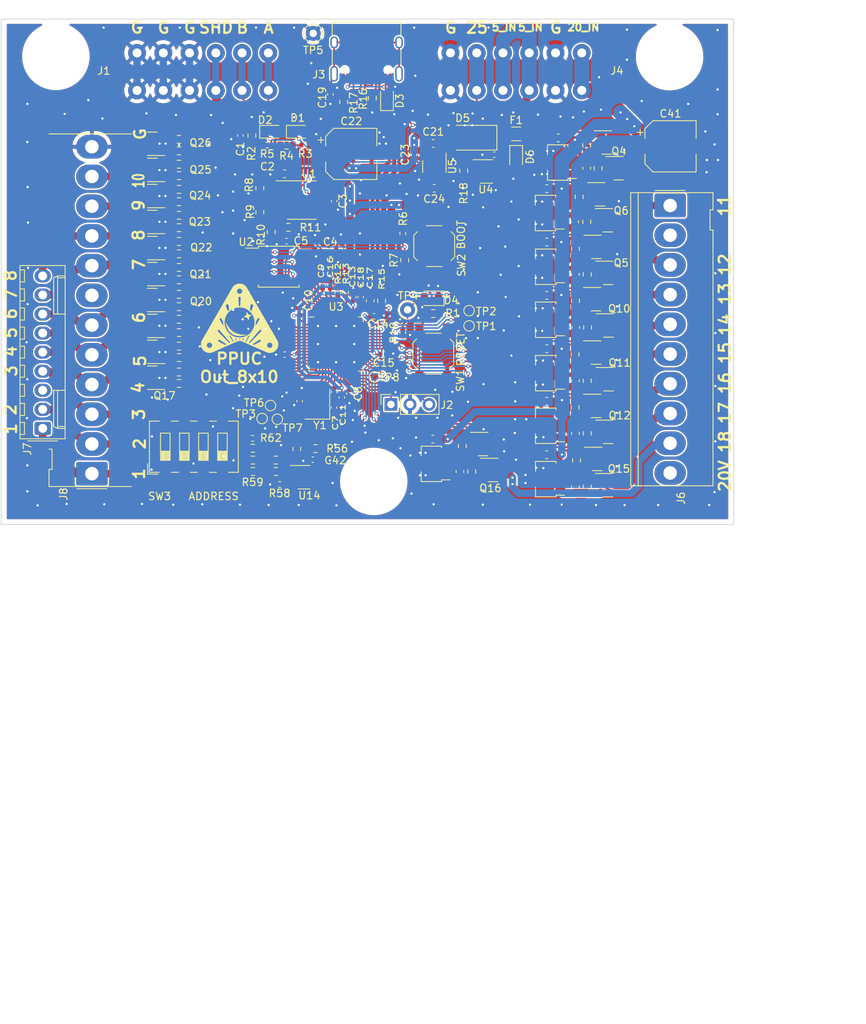
<source format=kicad_pcb>
(kicad_pcb (version 20211014) (generator pcbnew)
  (title_block (title "Out_8x10") (date "2023-10-20") (rev "V00.20"))
  (layers (0 "F.Cu" signal) (31 "B.Cu" signal) (34 "B.Paste" user) (35 "F.Paste" user) (36 "B.SilkS" user "B.Silkscreen") (37 "F.SilkS" user "F.Silkscreen") (38 "B.Mask" user) (39 "F.Mask" user) (44 "Edge.Cuts" user))
  (net 0 "")
  (net 1 "/SHD")
  (net 2 "GND")
  (net 3 "+3V3")
  (net 4 "Net-(C6-Pad2)")
  (net 5 "Net-(C7-Pad2)")
  (net 6 "/1V1")
  (net 7 "/3V3A")
  (net 8 "Net-(C19-Pad1)")
  (net 9 "+5V")
  (net 10 "/20V")
  (net 11 "Net-(C28-Pad1)")
  (net 12 "Net-(C29-Pad1)")
  (net 13 "Net-(C30-Pad1)")
  (net 14 "Net-(C34-Pad1)")
  (net 15 "Net-(C35-Pad1)")
  (net 16 "Net-(C36-Pad1)")
  (net 17 "Net-(C39-Pad1)")
  (net 18 "Net-(C40-Pad1)")
  (net 19 "/A")
  (net 20 "/B")
  (net 21 "Net-(D3-Pad2)")
  (net 22 "Net-(D4-Pad2)")
  (net 23 "/Out_S")
  (net 24 "/5V_IN")
  (net 25 "Net-(J2-Pad1)")
  (net 26 "Net-(J2-Pad3)")
  (net 27 "Net-(J3-PadA5)")
  (net 28 "/USB_D+")
  (net 29 "/USB_D-")
  (net 31 "Net-(J3-PadB5)")
  (net 33 "/Hi8/H1")
  (net 34 "/Hi8/H2")
  (net 35 "/Hi8/H3")
  (net 36 "/Hi8/H4")
  (net 37 "/Hi8/H5")
  (net 38 "/Hi8/H6")
  (net 39 "/Hi8/H7")
  (net 40 "/Hi8/H8")
  (net 42 "/Lo10/L1")
  (net 43 "/Lo10/L2")
  (net 45 "/Lo10/L3")
  (net 46 "/Lo10/L4")
  (net 47 "/Lo10/L5")
  (net 48 "/Lo10/L6")
  (net 49 "/Lo10/L7")
  (net 50 "/Lo10/L8")
  (net 52 "/Lo10/L9")
  (net 53 "/Hi_1")
  (net 54 "Net-(Q1-Pad3)")
  (net 55 "/Hi_3")
  (net 56 "Net-(Q2-Pad3)")
  (net 57 "/Hi_2")
  (net 58 "Net-(Q3-Pad3)")
  (net 59 "Net-(Q4-Pad1)")
  (net 60 "Net-(Q5-Pad1)")
  (net 61 "Net-(Q6-Pad1)")
  (net 62 "/Hi_4")
  (net 63 "Net-(Q7-Pad3)")
  (net 64 "/Hi_5")
  (net 65 "Net-(Q8-Pad3)")
  (net 66 "/Hi_6")
  (net 67 "Net-(Q9-Pad3)")
  (net 68 "Net-(Q10-Pad1)")
  (net 69 "Net-(Q11-Pad1)")
  (net 70 "Net-(Q12-Pad1)")
  (net 71 "/Hi_7")
  (net 72 "Net-(Q13-Pad3)")
  (net 73 "/Hi_8")
  (net 74 "Net-(Q14-Pad3)")
  (net 75 "Net-(Q15-Pad1)")
  (net 76 "Net-(Q16-Pad1)")
  (net 77 "Net-(Q17-Pad1)")
  (net 78 "Net-(Q18-Pad1)")
  (net 79 "Net-(Q19-Pad1)")
  (net 80 "Net-(Q20-Pad1)")
  (net 81 "Net-(Q21-Pad1)")
  (net 82 "Net-(Q22-Pad1)")
  (net 83 "Net-(Q23-Pad1)")
  (net 84 "Net-(Q24-Pad1)")
  (net 85 "Net-(Q25-Pad1)")
  (net 86 "Net-(Q26-Pad1)")
  (net 87 "/Lo10/L10")
  (net 88 "/nReset")
  (net 89 "Net-(R6-Pad1)")
  (net 90 "/Q_nCS")
  (net 91 "/485_DE")
  (net 92 "Net-(R9-Pad1)")
  (net 93 "/485_RX")
  (net 94 "/485_TX")
  (net 95 "Net-(R12-Pad2)")
  (net 96 "Net-(R13-Pad2)")
  (net 97 "Net-(R14-Pad2)")
  (net 98 "Net-(R18-Pad1)")
  (net 99 "Net-(R19-Pad1)")
  (net 100 "/Lo_1")
  (net 101 "/Lo_2")
  (net 102 "/Lo_3")
  (net 103 "/Lo_4")
  (net 104 "/Lo_5")
  (net 105 "/Lo_6")
  (net 106 "/Lo_7")
  (net 107 "/Lo_8")
  (net 108 "/Lo_9")
  (net 109 "/Lo_10")
  (net 110 "Net-(TP1-Pad1)")
  (net 111 "Net-(TP2-Pad1)")
  (net 112 "Net-(U2-Pad2)")
  (net 113 "Net-(U2-Pad3)")
  (net 114 "Net-(U2-Pad5)")
  (net 115 "/Q_SCLK")
  (net 116 "Net-(U2-Pad7)")
  (net 117 "/Out_Special")
  (net 119 "Net-(R56-Pad2)")
  (net 121 "Net-(R58-Pad1)")
  (net 122 "/V_addr")
  (net 123 "Net-(R59-Pad2)")
  (net 124 "Net-(R60-Pad1)")
  (net 125 "Net-(R60-Pad2)")
  (net 126 "Net-(R61-Pad2)")
  (net 127 "Net-(R63-Pad2)")
  (net 128 "Net-(U3-Pad16)")
  (net 129 "Net-(U3-Pad17)")
  (net 130 "Net-(U3-Pad18)")
  (net 131 "Net-(U3-Pad27)")
  (footprint "Capacitor_SMD:C_0402_1005Metric" (layer "F.Cu") (at 151.898 89.434)
    (fp_text reference "C15")
    (fp_text value "100n")
  )
  (footprint "Connector_Pin:Pin_D1.0mm_L10.0mm" (layer "F.Cu") (at 142.5 46.674)
    (fp_text reference "TP5")
    (fp_text value "TP_GND")
  )
  (footprint "Capacitor_SMD:C_0402_1005Metric" (layer "F.Cu") (at 145.27 96.554 90)
    (fp_text reference "C7")
    (fp_text value "27pF")
  )
  (footprint "Capacitor_SMD:C_0402_1005Metric" (layer "F.Cu") (at 155.9336 62.8568 -90)
    (fp_text reference "C23")
    (fp_text value "100n")
  )
  (footprint "Out_8x10:Terminal_Block_RTMPin" (layer "F.Cu") (at 178.292 49.28 180)
    (fp_text reference "J4")
    (fp_text value "Conn_01x06")
  )
  (footprint "Resistor_SMD:R_0603_1608Metric" (layer "F.Cu") (at 124.6124 64.1096 180)
    (fp_text reference "R52" hide)
    (fp_text value "10k")
  )
  (footprint "Resistor_SMD:R_0603_1608Metric" (layer "F.Cu") (at 150.374 55.31 -90)
    (fp_text reference "R16")
    (fp_text value "5k1")
  )
  (footprint "Capacitor_SMD:C_0603_1608Metric" (layer "F.Cu") (at 173.6344 102.8192 180)
    (fp_text reference "C37" hide)
    (fp_text value "1u 50V")
  )
  (footprint "Diode_SMD:D_SOD-323" (layer "F.Cu") (at 136.866 59.786)
    (fp_text reference "D2")
    (fp_text value "SD15")
  )
  (footprint "Package_TO_SOT_SMD:SOT-23" (layer "F.Cu") (at 180.34 103.378)
    (fp_text reference "Q13" hide)
    (fp_text value "2N7002")
  )
  (footprint "Package_TO_SOT_SMD:SOT-23-5" (layer "F.Cu") (at 165.6025 65.0748)
    (fp_text reference "U4")
    (fp_text value "SN74AHCT1G125")
  )
  (footprint "Resistor_SMD:R_0603_1608Metric" (layer "F.Cu") (at 154.692 76.9 90)
    (fp_text reference "R7")
    (fp_text value "10k")
  )
  (footprint "Resistor_SMD:R_0603_1608Metric" (layer "F.Cu") (at 162.3568 101.6508 90)
    (fp_text reference "R35" hide)
    (fp_text value "3k3")
  )
  (footprint "Capacitor_SMD:CP_Elec_6.3x7.7" (layer "F.Cu") (at 147.574 62.738)
    (fp_text reference "C22")
    (fp_text value "100µ 35V")
  )
  (footprint "Capacitor_SMD:C_0402_1005Metric" (layer "F.Cu") (at 143.746 80.202 90)
    (fp_text reference "C9")
    (fp_text value "100n")
  )
  (footprint "Package_TO_SOT_SMD:SOT-89-3" (layer "F.Cu") (at 173.7868 84.836 180)
    (fp_text reference "U9" hide)
    (fp_text value "L78L24_SOT89" hide)
  )
  (footprint "Resistor_SMD:R_0603_1608Metric" (layer "F.Cu") (at 178.956 71.7804 90)
    (fp_text reference "R22" hide)
    (fp_text value "2k")
  )
  (footprint "Capacitor_SMD:C_0603_1608Metric" (layer "F.Cu") (at 158.626 67.31 180)
    (fp_text reference "C24")
    (fp_text value "10u")
  )
  (footprint "Package_TO_SOT_SMD:SOT-23" (layer "F.Cu") (at 121.0564 64.8716 180)
    (fp_text reference "Q25")
    (fp_text value "AO3400A")
  )
  (footprint "Resistor_SMD:R_0603_1608Metric" (layer "F.Cu") (at 179.0192 92.964 90)
    (fp_text reference "R27" hide)
    (fp_text value "2k")
  )
  (footprint "Package_TO_SOT_SMD:SOT-23" (layer "F.Cu") (at 180.1876 89.2048)
    (fp_text reference "Q8" hide)
    (fp_text value "2N7002")
  )
  (footprint "Package_TO_SOT_SMD:SOT-23-5" (layer "F.Cu") (at 158.6484 64.4144 -90)
    (fp_text reference "U5")
    (fp_text value "AP2112K-3.3")
  )
  (footprint "Resistor_SMD:R_0603_1608Metric" (layer "F.Cu") (at 137.5156 105.0544)
    (fp_text reference "R63" hide)
    (fp_text value "3k")
  )
  (footprint "Resistor_SMD:R_0603_1608Metric" (layer "F.Cu") (at 124.6147 89.8754 180)
    (fp_text reference "R41" hide)
    (fp_text value "100R")
  )
  (footprint "Package_TO_SOT_SMD:SOT-23" (layer "F.Cu") (at 180.734 68.1228)
    (fp_text reference "Q3" hide)
    (fp_text value "2N7002")
  )
  (footprint "Resistor_SMD:R_0402_1005Metric" (layer "F.Cu") (at 145.294 94.441 90)
    (fp_text reference "R14" hide)
    (fp_text value "1k")
  )
  (footprint "Resistor_SMD:R_0603_1608Metric" (layer "F.Cu") (at 134.4554 103.5304)
    (fp_text reference "R60" hide)
    (fp_text value "2k")
  )
  (footprint "Capacitor_SMD:C_0402_1005Metric" (layer "F.Cu") (at 144.786 54.802 -90)
    (fp_text reference "C19")
    (fp_text value "100n")
  )
  (footprint "IO_16_8_1:MountingHole_5.5mm_Pinball" (layer "F.Cu") (at 108.2 49.744)
    (fp_text reference "REF**" hide)
    (fp_text value "MountingHole_5.5mm_Pinball" hide)
  )
  (footprint "Package_TO_SOT_SMD:SOT-23" (layer "F.Cu") (at 181.7624 71.5772)
    (fp_text reference "Q6")
    (fp_text value "AO3401A")
  )
  (footprint "Package_TO_SOT_SMD:SOT-89-3" (layer "F.Cu") (at 173.7868 98.9584 180)
    (fp_text reference "U11" hide)
    (fp_text value "L78L24_SOT89" hide)
  )
  (footprint "Capacitor_SMD:C_0603_1608Metric" (layer "F.Cu") (at 173.6344 88.6968 180)
    (fp_text reference "C32" hide)
    (fp_text value "1u 50V" hide)
  )
  (footprint "Resistor_SMD:R_0603_1608Metric" (layer "F.Cu") (at 134.326 60.294 -90)
    (fp_text reference "R2")
    (fp_text value "100R")
  )
  (footprint "Capacitor_SMD:C_0402_1005Metric" (layer "F.Cu") (at 145.294 69.026 -90)
    (fp_text reference "C3")
    (fp_text value "100n")
  )
  (footprint "Capacitor_SMD:C_0603_1608Metric" (layer "F.Cu") (at 162.052 105.0544 90)
    (fp_text reference "C40" hide)
    (fp_text value "1u 50V" hide)
  )
  (footprint "Diode_SMD:D_SMA" (layer "F.Cu") (at 163.576 60.579 180)
    (fp_text reference "D5")
    (fp_text value "SMAJ5.0")
  )
  (footprint "Capacitor_SMD:C_0603_1608Metric" (layer "F.Cu") (at 178.943 64.643 90)
    (fp_text reference "C28" hide)
    (fp_text value "1u 50V" hide)
  )
  (footprint "Capacitor_SMD:C_0603_1608Metric" (layer "F.Cu") (at 150.096 82.305 90)
    (fp_text reference "C17")
    (fp_text value "10u")
  )
  (footprint "Package_TO_SOT_SMD:SOT-23" (layer "F.Cu") (at 181.8132 99.7712)
    (fp_text reference "Q12")
    (fp_text value "AO3401A")
  )
  (footprint "Diode_SMD:D_SOD-323" (layer "F.Cu") (at 140.422 59.786)
    (fp_text reference "D1")
    (fp_text value "SD15")
  )
  (footprint "Package_TO_SOT_SMD:SOT-23" (layer "F.Cu") (at 181.864 92.7608)
    (fp_text reference "Q11")
    (fp_text value "AO3401A")
  )
  (footprint "Resistor_SMD:R_0402_1005Metric" (layer "F.Cu") (at 138.0236 106.7816 180)
    (fp_text reference "R58")
    (fp_text value "1k")
  )
  (footprint "Capacitor_SMD:C_0402_1005Metric" (layer "F.Cu") (at 132.802 60.294 -90)
    (fp_text reference "C1")
    (fp_text value "100n")
  )
  (footprint "TestPoint:TestPoint_Pad_D1.0mm" (layer "F.Cu") (at 150.6728 92.456)
    (fp_text reference "TP8")
    (fp_text value "TP_IO27")
  )
  (footprint "LED_SMD:LED_0805_2012Metric" (layer "F.Cu") (at 158.248 81.98 180)
    (fp_text reference "D4")
    (fp_text value "LED gn")
  )
  (footprint "Connector_USB:USB_C_Receptacle_XKB_U262-16XN-4BVC11" (layer "F.Cu") (at 149.612 48.96 180)
    (fp_text reference "J3")
    (fp_text value "USB_C_Receptacle_USB2.0")
  )
  (footprint "Resistor_SMD:R_0603_1608Metric" (layer "F.Cu") (at 124.6124 62.3316 180)
    (fp_text reference "R55" hide)
    (fp_text value "100R")
  )
  (footprint "Connector_Molex:Molex_KK-396_5273-12A_1x12_P3.96mm_Vertical" (layer "F.Cu") (at 113.001 105.346 90)
    (fp_text reference "J8")
    (fp_text value "Conn_01x12")
  )
  (footprint "Package_TO_SOT_SMD:SOT-89-3" (layer "F.Cu") (at 175.387 63.881 180)
    (fp_text reference "U6" hide)
    (fp_text value "L78L24_SOT89" hide)
  )
  (footprint "Resistor_SMD:R_0603_1608Metric" (layer "F.Cu") (at 124.6124 91.7956 180)
    (fp_text reference "R36" hide)
    (fp_text value "10k")
  )
  (footprint "Capacitor_SMD:C_0603_1608Metric" (layer "F.Cu") (at 138.684 65.3796 180)
    (fp_text reference "C2")
    (fp_text value "10u")
  )
  (footprint "Capacitor_SMD:C_0603_1608Metric" (layer "F.Cu") (at 177.3428 71.7804 90)
    (fp_text reference "C30" hide)
    (fp_text value "1u 50V" hide)
  )
  (footprint "Resistor_SMD:R_0603_1608Metric" (layer "F.Cu") (at 158.502 84.012)
    (fp_text reference "R1")
    (fp_text value "10k")
  )
  (footprint "Package_TO_SOT_SMD:SOT-23-5" (layer "F.Cu") (at 141.2748 105.8164)
    (fp_text reference "U14")
    (fp_text value "LMV321")
  )
  (footprint "Resistor_SMD:R_0603_1608Metric" (layer "F.Cu") (at 177.3936 96.52 90)
    (fp_text reference "R31" hide)
    (fp_text value "3k3")
  )
  (footprint "Package_TO_SOT_SMD:SOT-89-3" (layer "F.Cu") (at 173.7868 106.0704 180)
    (fp_text reference "U12" hide)
    (fp_text value "L78L24_SOT89")
  )
  (footprint "Resistor_SMD:R_0603_1608Metric" (layer "F.Cu") (at 163.6268 105.0544 90)
    (fp_text reference "R33" hide)
    (fp_text value "2k" hide)
  )
  (footprint "Package_TO_SOT_SMD:SOT-23" (layer "F.Cu") (at 166.4716 104.8512)
    (fp_text reference "Q16")
    (fp_text value "AO3401A")
  )
  (footprint "Resistor_SMD:R_0603_1608Metric" (layer "F.Cu") (at 124.6147 84.77 180)
    (fp_text reference "R38" hide)
    (fp_text value "10k")
  )
  (footprint "Capacitor_SMD:C_0402_1005Metric" (layer "F.Cu") (at 166.632 62.8396 180)
    (fp_text reference "C20" hide)
    (fp_text value "100n")
  )
  (footprint "Resistor_SMD:R_0603_1608Metric" (layer "F.Cu") (at 124.6124 65.6336 180)
    (fp_text reference "R54" hide)
    (fp_text value "100R")
  )
  (footprint "TestPoint:TestPoint_Pad_D1.0mm" (layer "F.Cu") (at 136.8044 96.266)
    (fp_text reference "TP6")
    (fp_text value "TP_IO27" hide)
  )
  (footprint "Resistor_SMD:R_0603_1608Metric" (layer "F.Cu") (at 179.07 85.852 90)
    (fp_text reference "R26" hide)
    (fp_text value "2k")
  )
  (footprint "TestPoint:TestPoint_Pad_D1.0mm" (layer "F.Cu") (at 163.2712 85.6488)
    (fp_text reference "TP1")
    (fp_text value "TP_IO26" hide)
  )
  (footprint "TestPoint:TestPoint_Pad_D1.0mm" (layer "F.Cu") (at 137.7188 98.0948)
    (fp_text reference "TP7")
    (fp_text value "TP_IO27" hide)
  )
  (footprint "Capacitor_SMD:C_0603_1608Metric" (layer "F.Cu") (at 158.4322 100.7364 180)
    (fp_text reference "C38" hide)
    (fp_text value "1u 50V" hide)
  )
  (footprint "Resistor_SMD:R_0402_1005Metric" (layer "F.Cu") (at 154.438 73.344 -90)
    (fp_text reference "R6")
    (fp_text value "1k")
  )
  (footprint "Capacitor_SMD:C_0402_1005Metric" (layer "F.Cu") (at 142.4432 103.4796 180)
    (fp_text reference "C42")
    (fp_text value "100n")
  )
  (footprint "Resistor_SMD:R_0603_1608Metric" (layer "F.Cu") (at 124.6124 79.5122 180)
    (fp_text reference "R48" hide)
    (fp_text value "100R")
  )
  (footprint "Connector_Molex:Molex_KK-396_5273-10A_1x10_P3.96mm_Vertical" (layer "F.Cu") (at 190.0718 69.6068 -90)
    (fp_text reference "J6")
    (fp_text value "Conn_01x10")
  )
  (footprint "Package_TO_SOT_SMD:SOT-23" (layer "F.Cu") (at 180.2384 75.1332)
    (fp_text reference "Q2" hide)
    (fp_text value "2N7002")
  )
  (footprint "Resistor_SMD:R_0603_1608Metric" (layer "F.Cu") (at 178.943 61.595 90)
    (fp_text reference "R23" hide)
    (fp_text value "3k3")
  )
  (footprint "Resistor_SMD:R_0603_1608Metric" (layer "F.Cu") (at 140.3096 102.0572 90)
    (fp_text reference "R57" hide)
    (fp_text value "2k")
  )
  (footprint "Resistor_SMD:R_0603_1608Metric" (layer "F.Cu") (at 142.7988 102.0064 180)
    (fp_text reference "R56")
    (fp_text value "33k")
  )
  (footprint "Package_TO_SOT_SMD:SOT-23" (layer "F.Cu") (at 121.0564 71.8058 180)
    (fp_text reference "Q23")
    (fp_text value "AO3400A")
  )
  (footprint "Resistor_SMD:R_0603_1608Metric" (layer "F.Cu") (at 124.6147 81.4426 180)
    (fp_text reference "R39" hide)
    (fp_text value "10k")
  )
  (footprint "Package_TO_SOT_SMD:SOT-23" (layer "F.Cu") (at 181.8132 78.5876)
    (fp_text reference "Q5")
    (fp_text value "AO3401A")
  )
  (footprint "Resistor_SMD:R_0603_1608Metric" (layer "F.Cu") (at 139.192 72.517 180)
    (fp_text reference "R11")
    (fp_text value "10k")
  )
  (footprint "Connector_PinSocket_2.54mm:PinSocket_1x03_P2.54mm_Vertical" (layer "F.Cu") (at 152.8572 96.1136 90)
    (fp_text reference "J2")
    (fp_text value "nmount SW Debug")
  )
  (footprint "Resistor_SMD:R_0402_1005Metric" (layer "F.Cu") (at 136.358 61.564 180)
    (fp_text reference "R5")
    (fp_text value "1k")
  )
  (footprint "Capacitor_SMD:C_0603_1608Metric" (layer "F.Cu") (at 173.6344 95.7072 180)
    (fp_text reference "C33" hide)
    (fp_text value "1u 50V" hide)
  )
  (footprint "Package_TO_SOT_SMD:SOT-23" (layer "F.Cu") (at 165.1508 101.3968)
    (fp_text reference "Q14" hide)
    (fp_text value "2N7002")
  )
  (footprint "Resistor_SMD:R_0603_1608Metric" (layer "F.Cu") (at 124.6147 88.3514 180)
    (fp_text reference "R37" hide)
    (fp_text value "10k")
  )
  (footprint "Capacitor_SMD:C_0603_1608Metric" (layer "F.Cu") (at 173.6344 74.4728 180)
    (fp_text reference "C26" hide)
    (fp_text value "1u 50V" hide)
  )
  (footprint "Resistor_SMD:R_0603_1608Metric" (layer "F.Cu") (at 138.944 61.564 180)
    (fp_text reference "R4")
    (fp_text value "120R")
  )
  (footprint "Resistor_SMD:R_0603_1608Metric" (layer "F.Cu") (at 135.382 67.31 -90)
    (fp_text reference "R8")
    (fp_text value "10k")
  )
  (footprint "Package_TO_SOT_SMD:SOT-89-3" (layer "F.Cu") (at 158.5468 104.0384 180)
    (fp_text reference "U13" hide)
    (fp_text value "L78L24_SOT89" hide)
  )
  (footprint "Resistor_SMD:R_0603_1608Metric" (layer "F.Cu") (at 177.5968 103.5812 90)
    (fp_text reference "R34" hide)
    (fp_text value "3k3")
  )
  (footprint "Resistor_SMD:R_0603_1608Metric" (layer "F.Cu") (at 124.6124 74.3966 180)
    (fp_text reference "R45" hide)
    (fp_text value "10k")
  )
  (footprint "Resistor_SMD:R_0402_1005Metric" (layer "F.Cu") (at 134.4168 100.6348)
    (fp_text reference "R62")
    (fp_text value "1k")
  )
  (footprint "Button_Switch_SMD:SW_SPST_SKQG_WithStem" (layer "F.Cu") (at 158.502 89.346 -90)
    (fp_text reference "SW1")
    (fp_text value "Reset")
  )
  (footprint "Package_DFN_QFN:QFN-56-1EP_7x7mm_P0.4mm_EP3.2x3.2mm" (layer "F.Cu") (at 145.548 88.076)
    (fp_text reference "U3")
    (fp_text value "RP2040")
  )
  (footprint "Fuse:Fuse_1206_3216Metric" (layer "F.Cu") (at 169.545 60.071)
    (fp_text reference "F1")
    (fp_text value "T500mA,<0.3Ω")
  )
  (footprint "Resistor_SMD:R_0603_1608Metric" (layer "F.Cu") (at 136.906 73.152 90)
    (fp_text reference "R10")
    (fp_text value "10k")
  )
  (footprint "Capacitor_SMD:C_0603_1608Metric" (layer "F.Cu") (at 158.486 61.341 180)
    (fp_text reference "C21")
    (fp_text value "10u")
  )
  (footprint "Resistor_SMD:R_0603_1608Metric" (layer "F.Cu") (at 162.56 64.9732 -90)
    (fp_text reference "R18")
    (fp_text value "10k")
  )
  (footprint "Resistor_SMD:R_0402_1005Metric" (layer "F.Cu") (at 146.794 81.187 -90)
    (fp_text reference "R13")
    (fp_text value "27")
  )
  (footprint "Package_SO:SOIC-8_3.9x4.9mm_P1.27mm" (layer "F.Cu") (at 140.97 68.8848)
    (fp_text reference "U1")
    (fp_text value "ADM3483")
  )
  (footprint "Resistor_SMD:R_0603_1608Metric" (layer "F.Cu") (at 179.0192 99.9744 90)
    (fp_text reference "R28" hide)
    (fp_text value "2k")
  )
  (footprint "Resistor_SMD:R_0603_1608Metric" (layer "F.Cu") (at 134.4554 101.9556)
    (fp_text reference "R61" hide)
    (fp_text value "2k")
  )
  (footprint "Capacitor_SMD:C_0603_1608Metric" (layer "F.Cu") (at 175.1584 60.6044 180)
    (fp_text reference "C25" hide)
    (fp_text value "1u 50V" hide)
  )
  (footprint "Capacitor_SMD:C_0402_1005Metric" (layer "F.Cu") (at 147.326 94.66 -90)
    (fp_text reference "C8")
    (fp_text value "100n")
  )
  (footprint "Capacitor_SMD:C_0603_1608Metric" (layer "F.Cu") (at 177.4444 107.0864 90)
    (fp_text reference "C39" hide)
    (fp_text value "1u 50V")
  )
  (footprint "Package_TO_SOT_SMD:SOT-23" (layer "F.Cu") (at 180.1876 82.0928)
    (fp_text reference "Q7" hide)
    (fp_text value "2N7002")
  )
  (footprint "Resistor_SMD:R_0603_1608Metric" (layer "F.Cu") (at 124.6124 72.5678 180)
    (fp_text reference "R50" hide)
    (fp_text value "100R")
  )
  (footprint "Package_TO_SOT_SMD:SOT-23" (layer "F.Cu") (at 180.1876 96.3168)
    (fp_text reference "Q9" hide)
    (fp_text value "2N7002")
  )
  (footprint "Package_TO_SOT_SMD:SOT-23" (layer "F.Cu") (at 121.0564 75.2856 180)
    (fp_text reference "Q22")
    (fp_text value "AO3400A")
  )
  (footprint "Capacitor_SMD:C_0603_1608Metric" (layer "F.Cu") (at 144.786 75.884)
    (fp_text reference "C4")
    (fp_text value "10u")
  )
  (footprint "Package_TO_SOT_SMD:SOT-23" (layer "F.Cu") (at 121.0564 78.7502 180)
    (fp_text reference "Q21")
    (fp_text value "AO3400A")
  )
  (footprint "Resistor_SMD:R_0603_1608Metric" (layer "F.Cu") (at 124.6124 70.9168 180)
    (fp_text reference "R46" hide)
    (fp_text value "10k")
  )
  (footprint "Out_8x10:Terminal_Block_RTMPin" (layer "F.Cu") (at 136.518 49.28 180)
    (fp_text reference "J1")
    (fp_text value "Conn_01x06")
  )
  (footprint "Button_Switch_SMD:SW_SPST_SKQG_WithStem" (layer "F.Cu") (at 158.63 75.026 -90)
    (fp_text reference "SW2")
    (fp_text value "Boot")
  )
  (footprint "Resistor_SMD:R_0603_1608Metric" (layer "F.Cu") (at 124.6147 83.0936 180)
    (fp_text reference "R43" hide)
    (fp_text value "100R")
  )
  (footprint "Package_TO_SOT_SMD:SOT-23" (layer "F.Cu") (at 121.0587 89.1134 180)
    (fp_text reference "Q18" hide)
    (fp_text value "AO3400A")
  )
  (footprint "IO_16_8_1:MountingHole_5.5mm_Pinball" (layer "F.Cu") (at 150.5712 106.3752)
    (fp_text reference "REF**" hide)
    (fp_text value "MountingHole_5.5mm_Pinball" hide)
  )
  (footprint "Package_TO_SOT_SMD:SOT-23" (layer "F.Cu") (at 121.0587 85.659 180)
    (fp_text reference "Q19" hide)
    (fp_text value "AO3400A")
  )
  (footprint "Capacitor_SMD:C_0402_1005Metric" (layer "F.Cu") (at 138.944 74.36 180)
    (fp_text reference "C5")
    (fp_text value "100n")
  )
  (footprint "Resistor_SMD:R_0603_1608Metric" (layer "F.Cu") (at 179.0192 78.7908 90)
    (fp_text reference "R21" hide)
    (fp_text value "2k")
  )
  (footprint "Resistor_SMD:R_0603_1608Metric" (layer "F.Cu") (at 137.5034 103.5304)
    (fp_text reference "R64" hide)
    (fp_text value "2k")
  )
  (footprint "Package_TO_SOT_SMD:SOT-23" (layer "F.Cu") (at 181.7624 106.8832)
    (fp_text reference "Q15")
    (fp_text value "AO3401A")
  )
  (footprint "Package_TO_SOT_SMD:SOT-23" (layer "F.Cu") (at 181.864 85.598)
    (fp_text reference "Q10")
    (fp_text value "AO3401A")
  )
  (footprint "Package_TO_SOT_SMD:SOT-23" (layer "F.Cu") (at 121.0564 92.5576 180)
    (fp_text reference "Q17")
    (fp_text value "AO3400A")
  )
  (footprint "Resistor_SMD:R_0603_1608Metric" (layer "F.Cu") (at 124.6124 76.0476 180)
    (fp_text reference "R49" hide)
    (fp_text value "100R")
  )
  (footprint "Resistor_SMD:R_0402_1005Metric" (layer "F.Cu") (at 145.778 81.187 -90)
    (fp_text reference "R12")
    (fp_text value "27")
  )
  (footprint "Diode_SMD:D_SOD-323" (layer "F.Cu") (at 152.332 55.46 90)
    (fp_text reference "D3")
    (fp_text value "1A")
  )
  (footprint "Resistor_SMD:R_0603_1608Metric" (layer "F.Cu") (at 124.6124 93.3196 180)
    (fp_text reference "R40" hide)
    (fp_text value "100R")
  )
  (footprint "Package_TO_SOT_SMD:SOT-23" (layer "F.Cu") (at 121.0564 68.3514 180)
    (fp_text reference "Q24")
    (fp_text value "AO3400A")
  )
  (footprint "Connector_Molex:Molex_KK-254_AE-6410-09A_1x09_P2.54mm_Vertical" (layer "F.Cu") (at 106.446 99.314 90)
    (fp_text reference "J7")
    (fp_text value "Conn_01x09")
  )
  (footprint "Capacitor_SMD:C_0402_1005Metric" (layer "F.Cu") (at 147.824 81.822 90)
    (fp_text reference "C13")
    (fp_text value "1u")
  )
  (footprint "Package_TO_SOT_SMD:SOT-23" (layer "F.Cu") (at 121.0587 82.2046 180)
    (fp_text reference "Q20")
    (fp_text value "AO3400A")
  )
  (footprint "Resistor_SMD:R_0603_1608Metric" (layer "F.Cu") (at 179.0192 107.0864 90)
    (fp_text reference "R32" hide)
    (fp_text value "2k")
  )
  (footprint "Capacitor_SMD:CP_Elec_6.3x7.7" (layer "F.Cu") (at 190.119 61.722)
    (fp_text reference "C41")
    (fp_text value "100µ 35V")
  )
  (footprint "Capacitor_SMD:C_0603_1608Metric" (layer "F.Cu") (at 177.4444 99.9744 90)
    (fp_text reference "C36" hide)
    (fp_text value "1u 50V" hide)
  )
  (footprint "Package_TO_SOT_SMD:SOT-89-3" (layer "F.Cu") (at 173.7868 77.7748 180)
    (fp_text reference "U7" hide)
    (fp_text value "L78L24_SOT89" hide)
  )
  (footprint "Capacitor_SMD:C_0402_1005Metric" (layer "F.Cu") (at 144.762 80.202 90)
    (fp_text reference "C16")
    (fp_text value "100n")
  )
  (footprint "Resistor_SMD:R_0603_1608Metric" (layer "F.Cu") (at 124.6124 77.8612 180)
    (fp_text reference "R44" hide)
    (fp_text value "10k")
  )
  (footprint "Package_TO_SOT_SMD:SOT-23" (layer "F.Cu") (at 181.61 61.214)
    (fp_text reference "Q1" hide)
    (fp_text value "2N7002")
  )
  (footprint "Package_TO_SOT_SMD:SOT-23" (layer "F.Cu") (at 121.0564 61.3918 180)
    (fp_text reference "Q26")
    (fp_text value "AO3400A")
  )
  (footprint "Resistor_SMD:R_0603_1608Metric" (layer "F.Cu") (at 177.94 68.453 90)
    (fp_text reference "R25" hide)
    (fp_text value "3k3")
  )
  (footprint "Resistor_SMD:R_0603_1608Metric" (layer "F.Cu") (at 151.62 82.33 -90)
    (fp_text reference "R15")
    (fp_text value "100R")
  )
  (footprint "Capacitor_SMD:C_0402_1005Metric" (layer "F.Cu") (at 150.604 84.37)
    (fp_text reference "C14")
    (fp_text value "100n")
  )
  (footprint "Resistor_SMD:R_0603_1608Metric" (layer "F.Cu") (at 177.4444 82.296 90)
    (fp_text reference "R29" hide)
    (fp_text value "3k3")
  )
  (footprint "Resistor_SMD:R_0603_1608Metric" (layer "F.Cu") (at 135.382 70.5104 -90)
    (fp_text reference "R9")
    (fp_text value "0")
  )
  (footprint "Capacitor_SMD:C_0603_1608Metric" (layer "F.Cu") (at 177.4444 92.964 90)
    (fp_text reference "C35" hide)
    (fp_text value "1u 50V" hide)
  )
  (footprint "Resistor_SMD:R_0603_1608Metric" (layer "F.Cu") (at 124.6124 67.4624 180)
    (fp_text reference "R47" hide)
    (fp_text value "10k")
  )
  (footprint "Resistor_SMD:R_0402_1005Metric" (layer "F.Cu") (at 154.432 86.552 90)
    (fp_text reference "R19")
    (fp_text value "1k")
  )
  (footprint "Resistor_SMD:R_0603_1608Metric" (layer "F.Cu") (at 177.4444 75.3872 90)
    (fp_text reference "R24" hide)
    (fp_text value "3k3")
  )
  (footprint "Resistor_SMD:R_0603_1608Metric" (layer "F.Cu") (at 124.6124 60.8076 180)
    (fp_text reference "R53" hide)
    (fp_text value "10k")
  )
  (footprint "Capacitor_SMD:C_0603_1608Metric" (layer "F.Cu") (at 173.6344 81.5848 180)
    (fp_text reference "C31" hide)
    (fp_text value "1u 50V" hide)
  )
  (footprint "Capacitor_SMD:C_0402_1005Metric" (layer "F.Cu") (at 146.31 95.188 -90)
    (fp_text reference "C11")
    (fp_text value "100n")
  )
  (footprint "Resistor_SMD:R_0603_1608Metric" (layer "F.Cu") (at 180.467 64.643 90)
    (fp_text reference "R20" hide)
    (fp_text value "2k")
  )
  (footprint "Button_Switch_SMD:SW_DIP_SPSTx04_Slide_6.7x11.72mm_W8.61mm_P2.54mm_LowProfile" (layer "F.Cu") (at 126.5936 101.7524 90)
    (fp_text reference "SW3")
    (fp_text value "ADDRESS")
  )
  (footprint "Diode_SMD:D_SOD-323" (layer "F.Cu") (at 169.545 63.119 -90)
    (fp_text reference "D6")
    (fp_text value "SD05")
  )
  (footprint "Capacitor_SMD:C_0402_1005Metric" (layer "F.Cu") (at 140.698 95.668 90)
    (fp_text reference "C6" hide)
    (fp_text value "27pF")
  )
  (footprint "Resistor_SMD:R_0603_1608Metric" (layer "F.Cu") (at 124.6147 86.548 180)
    (fp_text reference "R42" hide)
    (fp_text value "100R")
  )
  (footprint "Package_TO_SOT_SMD:SOT-89-3" (layer "F.Cu") (at 173.749 70.612 180)
    (fp_text reference "U8" hide)
    (fp_text value "L78L24_SOT89" hide)
  )
  (footprint "Resistor_SMD:R_0603_1608Metric" (layer "F.Cu") (at 124.6124 69.1134 180)
    (fp_text reference "R51" hide)
    (fp_text value "100R")
  )
  (footprint "Resistor_SMD:R_0402_1005Metric" (layer "F.Cu") (at 141.438 61.564 180)
    (fp_text reference "R3")
    (fp_text value "1k")
  )
  (footprint "IO_16_8_1:MountingHole_5.5mm_Pinball" (layer "F.Cu") (at 190 49.78)
    (fp_text reference "REF**" hide)
    (fp_text value "MountingHole_5.5mm_Pinball" hide)
  )
  (footprint "Resistor_SMD:R_0603_1608Metric" (layer "F.Cu") (at 146.564 55.818 -90)
    (fp_text reference "R17")
    (fp_text value "5k1")
  )
  (footprint "TestPoint:TestPoint_Pad_D1.0mm" (layer "F.Cu") (at 163.2712 83.6168)
    (fp_text reference "TP2")
    (fp_text value "TP_IO27" hide)
  )
  (footprint "Package_TO_SOT_SMD:SOT-89-3" (layer "F.Cu") (at 173.7868 91.948 180)
    (fp_text reference "U10" hide)
    (fp_text value "L78L24_SOT89" hide)
  )
  (footprint "Resistor_SMD:R_0603_1608Metric" (layer "F.Cu") (at 177.3936 89.4588 90)
    (fp_text reference "R30" hide)
    (fp_text value "3k3")
  )
  (footprint "Package_TO_SOT_SMD:SOT-23" (layer "F.Cu") (at 183.1848 64.643)
    (fp_text reference "Q4")
    (fp_text value "AO3401A")
  )
  (footprint "Capacitor_SMD:C_0603_1608Metric" (layer "F.Cu") (at 177.4444 78.7908 90)
    (fp_text reference "C29" hide)
    (fp_text value "1u 50V" hide)
  )
  (footprint "Connector_Pin:Pin_D1.0mm_L10.0mm" (layer "F.Cu") (at 155.073 83.504)
    (fp_text reference "TP4")
    (fp_text value "TP_LED")
  )
  (footprint "Crystal:Crystal_SMD_3225-4Pin_3.2x2.5mm" (layer "F.Cu") (at 143.048 96.077 90)
    (fp_text reference "Y1")
    (fp_text value "12MHz")
  )
  (footprint "Capacitor_SMD:C_0402_1005Metric" (layer "F.Cu") (at 148.826 81.822 90)
    (fp_text reference "C18")
    (fp_text value "1u")
  )
  (footprint "Capacitor_SMD:C_0402_1005Metric" (layer "F.Cu") (at 138.698 89.473 180)
    (fp_text reference "C12" hide)
    (fp_text value "100n")
  )
  (footprint "Package_SO:SOIC-8_5.23x5.23mm_P1.27mm" (layer "F.Cu") (at 137.904 77.758)
    (fp_text reference "U2")
    (fp_text value "W25Q128JVSIQ")
  )
  (footprint "Capacitor_SMD:C_0402_1005Metric" (layer "F.Cu") (at 140.722 83.758 90)
    (fp_text reference "C10")
    (fp_text value "100n")
  )
  (footprint "TestPoint:TestPoint_Pad_D1.0mm" (layer "F.Cu") (at 135.6868 97.9932)
    (fp_text reference "TP3")
    (fp_text value "TP_IO27" hide)
  )
  (footprint "Capacitor_SMD:C_0603_1608Metric" (layer "F.Cu") (at 177.4952 85.852 90)
    (fp_text reference "C34" hide)
    (fp_text value "1u 50V" hide)
  )
  (footprint "Resistor_SMD:R_0603_1608Metric" (layer "F.Cu") (at 134.4676 105.0544)
    (fp_text reference "R59")
    (fp_text value "5k")
  )
  (footprint "Capacitor_SMD:C_0603_1608Metric" (layer "F.Cu") (at 173.622 67.3608 180)
    (fp_text reference "C27" hide)
    (fp_text value "1u 50V" hide)
  )
  (gr_poly (pts (xy 130.948903 85.342725) (xy 131.043923 85.518613) (xy 131.143983 85.680407) (xy 131.248531 85.828671) (xy 131.357014 85.96397) (xy 131.468879 86.086867) (xy 131.583573 86.197929) (xy 131.700542 86.29772) (xy 131.819235 86.386804) (xy 131.939097 86.465745) (xy 132.059575 86.53511) (xy 132.180118 86.595461) (xy 132.300171 86.647365) (xy 132.419182 86.691385) (xy 132.536597 86.728086) (xy 132.651864 86.758033) (xy 132.76443 86.78179) (xy 132.873741 86.799923) (xy 132.979245 86.812995) (xy 133.080388 86.821572) (xy 133.267382 86.827497) (xy 133.430297 86.822215) (xy 133.564711 86.810244) (xy 133.666198 86.7961) (xy 133.752696 86.779365) (xy 133.613068 86.835841) (xy 133.474609 86.884295) (xy 133.33752 86.924838) (xy 133.202001 86.957579) (xy 133.068254 86.982627) (xy 132.936479 87.000093) (xy 132.806876 87.010085) (xy 132.679646 87.012715) (xy 132.554989 87.008091) (xy 132.433106 86.996324) (xy 132.314198 86.977522) (xy 132.198466 86.951796) (xy 132.086109 86.919256) (xy 131.977328 86.880011) (xy 131.872324 86.834171) (xy 131.771298 86.781845) (xy 131.67445 86.723144) (xy 131.58198 86.658178) (xy 131.494089 86.587055) (xy 131.410979 86.509885) (xy 131.332848 86.426779) (xy 131.259899 86.337846) (xy 131.192331 86.243196) (xy 131.130345 86.142939) (xy 131.074141 86.037183) (xy 131.023921 85.92604) (xy 130.979884 85.809619) (xy 130.942232 85.688028) (xy 130.911165 85.56138) (xy 130.886883 85.429782) (xy 130.869587 85.293344) (xy 130.859478 85.152178)) (layer "F.SilkS") (width 0) (fill solid))
  (gr_poly (pts (xy 132.727511 80.011946) (xy 132.765674 80.013803) (xy 132.803536 80.016882) (xy 132.841078 80.021171) (xy 132.878276 80.026656) (xy 132.91511 80.033325) (xy 132.951557 80.041166) (xy 132.987596 80.050164) (xy 133.023205 80.060307) (xy 133.058361 80.071583) (xy 133.093044 80.083979) (xy 133.127231 80.097481) (xy 133.160901 80.112078) (xy 133.194031 80.127755) (xy 133.226601 80.144501) (xy 133.258587 80.162302) (xy 133.289969 80.181145) (xy 133.320725 80.201019) (xy 133.350832 80.221909) (xy 133.38027 80.243803) (xy 133.409015 80.266689) (xy 133.437047 80.290553) (xy 133.464344 80.315382) (xy 133.490883 80.341164) (xy 133.516643 80.367886) (xy 133.541603 80.395535) (xy 133.56574 80.424098) (xy 133.589032 80.453563) (xy 133.611458 80.483916) (xy 133.632996 80.515145) (xy 133.653625 80.547236) (xy 133.673321 80.580178) (xy 137.694987 87.546657) (xy 137.717537 87.587585) (xy 137.738309 87.628982) (xy 137.774536 87.713008) (xy 137.803705 87.798391) (xy 137.825853 87.884786) (xy 137.841017 87.971847) (xy 137.849234 88.05923) (xy 137.85054 88.14659) (xy 137.844973 88.233581) (xy 137.832569 88.319859) (xy 137.813365 88.405079) (xy 137.787398 88.488897) (xy 137.754705 88.570966) (xy 137.715322 88.650942) (xy 137.669286 88.728481) (xy 137.616635 88.803236) (xy 137.58784 88.839463) (xy 137.557404 88.874864) (xy 137.492628 88.941499) (xy 137.424035 89.001947) (xy 137.351966 89.056132) (xy 137.27676 89.103977) (xy 137.198755 89.145403) (xy 137.118292 89.180334) (xy 137.035708 89.208692) (xy 136.951343 89.230398) (xy 136.865537 89.245377) (xy 136.778628 89.253549) (xy 136.690955 89.254839) (xy 136.602858 89.249167) (xy 136.514676 89.236457) (xy 136.426748 89.216632) (xy 136.339412 89.189613) (xy 136.253009 89.155323) (xy 134.162862 88.23325) (xy 136.35355 88.23325) (xy 136.354004 88.251245) (xy 136.35535 88.269002) (xy 136.357568 88.286497) (xy 136.360635 88.303711) (xy 136.364529 88.32062) (xy 136.369229 88.337203) (xy 136.374713 88.353438) (xy 136.380959 88.369304) (xy 136.387945 88.384778) (xy 136.39565 88.399839) (xy 136.404052 88.414465) (xy 136.413128 88.428633) (xy 136.422857 88.442324) (xy 136.433218 88.455514) (xy 136.444188 88.468181) (xy 136.455746 88.480305) (xy 136.467869 88.491862) (xy 136.480537 88.502832) (xy 136.493727 88.513193) (xy 136.507417 88.522922) (xy 136.521586 88.531998) (xy 136.536212 88.5404) (xy 136.551272 88.548104) (xy 136.566747 88.555091) (xy 136.582612 88.561337) (xy 136.598847 88.566821) (xy 136.61543 88.571521) (xy 136.632339 88.575415) (xy 136.649553 88.578482) (xy 136.667048 88.580699) (xy 136.684805 88.582046) (xy 136.7028 88.5825) (xy 136.720679 88.582046) (xy 136.738334 88.580699) (xy 136.755742 88.578482) (xy 136.772881 88.575415) (xy 136.789729 88.571521) (xy 136.806262 88.566821) (xy 136.822458 88.561337) (xy 136.838296 88.555091) (xy 136.853751 88.548104) (xy 136.868803 88.5404) (xy 136.883427 88.531998) (xy 136.897602 88.522922) (xy 136.911306 88.513193) (xy 136.924514 88.502832) (xy 136.937206 88.491862) (xy 136.949359 88.480305) (xy 136.960949 88.468181) (xy 136.971955 88.455514) (xy 136.982354 88.442324) (xy 136.992124 88.428633) (xy 137.001241 88.414465) (xy 137.009684 88.399839) (xy 137.017429 88.384778) (xy 137.024455 88.369304) (xy 137.030739 88.353438) (xy 137.036258 88.337203) (xy 137.040989 88.32062) (xy 137.044911 88.303711) (xy 137.048001 88.286497) (xy 137.050236 88.269002) (xy 137.051593 88.251245) (xy 137.052051 88.23325) (xy 137.051597 88.215254) (xy 137.05025 88.197498) (xy 137.048033 88.180002) (xy 137.044966 88.162789) (xy 137.041071 88.14588) (xy 137.036371 88.129297) (xy 137.030887 88.113061) (xy 137.024641 88.097196) (xy 137.017655 88.081722) (xy 137.00995 88.066661) (xy 137.001549 88.052035) (xy 136.992473 88.037866) (xy 136.982743 88.024176) (xy 136.972383 88.010986) (xy 136.961413 87.998318) (xy 136.949855 87.986195) (xy 136.937731 87.974637) (xy 136.925064 87.963667) (xy 136.911874 87.953307) (xy 136.898184 87.943577) (xy 136.884015 87.934501) (xy 136.869389 87.9261) (xy 136.854328 87.918395) (xy 136.838854 87.911409) (xy 136.822988 87.905163) (xy 136.806753 87.899679) (xy 136.79017 87.894979) (xy 136.773261 87.891085) (xy 136.756047 87.888018) (xy 136.738552 87.8858) (xy 136.720795 87.884453) (xy 136.7028 87.884) (xy 136.684805 87.884453) (xy 136.667048 87.8858) (xy 136.649552 87.888018) (xy 136.632339 87.891085) (xy 136.61543 87.894979) (xy 136.598847 87.899679) (xy 136.582612 87.905163) (xy 136.566746 87.911409) (xy 136.551272 87.918395) (xy 136.536211 87.9261) (xy 136.521585 87.934501) (xy 136.507417 87.943577) (xy 136.493726 87.953307) (xy 136.480536 87.963667) (xy 136.467869 87.974637) (xy 136.455745 87.986195) (xy 136.444188 87.998319) (xy 136.433218 88.010986) (xy 136.422857 88.024176) (xy 136.413128 88.037866) (xy 136.404051 88.052035) (xy 136.39565 88.066661) (xy 136.387945 88.081722) (xy 136.380959 88.097196) (xy 136.374713 88.113062) (xy 136.369229 88.129297) (xy 136.364529 88.14588) (xy 136.360635 88.162789) (xy 136.357568 88.180002) (xy 136.35535 88.197498) (xy 136.354004 88.215254) (xy 136.35355 88.23325) (xy 134.162862 88.23325) (xy 133.853989 88.09699) (xy 134.424737 88.09699) (xy 134.643019 88.180333) (xy 135.443384 87.749062) (xy 135.449697 87.745441) (xy 135.455735 87.741531) (xy 135.461495 87.737346) (xy 135.466974 87.732901) (xy 135.472168 87.728208) (xy 135.477074 87.723282) (xy 135.481688 87.718137) (xy 135.486006 87.712786) (xy 135.490027 87.707243) (xy 135.493746 87.701522) (xy 135.497159 87.695637) (xy 135.500264 87.689601) (xy 135.503057 87.683429) (xy 135.505534 87.677134) (xy 135.507693 87.67073) (xy 135.509529 87.664231) (xy 135.51104 87.65765) (xy 135.512222 87.651002) (xy 135.513072 87.6443) (xy 135.513586 87.637558) (xy 135.513761 87.63079) (xy 135.513593 87.624009) (xy 135.513079 87.617231) (xy 135.512216 87.610467) (xy 135.511001 87.603732) (xy 135.509429 87.59704) (xy 135.507498 87.590405) (xy 135.505204 87.583841) (xy 135.502544 87.57736) (xy 135.499514 87.570978) (xy 135.496111 87.564708) (xy 135.492332 87.558563) (xy 135.488369 87.552983) (xy 135.484176 87.547653) (xy 135.479766 87.542578) (xy 135.475149 87.537761) (xy 135.470337 87.533204) (xy 135.465339 87.528911) (xy 135.460168 87.524884) (xy 135.454835 87.521128) (xy 135.449351 87.517646) (xy 135.443727 87.514439) (xy 135.437974 87.511512) (xy 135.432103 87.508868) (xy 135.426126 87.50651) (xy 135.420053 87.50444) (xy 135.413895 87.502663) (xy 135.407665 87.501181) (xy 135.401373 87.499998) (xy 135.39503 87.499116) (xy 135.388647 87.498539) (xy 135.382235 87.498269) (xy 135.375806 87.498311) (xy 135.369371 87.498667) (xy 135.362941 87.49934) (xy 135.356526 87.500334) (xy 135.350139 87.501651) (xy 135.34379 87.503295) (xy 135.33749 87.505269) (xy 135.331251 87.507576) (xy 135.325084 87.510219) (xy 135.318999 87.513202) (xy 135.313009 87.516527) (xy 135.307123 87.520198) (xy 134.424737 88.09699) (xy 133.853989 88.09699) (xy 133.41017 87.901198) (xy 133.910123 87.901198) (xy 134.034477 87.948823) (xy 135.557154 86.393073) (xy 135.562069 86.387882) (xy 135.566643 86.382489) (xy 135.570878 86.376907) (xy 135.574773 86.371152) (xy 135.578331 86.365238) (xy 135.581551 86.35918) (xy 135.584435 86.352992) (xy 135.586982 86.346689) (xy 135.589194 86.340284) (xy 135.591072 86.333794) (xy 135.592616 86.327232) (xy 135.593827 86.320613) (xy 135.594705 86.313951) (xy 135.595252 86.307261) (xy 135.595468 86.300557) (xy 135.595354 86.293855) (xy 135.59491 86.287168) (xy 135.594138 86.28051) (xy 135.593037 86.273898) (xy 135.59161 86.267345) (xy 135.589856 86.260865) (xy 135.587776 86.254473) (xy 135.585371 86.248184) (xy 135.582641 86.242013) (xy 135.579588 86.235973) (xy 135.576212 86.230079) (xy 135.572514 86.224347) (xy 135.568495 86.218789) (xy 135.564155 86.213422) (xy 135.559495 86.208259) (xy 135.554515 86.203315) (xy 135.549217 86.198605) (xy 135.543925 86.194299) (xy 135.538474 86.190309) (xy 135.532877 86.186636) (xy 135.527146 86.183277) (xy 135.521293 86.180233) (xy 135.515329 86.177501) (xy 135.509268 86.175082) (xy 135.503121 86.172973) (xy 135.496901 86.171175) (xy 135.490619 86.169685) (xy 135.484287 86.168504) (xy 135.477919 86.16763) (xy 135.471525 86.167062) (xy 135.465118 86.166799) (xy 135.45871 86.166841) (xy 135.452313 86.167185) (xy 135.445939 86.167833) (xy 135.439601 86.168781) (xy 135.43331 86.17003) (xy 135.427079 86.171578) (xy 135.42092 86.173425) (xy 135.414844 86.175569) (xy 135.408865 86.178009) (xy 135.402993 86.180745) (xy 135.397241 86.183776) (xy 135.391622 86.1871) (xy 135.386147 86.190717) (xy 135.380829 86.194626) (xy 135.375679 86.198825) (xy 135.37071 86.203314) (xy 135.365934 86.208092) (xy 135.361362 86.213157) (xy 133.910123 87.901198) (xy 133.41017 87.901198) (xy 133.038322 87.737156) (xy 133.031897 87.734511) (xy 133.47356 87.734511) (xy 133.556904 87.766261) (xy 134.107237 86.841542) (xy 134.075676 86.868574) (xy 134.04351 86.895079) (xy 134.010755 86.921026) (xy 133.977426 86.946383) (xy 133.943539 86.971121) (xy 133.90911 86.995207) (xy 133.874153 87.018611) (xy 133.838685 87.041303) (xy 133.47356 87.734511) (xy 133.031897 87.734511) (xy 132.996526 87.719948) (xy 132.95405 87.705034) (xy 132.910989 87.692415) (xy 132.867438 87.68209) (xy 132.823491 87.674059) (xy 132.779244 87.668323) (xy 132.734792 87.664881) (xy 132.690229 87.663734) (xy 132.64565 87.664881) (xy 132.601152 87.668323) (xy 132.556827 87.674059) (xy 132.512772 87.68209) (xy 132.469081 87.692415) (xy 132.42585 87.705034) (xy 132.383172 87.719948) (xy 132.341144 87.737156) (xy 129.126457 89.155323) (xy 129.097871 89.167338) (xy 129.069171 89.178577) (xy 129.040366 89.189042) (xy 129.011467 89.198731) (xy 128.982482 89.207645) (xy 128.953421 89.215784) (xy 128.924295 89.223148) (xy 128.895112 89.229737) (xy 128.865883 89.235551) (xy 128.836617 89.240589) (xy 128.807324 89.244852) (xy 128.778013 89.248341) (xy 128.748695 89.251054) (xy 128.719379 89.252992) (xy 128.690074 89.254154) (xy 128.66079 89.254542) (xy 128.602159 89.252995) (xy 128.543903 89.248372) (xy 128.486121 89.240694) (xy 128.428908 89.229985) (xy 128.372362 89.216269) (xy 128.316579 89.199568) (xy 128.261656 89.179907) (xy 128.207691 89.157307) (xy 128.154781 89.131793) (xy 128.103021 89.103388) (xy 128.052509 89.072115) (xy 128.003342 89.037997) (xy 127.955617 89.001057) (xy 127.909431 88.961319) (xy 127.86488 88.918806) (xy 127.822061 88.873541) (xy 127.762598 88.802146) (xy 127.709743 88.727594) (xy 127.66353 88.650233) (xy 127.623996 88.570408) (xy 127.591174 88.488467) (xy 127.5651 88.404756) (xy 127.545809 88.319624) (xy 127.533335 88.233416) (xy 127.533324 88.23325) (xy 128.326092 88.23325) (xy 128.326546 88.251245) (xy 128.327893 88.269002) (xy 128.33011 88.286497) (xy 128.333177 88.303711) (xy 128.337071 88.32062) (xy 128.341772 88.337203) (xy 128.347255 88.353438) (xy 128.353501 88.369304) (xy 128.360488 88.384778) (xy 128.368192 88.399839) (xy 128.376594 88.414465) (xy 128.38567 88.428633) (xy 128.395399 88.442324) (xy 128.40576 88.455514) (xy 128.41673 88.468181) (xy 128.428287 88.480305) (xy 128.440411 88.491862) (xy 128.453079 88.502832) (xy 128.466268 88.513193) (xy 128.479959 88.522922) (xy 128.494128 88.531998) (xy 128.508753 88.5404) (xy 128.523814 88.548104) (xy 128.539288 88.555091) (xy 128.555154 88.561337) (xy 128.571389 88.566821) (xy 128.587972 88.571521) (xy 128.604881 88.575415) (xy 128.622095 88.578482) (xy 128.63959 88.580699) (xy 128.657347 88.582046) (xy 128.675342 88.5825) (xy 128.693337 88.582046) (xy 128.711094 88.580699) (xy 128.72859 88.578482) (xy 128.745803 88.575415) (xy 128.762712 88.571521) (xy 128.779295 88.566821) (xy 128.79553 88.561337) (xy 128.811396 88.555091) (xy 128.82687 88.548104) (xy 128.841931 88.5404) (xy 128.856557 88.531998) (xy 128.870725 88.522922) (xy 128.884416 88.513193) (xy 128.897606 88.502832) (xy 128.910273 88.491862) (xy 128.922397 88.480305) (xy 128.933954 88.468181) (xy 128.944924 88.455514) (xy 128.955285 88.442324) (xy 128.965014 88.428633) (xy 128.97409 88.414465) (xy 128.982492 88.399839) (xy 128.990197 88.384778) (xy 128.997183 88.369304) (xy 129.003429 88.353438) (xy 129.008913 88.337203) (xy 129.013613 88.32062) (xy 129.017507 88.303711) (xy 129.020574 88.286497) (xy 129.022792 88.269002) (xy 129.024138 88.251245) (xy 129.024592 88.23325) (xy 129.024138 88.215254) (xy 129.022792 88.197498) (xy 129.020574 88.180002) (xy 129.017507 88.162789) (xy 129.013613 88.14588) (xy 129.008913 88.129297) (xy 129.003429 88.113061) (xy 128.997183 88.097196) (xy 128.990197 88.081722) (xy 128.982492 88.066661) (xy 128.974091 88.052035) (xy 128.965014 88.037866) (xy 128.955285 88.024176) (xy 128.944924 88.010986) (xy 128.933954 87.998318) (xy 128.922397 87.986195) (xy 128.910273 87.974637) (xy 128.897606 87.963667) (xy 128.884416 87.953307) (xy 128.870726 87.943577) (xy 128.856557 87.934501) (xy 128.841931 87.9261) (xy 128.82687 87.918395) (xy 128.811396 87.911409) (xy 128.79553 87.905163) (xy 128.779295 87.899679) (xy 128.762712 87.894979) (xy 128.745803 87.891085) (xy 128.72859 87.888018) (xy 128.711094 87.8858) (xy 128.693337 87.884453) (xy 128.675342 87.884) (xy 128.657347 87.884453) (xy 128.63959 87.8858) (xy 128.622095 87.888018) (xy 128.604881 87.891085) (xy 128.587972 87.894979) (xy 128.571389 87.899679) (xy 128.555154 87.905163) (xy 128.539288 87.911409) (xy 128.523814 87.918395) (xy 128.508754 87.9261) (xy 128.494128 87.934501) (xy 128.479959 87.943577) (xy 128.466268 87.953307) (xy 128.453079 87.963667) (xy 128.440411 87.974637) (xy 128.428288 87.986195) (xy 128.41673 87.998319) (xy 128.40576 88.010986) (xy 128.395399 88.024176) (xy 128.38567 88.037866) (xy 128.376594 88.052035) (xy 128.368192 88.066661) (xy 128.360488 88.081722) (xy 128.353501 88.097196) (xy 128.347255 88.113062) (xy 128.341772 88.129297) (xy 128.337071 88.14588) (xy 128.333177 88.162789) (xy 128.33011 88.180002) (xy 128.327893 88.197498) (xy 128.326546 88.215254) (xy 128.326092 88.23325) (xy 127.533324 88.23325) (xy 127.527713 88.146479) (xy 127.528978 88.05916) (xy 127.537166 87.971807) (xy 127.55231 87.884765) (xy 127.574447 87.798383) (xy 127.603609 87.713006) (xy 127.638681 87.631655) (xy 129.844958 87.631655) (xy 129.84514 87.638135) (xy 129.84563 87.644586) (xy 129.846422 87.650995) (xy 129.847515 87.65735) (xy 129.848905 87.66364) (xy 129.850588 87.669853) (xy 129.852562 87.675977) (xy 129.854824 87.681999) (xy 129.85737 87.687909) (xy 129.860197 87.693694) (xy 129.863303 87.699342) (xy 129.866683 87.704842) (xy 129.870335 87.710182) (xy 129.874256 87.715349) (xy 129.878442 87.720332) (xy 129.882891 87.725119) (xy 129.887599 87.729699) (xy 129.892562 87.734058) (xy 129.897779 87.738186) (xy 129.903246 87.742071) (xy 129.908959 87.7457) (xy 129.914915 87.749062) (xy 130.719248 88.182979) (xy 130.936206 88.098312) (xy 130.051175 87.518874) (xy 130.045031 87.515095) (xy 130.03876 87.511692) (xy 130.032378 87.508662) (xy 130.025898 87.506002) (xy 130.019333 87.503708) (xy 130.012698 87.501777) (xy 130.006006 87.500205) (xy 129.999271 87.498989) (xy 129.992508 87.498127) (xy 129.985729 87.497613) (xy 129.978948 87.497445) (xy 129.97218 87.49762) (xy 129.965438 87.498134) (xy 129.958736 87.498984) (xy 129.952088 87.500166) (xy 129.945507 87.501677) (xy 129.939008 87.503513) (xy 129.932604 87.505672) (xy 129.926309 87.50815) (xy 129.920137 87.510943) (xy 129.914101 87.514047) (xy 129.908216 87.517461) (xy 129.902495 87.52118) (xy 129.896952 87.5252) (xy 129.891601 87.529519) (xy 129.886456 87.534133) (xy 129.88153 87.539039) (xy 129.876837 87.544233) (xy 129.872392 87.549711) (xy 129.868207 87.555472) (xy 129.864297 87.56151) (xy 129.860675 87.567823) (xy 129.857621 87.573949) (xy 129.854904 87.580163) (xy 129.852522 87.586455) (xy 129.850472 87.592811) (xy 129.84875 87.599221) (xy 129.847353 87.605673) (xy 129.846279 87.612154) (xy 129.845524 87.618652) (xy 129.845084 87.625157) (xy 129.844958 87.631655) (xy 127.638681 87.631655) (xy 127.639834 87.628982) (xy 127.683155 87.546657) (xy 128.403997 86.297988) (xy 129.764598 86.297988) (xy 129.764659 86.304407) (xy 129.765025 86.310817) (xy 129.765698 86.317207) (xy 129.766678 86.323566) (xy 129.767966 86.329881) (xy 129.76956 86.33614) (xy 129.771463 86.342333) (xy 129.773673 86.348445) (xy 129.776191 86.354467) (xy 129.779018 86.360386) (xy 129.782153 86.36619) (xy 129.785597 86.371868) (xy 129.78935 86.377407) (xy 129.793413 86.382795) (xy 129.797785 86.388021) (xy 129.802467 86.393073) (xy 131.32779 87.950146) (xy 131.453467 87.902521) (xy 130.541092 86.841542) (xy 131.252383 86.841542) (xy 131.80404 87.768906) (xy 131.887384 87.737156) (xy 131.656089 87.297948) (xy 132.104342 87.297948) (xy 132.152959 87.459509) (xy 132.199592 87.618093) (xy 132.22605 87.60751) (xy 132.284259 87.583698) (xy 132.283637 87.581052) (xy 133.076686 87.581052) (xy 133.144154 87.608833) (xy 133.161352 87.615448) (xy 133.207985 87.45769) (xy 133.256602 87.297949) (xy 133.226837 87.305844) (xy 133.197071 87.313493) (xy 133.167306 87.320645) (xy 133.152423 87.323957) (xy 133.13754 87.327052) (xy 133.106617 87.455045) (xy 133.076686 87.581052) (xy 132.283637 87.581052) (xy 132.254327 87.456367) (xy 132.234793 87.374677) (xy 132.640123 87.374677) (xy 132.642769 87.512261) (xy 132.648166 87.511824) (xy 132.653456 87.511496) (xy 132.658652 87.511261) (xy 132.66377 87.511103) (xy 132.673837 87.510958) (xy 132.683779 87.510938) (xy 132.72479 87.512261) (xy 132.727435 87.374677) (xy 132.640123 87.374677) (xy 132.234793 87.374677) (xy 132.223404 87.327052) (xy 132.19308 87.320086) (xy 132.163377 87.312996) (xy 132.133921 87.305658) (xy 132.104342 87.297948) (xy 131.656089 87.297948) (xy 131.520935 87.041303) (xy 131.485522 87.018611) (xy 131.450697 86.995207) (xy 131.41643 86.971121) (xy 131.382691 86.946383) (xy 131.349447 86.921026) (xy 131.316669 86.895079) (xy 131.284325 86.868574) (xy 131.252383 86.841542) (xy 130.541092 86.841542) (xy 129.999582 86.211833) (xy 129.994755 86.206535) (xy 129.989709 86.201556) (xy 129.984459 86.196896) (xy 129.979017 86.192556) (xy 129.973398 86.188536) (xy 129.967616 86.184838) (xy 129.961683 86.181462) (xy 129.955615 86.178409) (xy 129.949425 86.17568) (xy 129.943127 86.173275) (xy 129.936734 86.171195) (xy 129.93026 86.169441) (xy 129.92372 86.168013) (xy 129.917126 86.166913) (xy 129.910494 86.166141) (xy 129.903835 86.165697) (xy 129.897166 86.165583) (xy 129.890498 86.165799) (xy 129.883846 86.166346) (xy 129.877225 86.167224) (xy 129.870646 86.168435) (xy 129.864126 86.169979) (xy 129.857676 86.171857) (xy 129.851312 86.174069) (xy 129.845046 86.176616) (xy 129.838893 86.1795) (xy 129.832866 86.18272) (xy 129.82698 86.186277) (xy 129.821247 86.190173) (xy 129.815683 86.194408) (xy 129.8103 86.198982) (xy 129.805113 86.203896) (xy 129.800303 86.208828) (xy 129.795796 86.213942) (xy 129.791591 86.219226) (xy 129.78769 86.224668) (xy 129.784092 86.230256) (xy 129.780797 86.235978) (xy 129.777807 86.241824) (xy 129.77512 86.24778) (xy 129.772737 86.253835) (xy 129.770659 86.259976) (xy 129.768886 86.266193) (xy 129.767417 86.272473) (xy 129.766254 86.278805) (xy 129.765396 86.285176) (xy 129.764844 86.291574) (xy 129.764598 86.297988) (xy 128.403997 86.297988) (xy 129.298018 84.749332) (xy 130.029958 84.749332) (xy 130.030065 84.755783) (xy 130.03048 84.762242) (xy 130.031208 84.768697) (xy 130.032249 84.775136) (xy 130.033606 84.781549) (xy 130.035282 84.787922) (xy 130.037279 84.794245) (xy 130.0396 84.800507) (xy 130.042247 84.806694) (xy 130.045223 84.812797) (xy 130.048529 84.818802) (xy 130.556529 85.672083) (xy 130.544437 85.614787) (xy 130.533957 85.55701) (xy 130.525089 85.498769) (xy 130.517834 85.440077) (xy 130.512191 85.380952) (xy 130.50816 85.321407) (xy 130.505742 85.26146) (xy 130.504936 85.201125) (xy 130.504942 85.194511) (xy 130.688821 85.194511) (xy 130.69142 85.297309) (xy 130.699134 85.39875) (xy 130.711836 85.498709) (xy 130.7294 85.59706) (xy 130.751702 85.693678) (xy 130.778615 85.788439) (xy 130.810014 85.881218) (xy 130.845773 85.971889) (xy 130.885766 86.060328) (xy 130.929868 86.14641) (xy 130.977952 86.230009) (xy 131.029894 86.311) (xy 131.085566 86.38926) (xy 131.144845 86.464661) (xy 131.207603 86.537081) (xy 131.273716 86.606393) (xy 131.343057 86.672473) (xy 131.415501 86.735195) (xy 131.490922 86.794435) (xy 131.569194 86.850068) (xy 131.650192 86.901968) (xy 131.73379 86.950012) (xy 131.819862 86.994072) (xy 131.908282 87.034026) (xy 131.998925 87.069747) (xy 132.091665 87.101111) (xy 132.186376 87.127992) (xy 132.282933 87.150267) (xy 132.38121 87.167809) (xy 132.481081 87.180494) (xy 132.582421 87.188196) (xy 132.685103 87.190791) (xy 132.787781 87.188196) (xy 132.88911 87.180494) (xy 132.988963 87.167809) (xy 133.087218 87.150267) (xy 133.183747 87.127992) (xy 133.278427 87.101111) (xy 133.371132 87.069747) (xy 133.461737 87.034026) (xy 133.550118 86.994072) (xy 133.636149 86.950012) (xy 133.719705 86.901968) (xy 133.800662 86.850068) (xy 133.878894 86.794435) (xy 133.954277 86.735195) (xy 134.026685 86.672473) (xy 134.095993 86.606393) (xy 134.162076 86.537081) (xy 134.22481 86.464661) (xy 134.28407 86.38926) (xy 134.33973 86.311) (xy 134.391665 86.230009) (xy 134.439751 86.14641) (xy 134.483862 86.060328) (xy 134.523873 85.971889) (xy 134.55966 85.881218) (xy 134.591098 85.788439) (xy 134.618061 85.693678) (xy 134.623059 85.672083) (xy 134.804414 85.672083) (xy 135.311091 84.820125) (xy 135.314506 84.813872) (xy 135.31756 84.807522) (xy 135.320257 84.801089) (xy 135.322599 84.794584) (xy 135.324591 84.78802) (xy 135.326235 84.781409) (xy 135.327536 84.774764) (xy 135.328496 84.768097) (xy 135.329118 84.761421) (xy 135.329407 84.754747) (xy 135.329366 84.748087) (xy 135.328997 84.741456) (xy 135.328305 84.734864) (xy 135.327292 84.728324) (xy 135.325963 84.721848) (xy 135.32432 84.71545) (xy 135.322367 84.70914) (xy 135.320108 84.702932) (xy 135.317545 84.696838) (xy 135.314683 84.69087) (xy 135.311523 84.68504) (xy 135.308071 84.679362) (xy 135.304329 84.673846) (xy 135.300301 84.668507) (xy 135.29599 84.663355) (xy 135.291399 84.658404) (xy 135.286532 84.653665) (xy 135.281392 84.649151) (xy 135.275983 84.644875) (xy 135.270308 84.640848) (xy 135.264371 84.637084) (xy 135.258174 84.633594) (xy 135.252052 84.630543) (xy 135.245849 84.627837) (xy 135.239575 84.625473) (xy 135.233243 84.623447) (xy 135.226863 84.621755) (xy 135.220447 84.620394) (xy 135.214006 84.61936) (xy 135.207552 84.618649) (xy 135.201096 84.618258) (xy 135.194649 84.618183) (xy 135.188224 84.618421) (xy 135.18183 84.618967) (xy 135.17548 84.619819) (xy 135.169185 84.620972) (xy 135.162957 84.622423) (xy 135.156806 84.624168) (xy 135.150744 84.626204) (xy 135.144783 84.628528) (xy 135.138934 84.631134) (xy 135.133208 84.634021) (xy 135.127616 84.637183) (xy 135.122171 84.640618) (xy 135.116884 84.644322) (xy 135.111765 84.648291) (xy 135.106826 84.652522) (xy 135.102079 84.65701) (xy 135.097535 84.661753) (xy 135.093205 84.666747) (xy 135.089101 84.671988) (xy 135.085234 84.677472) (xy 135.081616 84.683196) (xy 135.078258 84.689156) (xy 134.853362 85.116458) (xy 134.85359 85.137315) (xy 134.854189 85.158296) (xy 134.856008 85.201125) (xy 134.855148 85.26146) (xy 134.852597 85.321407) (xy 134.848404 85.380951) (xy 134.842613 85.440077) (xy 134.835273 85.498768) (xy 134.826428 85.55701) (xy 134.816127 85.614787) (xy 134.804414 85.672083) (xy 134.623059 85.672083) (xy 134.640424 85.59706) (xy 134.658063 85.498709) (xy 134.670852 85.39875) (xy 134.678667 85.297309) (xy 134.681383 85.194511) (xy 134.678784 85.091712) (xy 134.67107 84.990271) (xy 134.658368 84.890313) (xy 134.640804 84.791962) (xy 134.618502 84.695343) (xy 134.591589 84.600582) (xy 134.56019 84.507803) (xy 134.524431 84.417132) (xy 134.484438 84.328693) (xy 134.440337 84.242612) (xy 134.392252 84.159013) (xy 134.340311 84.078021) (xy 134.284638 83.999762) (xy 134.22536 83.92436) (xy 134.162601 83.85194) (xy 134.096489 83.782628) (xy 134.027148 83.716549) (xy 133.954704 83.653826) (xy 133.879283 83.594586) (xy 133.801011 83.538953) (xy 133.783348 83.527636) (xy 134.068873 83.527636) (xy 134.091569 83.546671) (xy 134.114017 83.566062) (xy 134.136218 83.585795) (xy 134.15817 83.605853) (xy 134.179874 83.626222) (xy 134.20133 83.646885) (xy 134.222538 83.667826) (xy 134.243498 83.689032) (xy 134.496175 83.036834) (xy 134.500142 83.02599) (xy 134.503373 83.015057) (xy 134.505884 83.004059) (xy 134.507691 82.993025) (xy 134.508808 82.98198) (xy 134.509252 82.970951) (xy 134.509039 82.959964) (xy 134.508184 82.949046) (xy 134.506704 82.938222) (xy 134.504613 82.92752) (xy 134.501927 82.916966) (xy 134.498663 82.906586) (xy 134.494836 82.896406) (xy 134.490462 82.886454) (xy 134.485556 82.876755) (xy 134.480135 82.867335) (xy 134.474213 82.858222) (xy 134.467808 82.849441) (xy 134.460933 82.841019) (xy 134.453607 82.832983) (xy 134.445843 82.825359) (xy 134.437658 82.818172) (xy 134.429067 82.811451) (xy 134.420087 82.80522) (xy 134.410732 82.799507) (xy 134.40102 82.794337) (xy 134.390965 82.789738) (xy 134.380583 82.785735) (xy 134.36989 82.782356) (xy 134.358902 82.779626) (xy 134.347634 82.777571) (xy 134.336102 82.776219) (xy 134.326217 82.775481) (xy 134.316415 82.775244) (xy 134.306709 82.775497) (xy 134.297112 82.77623) (xy 134.287637 82.777431) (xy 134.278298 82.779091) (xy 134.269106 82.781199) (xy 134.260076 82.783743) (xy 134.25122 82.786714) (xy 134.242552 82.790101) (xy 134.234084 82.793892) (xy 134.22583 82.798078) (xy 134.217802 82.802648) (xy 134.210015 82.807591) (xy 134.20248 82.812896) (xy 134.195211 82.818553) (xy 134.188222 82.82455) (xy 134.181524 82.830879) (xy 134.175132 82.837527) (xy 134.169058 82.844484) (xy 134.163315 82.851739) (xy 134.157917 82.859283) (xy 134.152876 82.867103) (xy 134.148206 82.87519) (xy 134.14392 82.883533) (xy 134.14003 82.89212) (xy 134.136551 82.900943) (xy 134.133494 82.909989) (xy 134.130873 82.919248) (xy 134.128702 82.92871) (xy 134.126992 82.938364) (xy 134.125758 82.948198) (xy 134.068873 83.527636) (xy 133.783348 83.527636) (xy 133.720013 83.487053) (xy 133.636415 83.43901) (xy 133.550343 83.394949) (xy 133.461923 83.354996) (xy 133.37128 83.319274) (xy 133.27854 83.287911) (xy 133.183829 83.261029) (xy 133.087272 83.238755) (xy 132.988995 83.221213) (xy 132.889124 83.208528) (xy 132.787785 83.200825) (xy 132.685103 83.19823) (xy 132.582304 83.200829) (xy 132.480863 83.208542) (xy 132.380905 83.221244) (xy 132.282554 83.238809) (xy 132.185935 83.261111) (xy 132.091174 83.288024) (xy 131.998395 83.319423) (xy 131.907724 83.355182) (xy 131.819285 83.395175) (xy 131.733203 83.439276) (xy 131.649604 83.487361) (xy 131.568613 83.539302) (xy 131.490353 83.594975) (xy 131.414951 83.654254) (xy 131.342532 83.717012) (xy 131.27322 83.783125) (xy 131.20714 83.852466) (xy 131.144418 83.924909) (xy 131.085177 84.00033) (xy 131.029545 84.078603) (xy 130.977644 84.1596) (xy 130.929601 84.243198) (xy 130.88554 84.32927) (xy 130.845587 84.41769) (xy 130.809866 84.508333) (xy 130.778502 84.601073) (xy 130.75162 84.695785) (xy 130.729346 84.792342) (xy 130.711804 84.890618) (xy 130.699119 84.990489) (xy 130.691417 85.091829) (xy 130.688821 85.194511) (xy 130.504942 85.194511) (xy 130.504956 85.180082) (xy 130.505101 85.158792) (xy 130.505494 85.137501) (xy 130.506259 85.116458) (xy 130.281363 84.689156) (xy 130.277869 84.682956) (xy 130.274094 84.677008) (xy 130.27005 84.671316) (xy 130.265751 84.665884) (xy 130.26121 84.660717) (xy 130.25644 84.655819) (xy 130.251453 84.651193) (xy 130.246264 84.646844) (xy 130.240885 84.642776) (xy 130.235329 84.638993) (xy 130.229609 84.6355) (xy 130.223738 84.6323) (xy 130.21773 84.629397) (xy 130.211598 84.626796) (xy 130.205353 84.6245) (xy 130.199011 84.622515) (xy 130.192583 84.620843) (xy 130.186084 84.619489) (xy 130.179525 84.618458) (xy 130.17292 84.617753) (xy 130.166282 84.617378) (xy 130.159624 84.617338) (xy 130.152959 84.617636) (xy 130.146301 84.618277) (xy 130.139662 84.619265) (xy 130.133056 84.620604) (xy 130.126495 84.622298) (xy 130.119993 84.624352) (xy 130.113562 84.626768) (xy 130.107216 84.629552) (xy 130.100968 84.632708) (xy 130.094831 84.63624) (xy 130.089007 84.639842) (xy 130.08344 84.643697) (xy 130.078134 84.647791) (xy 130.073091 84.652115) (xy 130.068314 84.656655) (xy 130.063804 84.661401) (xy 130.059565 84.666341) (xy 130.055599 84.671462) (xy 130.051908 84.676755) (xy 130.048494 84.682206) (xy 130.04536 84.687804) (xy 130.042509 84.693539) (xy 130.039943 84.699397) (xy 130.037664 84.705367) (xy 130.035675 84.711439) (xy 130.033977 84.717599) (xy 130.032575 84.723837) (xy 130.031469 84.730141) (xy 130.030663 84.736499) (xy 130.030159 84.7429) (xy 130.029958 84.749332) (xy 129.298018 84.749332) (xy 130.324687 82.970898) (xy 130.850416 82.970898) (xy 130.850831 82.980325) (xy 130.851716 82.989776) (xy 130.85308 82.999234) (xy 130.854928 83.008684) (xy 130.857267 83.018111) (xy 130.860104 83.0275) (xy 130.863446 83.036834) (xy 131.116123 83.687709) (xy 131.137083 83.666504) (xy 131.158291 83.645562) (xy 131.179747 83.624899) (xy 131.201451 83.60453) (xy 131.223403 83.584472) (xy 131.245603 83.564739) (xy 131.268052 83.545348) (xy 131.290748 83.526313) (xy 131.233863 82.948198) (xy 131.232514 82.936663) (xy 131.230471 82.925385) (xy 131.227758 82.914379) (xy 131.224401 82.903664) (xy 131.220425 82.893254) (xy 131.215858 82.883167) (xy 131.210723 82.87342) (xy 131.205048 82.864028) (xy 131.198857 82.855008) (xy 131.192176 82.846376) (xy 131.185031 82.83815) (xy 131.177447 82.830345) (xy 131.169451 82.822978) (xy 131.161068 82.816066) (xy 131.152323 82.809624) (xy 131.143243 82.80367) (xy 131.133852 82.798219) (xy 131.124177 82.793289) (xy 131.114244 82.788896) (xy 131.104077 82.785056) (xy 131.093703 82.781785) (xy 131.083147 82.779101) (xy 131.072436 82.77702) (xy 131.061594 82.775558) (xy 131.050647 82.774731) (xy 131.039622 82.774556) (xy 131.028543 82.77505) (xy 131.017436 82.776229) (xy 131.006328 82.77811) (xy 130.995243 82.780708) (xy 130.984208 82.784041) (xy 130.973248 82.788125) (xy 130.964094 82.791933) (xy 130.955242 82.796151) (xy 130.946699 82.800764) (xy 130.93847 82.805757) (xy 130.930562 82.811115) (xy 130.922984 82.816821) (xy 130.91574 82.822861) (xy 130.908838 82.829218) (xy 130.902286 82.835878) (xy 130.896089 82.842825) (xy 130.890254 82.850043) (xy 130.884788 82.857516) (xy 130.879699 82.86523) (xy 130.874992 82.873169) (xy 130.870674 82.881317) (xy 130.866753 82.889659) (xy 130.863235 82.898179) (xy 130.860127 82.906862) (xy 130.857436 82.915692) (xy 130.855167 82.924654) (xy 130.85333 82.933733) (xy 130.851929 82.942912) (xy 130.850971 82.952176) (xy 130.850465 82.96151) (xy 130.850416 82.970898) (xy 130.324687 82.970898) (xy 130.94019 81.904701) (xy 132.530146 81.904701) (xy 132.530321 81.912354) (xy 132.581915 83.027573) (xy 132.630863 83.025754) (xy 132.655213 83.025154) (xy 132.679811 83.024927) (xy 132.704595 83.025154) (xy 132.729255 83.025754) (xy 132.753667 83.026601) (xy 132.777707 83.027573) (xy 132.8293 81.912354) (xy 132.829449 81.904213) (xy 132.82916 81.896169) (xy 132.828444 81.888233) (xy 132.827313 81.880416) (xy 132.825778 81.87273) (xy 132.82385 81.865186) (xy 132.82154 81.857795) (xy 132.818861 81.85057) (xy 132.815824 81.843521) (xy 132.812439 81.83666) (xy 132.808718 81.829998) (xy 132.804674 81.823546) (xy 132.800316 81.817316) (xy 132.795656 81.81132) (xy 132.790707 81.805568) (xy 132.785479 81.800072) (xy 132.779983 81.794844) (xy 132.774231 81.789894) (xy 132.768234 81.785235) (xy 132.762005 81.780877) (xy 132.755553 81.776832) (xy 132.748891 81.773111) (xy 132.74203 81.769727) (xy 132.734981 81.766689) (xy 132.727755 81.76401) (xy 132.720365 81.761701) (xy 132.712821 81.759773) (xy 132.705135 81.758237) (xy 132.697318 81.757106) (xy 132.689382 81.75639) (xy 132.681337 81.756101) (xy 132.673196 81.75625) (xy 132.665442 81.756815) (xy 132.657814 81.757756) (xy 132.650318 81.759066) (xy 132.642966 81.760733) (xy 132.635764 81.762748) (xy 132.628722 81.765102) (xy 132.621849 81.767783) (xy 132.615153 81.770782) (xy 132.608644 81.774089) (xy 132.602329 81.777694) (xy 132.596217 81.781588) (xy 132.590318 81.78576) (xy 132.584639 81.7902) (xy 132.579191 81.794899) (xy 132.57398 81.799847) (xy 132.569017 81.805033) (xy 132.564309 81.810447) (xy 132.559866 81.816081) (xy 132.555696 81.821923) (xy 132.551809 81.827964) (xy 132.548211 81.834194) (xy 132.544914 81.840603) (xy 132.541924 81.847181) (xy 132.539251 81.853919) (xy 132.536904 81.860805) (xy 132.534891 81.867831) (xy 132.533221 81.874986) (xy 132.531903 81.882261) (xy 132.530945 81.889645) (xy 132.530356 81.897128) (xy 132.530146 81.904701) (xy 130.94019 81.904701) (xy 131.442871 81.033938) (xy 132.339822 81.033938) (xy 132.340275 81.051933) (xy 132.341622 81.06969) (xy 132.343839 81.087185) (xy 132.346906 81.104399) (xy 132.350801 81.121308) (xy 132.355501 81.137891) (xy 132.360985 81.154126) (xy 132.367231 81.169992) (xy 132.374217 81.185466) (xy 132.381922 81.200526) (xy 132.390323 81.215152) (xy 132.399399 81.229321) (xy 132.409129 81.243011) (xy 132.419489 81.256201) (xy 132.430459 81.268869) (xy 132.442017 81.280992) (xy 132.45414 81.29255) (xy 132.466808 81.30352) (xy 132.479998 81.313881) (xy 132.493688 81.32361) (xy 132.507857 81.332686) (xy 132.522483 81.341087) (xy 132.537544 81.348792) (xy 132.553018 81.355778) (xy 132.568883 81.362024) (xy 132.585119 81.367508) (xy 132.601702 81.372208) (xy 132.618611 81.376103) (xy 132.635824 81.37917) (xy 132.65332 81.381387) (xy 132.671076 81.382734) (xy 132.689072 81.383188) (xy 132.707067 81.382734) (xy 132.724823 81.381387) (xy 132.742319 81.37917) (xy 132.759532 81.376103) (xy 132.776441 81.372208) (xy 132.793025 81.367508) (xy 132.80926 81.362024) (xy 132.825125 81.355778) (xy 132.840599 81.348792) (xy 132.85566 81.341087) (xy 132.870286 81.332686) (xy 132.884455 81.32361) (xy 132.898145 81.313881) (xy 132.911335 81.30352) (xy 132.924003 81.29255) (xy 132.936126 81.280992) (xy 132.947684 81.268869) (xy 132.958654 81.256201) (xy 132.969015 81.243011) (xy 132.978744 81.229321) (xy 132.98782 81.215152) (xy 132.996221 81.200526) (xy 133.003926 81.185466) (xy 133.010912 81.169992) (xy 133.017158 81.154126) (xy 133.022642 81.137891) (xy 133.027342 81.121308) (xy 133.031237 81.104399) (xy 133.034304 81.087185) (xy 133.036521 81.06969) (xy 133.037868 81.051933) (xy 133.038322 81.033938) (xy 133.037868 81.015943) (xy 133.036521 80.998186) (xy 133.034304 80.98069) (xy 133.031237 80.963477) (xy 133.027342 80.946568) (xy 133.022642 80.929985) (xy 133.017158 80.91375) (xy 133.010912 80.897884) (xy 133.003926 80.88241) (xy 132.996221 80.867349) (xy 132.98782 80.852723) (xy 132.978744 80.838555) (xy 132.969014 80.824864) (xy 132.958654 80.811674) (xy 132.947684 80.799007) (xy 132.936126 80.786883) (xy 132.924002 80.775326) (xy 132.911335 80.764356) (xy 132.898145 80.753995) (xy 132.884454 80.744266) (xy 132.870285 80.735189) (xy 132.85566 80.726788) (xy 132.840599 80.719083) (xy 132.825125 80.712097) (xy 132.809259 80.705851) (xy 132.793024 80.700367) (xy 132.776441 80.695667) (xy 132.759532 80.691773) (xy 132.742318 80.688706) (xy 132.724823 80.686488) (xy 132.707066 80.685142) (xy 132.689071 80.684688) (xy 132.671076 80.685142) (xy 132.653319 80.686488) (xy 132.635823 80.688706) (xy 132.61861 80.691773) (xy 132.601701 80.695667) (xy 132.585118 80.700367) (xy 132.568883 80.705851) (xy 132.553017 80.712097) (xy 132.537543 80.719083) (xy 132.522482 80.726788) (xy 132.507856 80.735189) (xy 132.493688 80.744266) (xy 132.479997 80.753995) (xy 132.466807 80.764356) (xy 132.45414 80.775326) (xy 132.442016 80.786883) (xy 132.430459 80.799007) (xy 132.419489 80.811674) (xy 132.409128 80.824864) (xy 132.399399 80.838555) (xy 132.390323 80.852723) (xy 132.381921 80.867349) (xy 132.374217 80.88241) (xy 132.36723 80.897884) (xy 132.360985 80.91375) (xy 132.355501 80.929985) (xy 132.350801 80.946568) (xy 132.346906 80.963477) (xy 132.343839 80.98069) (xy 132.341622 80.998186) (xy 132.340275 81.015943) (xy 132.339822 81.033938) (xy 131.442871 81.033938) (xy 131.704822 80.580178) (xy 131.745147 80.515145) (xy 131.789111 80.453563) (xy 131.83654 80.395535) (xy 131.88726 80.341164) (xy 131.941096 80.290553) (xy 131.997873 80.243803) (xy 132.057418 80.201019) (xy 132.119556 80.162302) (xy 132.184112 80.127755) (xy 132.250912 80.097481) (xy 132.319782 80.071583) (xy 132.390547 80.050164) (xy 132.463033 80.033325) (xy 132.537065 80.021171) (xy 132.61247 80.013803) (xy 132.689072 80.011324)) (layer "F.SilkS") (width 0) (fill solid))
  (gr_poly (pts (xy 133.647968 83.817513) (xy 133.651098 83.818205) (xy 133.654304 83.8193) (xy 133.657581 83.820801) (xy 133.660924 83.822708) (xy 133.664329 83.825023) (xy 133.667791 83.827747) (xy 133.671303 83.830881) (xy 133.674861 83.834426) (xy 133.67846 83.838384) (xy 133.682095 83.842756) (xy 133.685761 83.847542) (xy 133.689453 83.852745) (xy 133.693165 83.858365) (xy 133.809582 84.039605) (xy 133.817626 84.051408) (xy 133.826805 84.062962) (xy 133.837016 84.074207) (xy 133.848153 84.08508) (xy 133.860111 84.095518) (xy 133.872787 84.105461) (xy 133.886075 84.114845) (xy 133.899871 84.12361) (xy 133.914069 84.131692) (xy 133.928566 84.13903) (xy 133.943257 84.145562) (xy 133.958037 84.151226) (xy 133.972802 84.155959) (xy 133.987446 84.1597) (xy 134.001866 84.162388) (xy 134.015956 84.163958) (xy 134.230269 84.181156) (xy 134.237024 84.181745) (xy 134.243398 84.182514) (xy 134.249389 84.183459) (xy 134.254996 84.184575) (xy 134.260217 84.185856) (xy 134.265051 84.187298) (xy 134.269497 84.188896) (xy 134.273553 84.190644) (xy 134.277217 84.192538) (xy 134.280488 84.194571) (xy 134.283365 84.19674) (xy 134.285847 84.199039) (xy 134.287931 84.201463) (xy 134.289616 84.204007) (xy 134.290901 84.206666) (xy 134.291784 84.209434) (xy 134.292265 84.212307) (xy 134.29234 84.21528) (xy 134.29201 84.218347) (xy 134.291273 84.221503) (xy 134.290126 84.224744) (xy 134.288569 84.228064) (xy 134.286601 84.231458) (xy 134.284219 84.234921) (xy 134.281422 84.238448) (xy 134.27821 84.242034) (xy 134.274579 84.245673) (xy 134.27053 84.249362) (xy 134.26606 84.253094) (xy 134.261168 84.256864) (xy 134.255853 84.260668) (xy 134.250113 84.264501) (xy 134.068873 84.379594) (xy 134.05707 84.387638) (xy 134.045515 84.396818) (xy 134.03427 84.407029) (xy 134.023397 84.418166) (xy 134.012959 84.430124) (xy 134.003016 84.4428) (xy 133.993632 84.456088) (xy 133.984867 84.469883) (xy 133.976785 84.484082) (xy 133.969447 84.498579) (xy 133.962915 84.51327) (xy 133.957251 84.52805) (xy 133.952518 84.542815) (xy 133.948776 84.55746) (xy 133.946089 84.571879) (xy 133.944518 84.58597) (xy 133.927321 84.800282) (xy 133.926612 84.807037) (xy 133.925731 84.813411) (xy 133.924681 84.819403) (xy 133.923468 84.825011) (xy 133.922098 84.830235) (xy 133.920574 84.835073) (xy 133.918903 84.839524) (xy 133.917089 84.843587) (xy 133.915137 84.84726) (xy 133.913053 84.850542) (xy 133.910842 84.853432) (xy 133.908508 84.85593) (xy 133.906057 84.858033) (xy 133.903494 84.85974) (xy 133.900824 84.86105) (xy 133.898051 84.861963) (xy 133.895182 84.862476) (xy 133.892221 84.862589) (xy 133.889174 84.862301) (xy 133.886044 84.861609) (xy 133.882838 84.860513) (xy 133.879561 84.859013) (xy 133.876218 84.857105) (xy 133.872813 84.85479) (xy 133.869351 84.852066) (xy 133.865839 84.848932) (xy 133.862281 84.845387) (xy 133.858682 84.841429) (xy 133.855047 84.837058) (xy 133.851381 84.832271) (xy 133.847689 84.827069) (xy 133.843977 84.821449) (xy 133.728883 84.640209) (xy 133.720839 84.628406) (xy 133.71166 84.616851) (xy 133.701449 84.605606) (xy 133.690312 84.594733) (xy 133.678353 84.584295) (xy 133.665678 84.574352) (xy 133.65239 84.564968) (xy 133.638594 84.556203) (xy 133.624395 84.548121) (xy 133.609898 84.540783) (xy 133.595207 84.534251) (xy 133.580427 84.528588) (xy 133.565662 84.523854) (xy 133.551018 84.520113) (xy 133.536598 84.517426) (xy 133.522508 84.515855) (xy 133.308195 84.498657) (xy 133.30144 84.497948) (xy 133.295066 84.497067) (xy 133.289074 84.496017) (xy 133.283466 84.494804) (xy 133.278242 84.493433) (xy 133.273404 84.49191) (xy 133.268953 84.490239) (xy 133.264891 84.488425) (xy 133.261218 84.486473) (xy 133.257935 84.484389) (xy 133.255045 84.482178) (xy 133.252548 84.479844) (xy 133.250445 84.477393) (xy 133.248738 84.47483) (xy 133.247427 84.472159) (xy 133.246515 84.469387) (xy 133.246001 84.466518) (xy 133.245888 84.463557) (xy 133.246177 84.460509) (xy 133.246869 84.45738) (xy 133.247964 84.454174) (xy 133.249465 84.450897) (xy 133.251372 84.447553) (xy 133.253687 84.444148) (xy 133.256411 84.440687) (xy 133.259545 84.437175) (xy 133.263091 84.433617) (xy 133.267048 84.430018) (xy 133.27142 84.426382) (xy 133.276207 84.422717) (xy 133.281409 84.419025) (xy 133.287029 84.415313) (xy 133.468269 84.300219) (xy 133.480072 84.292175) (xy 133.491627 84.282996) (xy 133.502872 84.272785) (xy 133.513745 84.261648) (xy 133.524183 84.249689) (xy 133.534126 84.237014) (xy 133.54351 84.223726) (xy 133.552274 84.20993) (xy 133.560357 84.195731) (xy 133.567695 84.181234) (xy 133.574227 84.166543) (xy 133.57989 84.151763) (xy 133.584624 84.136999) (xy 133.588365 84.122354) (xy 133.591053 84.107935) (xy 133.592624 84.093844) (xy 133.609821 83.879532) (xy 133.61053 83.872776) (xy 133.611411 83.866402) (xy 133.612461 83.86041) (xy 133.613674 83.854802) (xy 133.615044 83.849578) (xy 133.616568 83.84474) (xy 133.618239 83.840289) (xy 133.620053 83.836227) (xy 133.622005 83.832554) (xy 133.624089 83.829271) (xy 133.6263 83.826381) (xy 133.628634 83.823884) (xy 133.631085 83.821781) (xy 133.633648 83.820074) (xy 133.636319 83.818763) (xy 133.639091 83.817851) (xy 133.64196 83.817337) (xy 133.644921 83.817224)) (layer "F.SilkS") (width 0) (fill solid))
  (gr_rect (start 100.914 44.78) (end 198.5264 112.1156) (layer "Edge.Cuts") (width 0.1) (fill none))
  (gr_text "6" (at 119.2784 84.5312 90) (layer "F.SilkS") (effects (font (size 1.5 1.5) (thickness 0.3))))
  (gr_text "17" (at 197.358 97.2312 90) (layer "F.SilkS") (effects (font (size 1.5 1.5) (thickness 0.3))))
  (gr_text "8" (at 119.2276 73.5584 90) (layer "F.SilkS") (effects (font (size 1.5 1.5) (thickness 0.3))))
  (gr_text "B" (at 133.0504 45.9232) (layer "F.SilkS") (effects (font (size 1.5 1.5) (thickness 0.3))))
  (gr_text "G" (at 122.5504 45.9232) (layer "F.SilkS") (effects (font (size 1.5 1.5) (thickness 0.3))))
  (gr_text "4" (at 102.2096 89.0524 90) (layer "F.SilkS") (effects (font (size 1.5 1.5) (thickness 0.3))))
  (gr_text "1" (at 119.2784 105.3592 90) (layer "F.SilkS") (effects (font (size 1.5 1.5) (thickness 0.3))))
  (gr_text "5_IN" (at 171.45 45.8724) (layer "F.SilkS") (effects (font (size 1 1) (thickness 0.25))))
  (gr_text "PPUC\nOut_8x10" (at 132.6388 91.2368) (layer "F.SilkS") (effects (font (size 1.5 1.5) (thickness 0.3))))
  (gr_text "15" (at 197.358 89.2556 90) (layer "F.SilkS") (effects (font (size 1.5 1.5) (thickness 0.3))))
  (gr_text "6" (at 102.2096 84.0232 90) (layer "F.SilkS") (effects (font (size 1.5 1.5) (thickness 0.3))))
  (gr_text "5" (at 119.4308 90.3224 90) (layer "F.SilkS") (effects (font (size 1.5 1.5) (thickness 0.3))))
  (gr_text "3" (at 102.2604 91.6432 90) (layer "F.SilkS") (effects (font (size 1.5 1.5) (thickness 0.3))))
  (gr_text "5_IN" (at 167.9448 45.8724) (layer "F.SilkS") (effects (font (size 1 1) (thickness 0.25))))
  (gr_text "G" (at 160.8328 45.9232) (layer "F.SilkS") (effects (font (size 1.5 1.5) (thickness 0.3))))
  (gr_text "11" (at 197.3072 69.596 90) (layer "F.SilkS") (effects (font (size 1.5 1.5) (thickness 0.3))))
  (gr_text "1" (at 102.2096 99.3648 90) (layer "F.SilkS") (effects (font (size 1.5 1.5) (thickness 0.3))))
  (gr_text "8" (at 102.1588 78.9432 90) (layer "F.SilkS") (effects (font (size 1.5 1.5) (thickness 0.3))))
  (gr_text "12" (at 197.358 77.47 90) (layer "F.SilkS") (effects (font (size 1.5 1.5) (thickness 0.3))))
  (gr_text "25" (at 164.3328 45.9232) (layer "F.SilkS") (effects (font (size 1.5 1.5) (thickness 0.3))))
  (gr_text "A" (at 136.5504 45.9232) (layer "F.SilkS") (effects (font (size 1.5 1.5) (thickness 0.3))))
  (gr_text "G" (at 119.4308 60.0964 90) (layer "F.SilkS") (effects (font (size 1.5 1.5) (thickness 0.3))))
  (gr_text "9" (at 119.2276 69.596 90) (layer "F.SilkS") (effects (font (size 1.5 1.5) (thickness 0.3))))
  (gr_text "2" (at 119.38 101.346 90) (layer "F.SilkS") (effects (font (size 1.5 1.5) (thickness 0.3))))
  (gr_text "18" (at 197.358 101.092 90) (layer "F.SilkS") (effects (font (size 1.5 1.5) (thickness 0.3))))
  (gr_text "4" (at 119.1768 93.8784 90) (layer "F.SilkS") (effects (font (size 1.5 1.5) (thickness 0.3))))
  (gr_text "G" (at 126.0504 45.9232) (layer "F.SilkS") (effects (font (size 1.5 1.5) (thickness 0.3))))
  (gr_text "5" (at 102.2096 86.5632 90) (layer "F.SilkS") (effects (font (size 1.5 1.5) (thickness 0.3))))
  (gr_text "14" (at 197.4088 85.4964 90) (layer "F.SilkS") (effects (font (size 1.5 1.5) (thickness 0.3))))
  (gr_text "2" (at 102.1588 96.8248 90) (layer "F.SilkS") (effects (font (size 1.5 1.5) (thickness 0.3))))
  (gr_text "10" (at 119.2276 66.294 90) (layer "F.SilkS") (effects (font (size 1.5 1) (thickness 0.25))))
  (gr_text "16" (at 197.358 93.2688 90) (layer "F.SilkS") (effects (font (size 1.5 1.5) (thickness 0.3))))
  (gr_text "20V" (at 197.358 105.664 90) (layer "F.SilkS") (effects (font (size 1.5 1.5) (thickness 0.3))))
  (gr_text "G" (at 118.963 45.909) (layer "F.SilkS") (effects (font (size 1.5 1.5) (thickness 0.3))))
  (gr_text "20_IN" (at 178.5112 45.8724) (layer "F.SilkS") (effects (font (size 1 1) (thickness 0.25))))
  (gr_text "13" (at 197.358 81.3816 90) (layer "F.SilkS") (effects (font (size 1.5 1.5) (thickness 0.3))))
  (gr_text "7" (at 102.2096 81.4832 90) (layer "F.SilkS") (effects (font (size 1.5 1.5) (thickness 0.3))))
  (gr_text "G" (at 174.8328 45.9232) (layer "F.SilkS") (effects (font (size 1.5 1.5) (thickness 0.3))))
  (gr_text "SHD" (at 129.5504 45.9232) (layer "F.SilkS") (effects (font (size 1.5 1.5) (thickness 0.3))))
  (gr_text "3" (at 119.2784 97.4344 90) (layer "F.SilkS") (effects (font (size 1.5 1.5) (thickness 0.3))))
  (gr_text "7" (at 119.2784 77.47 90) (layer "F.SilkS") (effects (font (size 1.5 1.5) (thickness 0.3))))
  (segment (start 132.721 59.733) (end 132.802 59.814) (width 0.2) (layer "F.Cu") (net 1))
  (segment (start 132.753 59.469) (end 132.721 59.501) (width 0.2) (layer "F.Cu") (net 1))
  (segment (start 134.326 59.469) (end 132.753 59.469) (width 0.2) (layer "F.Cu") (net 1))
  (segment (start 129.518 54.28) (end 129.518 55.409) (width 1) (layer "F.Cu") (net 1))
  (segment (start 132.721 59.501) (end 132.721 59.733) (width 0.2) (layer "F.Cu") (net 1))
  (segment (start 132.721 58.612) (end 132.721 59.501) (width 1) (layer "F.Cu") (net 1))
  (segment (start 129.518 55.409) (end 132.721 58.612) (width 1) (layer "F.Cu") (net 1))
  (segment (start 129.518 54.28) (end 129.518 49.28) (width 1) (layer "B.Cu") (net 1))
  (segment (start 156.594 63.316) (end 155.9564 63.316) (width 0.2) (layer "F.Cu") (net 2))
  (segment (start 182.8952 97.2668) (end 182.9308 97.2312) (width 0.2) (layer "F.Cu") (net 2))
  (segment (start 179.4025 104.328) (end 182.9156 104.328) (width 0.2) (layer "F.Cu") (net 2))
  (segment (start 158.652 63.925) (end 158.1626 64.4144) (width 0.2) (layer "F.Cu") (net 2))
  (segment (start 175.3493 77.7748) (end 177.2034 77.7748) (width 0.2) (layer "F.Cu") (net 2))
  (segment (start 141.695 97.177) (end 142.198 97.177) (width 0.2) (layer "F.Cu") (net 2))
  (segment (start 140.698 96.148) (end 140.698 96.18) (width 0.2) (layer "F.Cu") (net 2))
  (segment (start 138.0348 74.36) (end 138.464 74.36) (width 0.2) (layer "F.Cu") (net 2))
  (segment (start 143.008 95.95) (end 143.008 96.077) (width 0.2) (layer "F.Cu") (net 2))
  (segment (start 137.8186 65.47) (end 136.785 65.47) (width 0.2) (layer "F.Cu") (net 2))
  (segment (start 156.848 62.204) (end 156.848 63.062) (width 0.2) (layer "F.Cu") (net 2))
  (segment (start 140.016 96.148) (end 139.96 96.204) (width 0.2) (layer "F.Cu") (net 2))
  (segment (start 182.9664 83.0428) (end 182.9816 83.058) (width 0.2) (layer "F.Cu") (net 2))
  (segment (start 179.7965 69.0728) (end 183.2 69.0728) (width 0.2) (layer "F.Cu") (net 2))
  (segment (start 143.898 95.06) (end 143.008 95.95) (width 0.2) (layer "F.Cu") (net 2))
  (segment (start 179.3009 76.0832) (end 183.0172 76.0832) (width 0.2) (layer "F.Cu") (net 2))
  (segment (start 160.792 47.934) (end 160.792 49.28) (width 2) (layer "F.Cu") (net 2))
  (segment (start 145.929 53.675002) (end 145.683001 53.921001) (width 0.2) (layer "F.Cu") (net 2))
  (segment (start 182.9156 90.1548) (end 182.9308 90.17) (width 0.2) (layer "F.Cu") (net 2))
  (segment (start 162.6658 65.904) (end 162.56 65.7982) (width 0.2) (layer "F.Cu") (net 2))
  (segment (start 140.1373 105.8164) (end 141.0208 105.8164) (width 0.2) (layer "F.Cu") (net 2))
  (segment (start 155.9564 63.314) (end 155.9336 63.3368) (width 0.2) (layer "F.Cu") (net 2))
  (segment (start 162.306 46.42) (end 160.792 47.934) (width 2) (layer "F.Cu") (net 2))
  (segment (start 145.294 97.058) (end 145.27 97.034) (width 0.2) (layer "F.Cu") (net 2))
  (segment (start 144.786 55.282) (end 144.786 56.072) (width 0.2) (layer "F.Cu") (net 2))
  (segment (start 176.9494 70.612) (end 177.3428 71.0054) (width 0.2) (layer "F.Cu") (net 2))
  (segment (start 138.429 78.685) (end 137.42 79.694) (width 0.2) (layer "F.Cu") (net 2))
  (segment (start 143.746 79.722) (end 143.746 78.194) (width 0.2) (layer "F.Cu") (net 2))
  (segment (start 145.929 53.532) (end 145.929 53.675002) (width 0.2) (layer "F.Cu") (net 2))
  (segment (start 143.562058 93.537) (end 141.357 93.537) (width 0.2) (layer "F.Cu") (net 2))
  (segment (start 177.2034 91.948) (end 177.4444 92.189) (width 0.2) (layer "F.Cu") (net 2))
  (segment (start 150.096 81.555) (end 150.096 80.607) (width 0.2) (layer "F.Cu") (net 2))
  (segment (start 138.429 74.395) (end 138.429 78.685) (width 0.2) (layer "F.Cu") (net 2))
  (segment (start 179.2501 97.2668) (end 182.8952 97.2668) (width 0.2) (layer "F.Cu") (net 2))
  (segment (start 137.42 79.694) (end 134.335 79.694) (width 0.2) (layer "F.Cu") (net 2))
  (segment (start 180.6725 62.164) (end 183.9316 62.164) (width 0.2) (layer "F.Cu") (net 2))
  (segment (start 164.4785 65.904) (end 162.6658 65.904) (width 0.2) (layer "F.Cu") (net 2))
  (segment (start 137.909 65.3796) (end 137.8186 65.47) (width 0.2) (layer "F.Cu") (net 2))
  (segment (start 160.1093 104.0384) (end 161.811 104.0384) (width 0.2) (layer "F.Cu") (net 2))
  (segment (start 174.792 49.28) (end 174.792 47.222) (width 2) (layer "F.Cu") (net 2))
  (segment (start 150.374 56.135) (end 150.374 57.215) (width 0.2) (layer "F.Cu") (net 2))
  (segment (start 157.0092 64.4144) (end 155.9336 63.3388) (width 0.2) (layer "F.Cu") (net 2))
  (segment (start 156.848 63.062) (end 156.594 63.316) (width 0.2) (layer "F.Cu") (net 2))
  (segment (start 178.93 63.881) (end 178.943 63.868) (width 0.2) (layer "F.Cu") (net 2))
  (segment (start 157.711 61.341) (end 156.848 62.204) (width 0.2) (layer "F.Cu") (net 2))
  (segment (start 179.2501 90.1548) (end 182.9156 90.1548) (width 0.2) (layer "F.Cu") (net 2))
  (segment (start 145.791 75.895) (end 145.791 77.25) (width 0.2) (layer "F.Cu") (net 2))
  (segment (start 174.792 47.222) (end 173.99 46.42) (width 2) (layer "F.Cu") (net 2))
  (segment (start 158.652 63.1055) (end 158.652 63.925) (width 0.2) (layer "F.Cu") (net 2))
  (segment (start 175.3493 84.836) (end 177.2542 84.836) (width 0.2) (layer "F.Cu") (net 2))
  (segment (start 145.294 69.661) (end 145.802 70.169) (width 0.2) (layer "F.Cu") (net 2))
  (segment (start 164.2133 102.3468) (end 167.9296 102.3468) (width 0.2) (layer "F.Cu") (net 2))
  (segment (start 140.698 96.18) (end 141.695 97.177) (width 0.2) (layer "F.Cu") (net 2))
  (segment (start 173.99 46.42) (end 162.306 46.42) (width 2) (layer "F.Cu") (net 2))
  (segment (start 146.262 53.199) (end 145.929 53.532) (width 0.2) (layer "F.Cu") (net 2))
  (segment (start 145.294 97.855) (end 145.294 97.058) (width 0.2) (layer "F.Cu") (net 2))
  (segment (start 146.31 95.668) (end 146.31 96.458) (width 0.2) (layer "F.Cu") (net 2))
  (segment (start 160.352 86.246) (end 160.352 92.446) (width 0.2) (layer "F.Cu") (net 2))
  (segment (start 140.698 96.148) (end 140.016 96.148) (width 0.2) (layer "F.Cu") (net 2))
  (segment (start 143.746 78.194) (end 143.77 78.17) (width 0.2) (layer "F.Cu") (net 2))
  (segment (start 139.706 83.25) (end 139.734 83.278) (width 0.2) (layer "F.Cu") (net 2))
  (segment (start 161.811 104.0384) (end 162.052 104.2794) (width 0.2) (layer "F.Cu") (net 2))
  (segment (start 143.898 94.977) (end 143.898 95.06) (width 0.2) (layer "F.Cu") (net 2))
  (segment (start 152.962 53.326) (end 153.422 53.786) (width 0.2) (layer "F.Cu") (net 2))
  (segment (start 182.9156 104.328) (end 182.9308 104.3432) (width 0.2) (layer "F.Cu") (net 2))
  (segment (start 141.1732 103.632) (end 141.3256 103.4796) (width 0.2) (layer "F.Cu") (net 2))
  (segment (start 137.547 89.473) (end 138.238 89.473) (width 0.2) (layer "F.Cu") (net 2))
  (segment (start 175.3493 91.948) (end 177.2034 91.948) (width 0.2) (layer "F.Cu") (net 2))
  (segment (start 137.6172 74.7776) (end 138.0348 74.36) (width 0.2) (layer "F.Cu") (net 2))
  (segment (start 141.0208 105.8164) (end 141.2748 105.5624) (width 0.2) (layer "F.Cu") (net 2))
  (segment (start 153.08 89.434) (end 153.168 89.346) (width 0.2) (layer "F.Cu") (net 2))
  (segment (start 144.548 92.551058) (end 143.562058 93.537) (width 0.2) (layer "F.Cu") (net 2))
  (segment (start 150.096 80.607) (end 150.12 80.583) (width 0.2) (layer "F.Cu") (net 2))
  (segment (start 152.962 52.63) (end 152.962 53.326) (width 0.2) (layer "F.Cu") (net 2))
  (segment (start 177.2034 106.0704) (end 177.4444 106.3114) (width 0.2) (layer "F.Cu") (net 2))
  (segment (start 145.802 75.884) (end 145.791 75.895) (width 0.2) (layer "F.Cu") (net 2))
  (segment (start 175.3493 98.9584) (end 177.2034 98.9584) (width 0.2) (layer "F.Cu") (net 2))
  (segment (start 148.826 80.226) (end 148.826 81.342) (width 0.2) (layer "F.Cu") (net 2))
  (segment (start 145.294 70.169) (end 144.6732 70.7898) (width 0.2) (layer "F.Cu") (net 2))
  (segment (start 141.2748 104.3432) (end 141.9632 103.6548) (width 0.2) (layer "F.Cu") (net 2))
  (segment (start 175.3493 106.0704) (end 177.2034 106.0704) (width 0.2) (layer "F.Cu") (net 2))
  (segment (start 175.3115 70.612) (end 176.9494 70.612) (width 0.2) (layer "F.Cu") (net 2))
  (segment (start 147.824 81.342) (end 147.824 80.593) (width 0.2) (layer "F.Cu") (net 2))
  (segment (start 144.6732 70.7898) (end 143.445 70.7898) (width 0.2) (layer "F.Cu") (net 2))
  (segment (start 134.335 79.694) (end 134.304 79.663) (width 0.2) (layer "F.Cu") (net 2))
  (segment (start 143.008 96.077) (end 142.198 96.887) (width 0.2) (layer "F.Cu") (net 2))
  (segment (start 147.326 95.16) (end 147.326 95.95) (width 0.2) (layer "F.Cu") (net 2))
  (segment (start 141.9632 103.6548) (end 141.9632 103.4796) (width 0.2) (layer "F.Cu") (net 2))
  (segment (start 141.357 93.537) (end 140.976 93.918) (width 0.2) (layer "F.Cu") (net 2))
  (segment (start 177.2034 98.9584) (end 177.4444 99.1994) (width 0.2) (layer "F.Cu") (net 2))
  (segment (start 165.0492 62.8396) (end 166.152 62.8396) (width 0.2) (layer "F.Cu") (net 2))
  (segment (start 145.294 69.506) (end 145.294 70.169) (width 0.2) (layer "F.Cu") (net 2))
  (segment (start 160.48 71.926) (end 160.48 78.126) (width 0.2) (layer "F.Cu") (net 2))
  (segment (start 144.548 91.5135) (end 144.548 92.551058) (width 0.2) (layer "F.Cu") (net 2))
  (segment (start 183.9316 62.164) (end 183.9468 62.1792) (width 0.2) (layer "F.Cu") (net 2))
  (segment (start 176.9495 63.881) (end 178.93 63.881) (width 0.2) (layer "F.Cu") (net 2))
  (segment (start 183.2 69.0728) (end 183.2356 69.0372) (width 0.2) (layer "F.Cu") (net 2))
  (segment (start 151.9032 84.266) (end 151.7992 84.37) (width 0.2) (layer "F.Cu") (net 2))
  (segment (start 151.7992 84.37) (end 151.084 84.37) (width 0.2) (layer "F.Cu") (net 2))
  (segment (start 141.2748 105.5624) (end 141.2748 104.3432) (width 0.2) (layer "F.Cu") (net 2))
  (segment (start 177.2034 77.7748) (end 177.4444 78.0158) (width 0.2) (layer "F.Cu") (net 2))
  (segment (start 145.294 69.506) (end 145.294 69.661) (width 0.2) (layer "F.Cu") (net 2))
  (segment (start 158.1626 64.4144) (end 157.0092 64.4144) (width 0.2) (layer "F.Cu") (net 2))
  (segment (start 152.378 89.434) (end 153.08 89.434) (width 0.2) (layer "F.Cu") (net 2))
  (segment (start 147.824 80.593) (end 147.834 80.583) (width 0.2) (layer "F.Cu") (net 2))
  (segment (start 167.9296 102.3468) (end 167.9448 102.362) (width 0.2) (layer "F.Cu") (net 2))
  (segment (start 138.464 74.36) (end 138.429 74.395) (width 0.2) (layer "F.Cu") (net 2))
  (segment (start 141.3256 103.4796) (end 141.9632 103.4796) (width 0.2) (layer "F.Cu") (net 2))
  (segment (start 139.734 83.278) (end 140.722 83.278) (width 0.2) (layer "F.Cu") (net 2))
  (segment (start 144.762 79.035) (end 144.762 79.722) (width 0.2) (layer "F.Cu") (net 2))
  (segment (start 179.2501 83.0428) (end 182.9664 83.0428) (width 0.2) (layer "F.Cu") (net 2))
  (segment (start 148.85 80.202) (end 148.826 80.226) (width 0.2) (layer "F.Cu") (net 2))
  (segment (start 146.262 52.63) (end 146.262 53.199) (width 0.2) (layer "F.Cu") (net 2))
  (segment (start 142.198 96.887) (end 142.198 97.177) (width 0.2) (layer "F.Cu") (net 2))
  (segment (start 183.0324 76.0984) (end 183.0172 76.0832) (width 0.2) (layer "F.Cu") (net 2))
  (segment (start 177.2542 84.836) (end 177.4952 85.077) (width 0.2) (layer "F.Cu") (net 2))
  (segment (start 144.659 78.932) (end 144.762 79.035) (width 0.2) (layer "F.Cu") (net 2))
  (via (at 128.27 94.7928) (size 0.5) (drill 0.3) (layers "F.Cu" "B.Cu") (net 2))
  (via (at 122.8113 85.6336) (size 0.5) (drill 0.3) (layers "F.Cu" "B.Cu") (net 2))
  (via (at 136.3472 75.0316) (size 0.5) (drill 0.3) (layers "F.Cu" "B.Cu") (net 2))
  (via (at 196.088 101.0412) (size 0.5) (drill 0.3) (layers "F.Cu" "B.Cu") (net 2))
  (via (at 151.771 77.662) (size 0.5) (drill 0.3) (layers "F.Cu" "B.Cu") (net 2))
  (via (at 131.832 73.344) (size 0.5) (drill 0.3) (layers "F.Cu" "B.Cu") (net 2))
  (via (at 127.762 78.932) (size 0.5) (drill 0.3) (layers "F.Cu" "B.Cu") (net 2))
  (via (at 196.3928 46.228) (size 0.5) (drill 0.3) (layers "F.Cu" "B.Cu") (net 2))
  (via (at 121.0056 95.1992) (size 0.5) (drill 0.3) (layers "F.Cu" "B.Cu") (net 2))
  (via (at 173.0248 72.136) (size 0.5) (drill 0.3) (layers "F.Cu" "B.Cu") (net 2))
  (via (at 129.8 68.264) (size 0.5) (drill 0.3) (layers "F.Cu" "B.Cu") (net 2))
  (via (at 121.9962 64.897) (size 0.5) (drill 0.3) (layers "F.Cu" "B.Cu") (net 2))
  (via (at 172.1612 83.312) (size 0.5) (drill 0.3) (layers "F.Cu" "B.Cu") (net 2))
  (via (at 137.928 86.044) (size 0.5) (drill 0.3) (layers "F.Cu" "B.Cu") (net 2))
  (via (at 162.56 78.1304) (size 0.5) (drill 0.3) (layers "F.Cu" "B.Cu") (net 2))
  (via (at 137.6172 74.7776) (size 0.5) (drill 0.3) (layers "F.Cu" "B.Cu") (net 2))
  (via (at 133.1468 93.7768) (size 0.5) (drill 0.3) (layers "F.Cu" "B.Cu") (net 2))
  (via (at 136.7536 106.7816) (size 0.5) (drill 0.3) (layers "F.Cu" "B.Cu") (net 2))
  (via (at 169.926 84.3788) (size 0.5) (drill 0.3) (layers "F.Cu" "B.Cu") (net 2))
  (via (at 151.3332 59.8932) (size 0.5) (drill 0.3) (layers "F.Cu" "B.Cu") (net 2))
  (via (at 173.1772 104.5972) (size 0.5) (drill 0.3) (layers "F.Cu" "B.Cu") (net 2))
  (via (at 156.718 105.5624) (size 0.5) (drill 0.3) (layers "F.Cu" "B.Cu") (net 2))
  (via (at 153.168 89.346) (size 0.5) (drill 0.3) (layers "F.Cu" "B.Cu") (net 2))
  (via (at 196.088 86.614) (size 0.5) (drill 0.3) (layers "F.Cu" "B.Cu") (net 2))
  (via (at 139.96 96.204) (size 0.5) (drill 0.3) (layers "F.Cu" "B.Cu") (net 2))
  (via (at 196.088 78.6384) (size 0.5) (drill 0.3) (layers "F.Cu" "B.Cu") (net 2))
  (via (at 144.1196 72.136) (size 0.5) (drill 0.3) (layers "F.Cu" "B.Cu") (net 2))
  (via (at 156.083 65.024) (size 0.5) (drill 0.3) (layers "F.Cu" "B.Cu") (net 2))
  (via (at 114.6556 109.4232) (size 0.5) (drill 0.3) (layers "F.Cu" "B.Cu") (net 2))
  (via (at 168.91 89.6112) (size 0.5) (drill 0.3) (layers "F.Cu" "B.Cu") (net 2))
  (via (at 163.703 58.928) (size 0.5) (drill 0.3) (layers "F.Cu" "B.Cu") (net 2))
  (via (at 121.9985 89.1388) (size 0.5) (drill 0.3) (layers "F.Cu" "B.Cu") (net 2))
  (via (at 150.374 57.215) (size 0.5) (drill 0.3) (layers "F.Cu" "B.Cu") (net 2))
  (via (at 136.912 85.028) (size 0.5) (drill 0.3) (layers "F.Cu" "B.Cu") (net 2))
  (via (at 104.394 104.2416) (size 0.5) (drill 0.3) (layers "F.Cu" "B.Cu") (net 2))
  (via (at 122.809 71.7804) (size 0.5) (drill 0.3) (layers "F.Cu" "B.Cu") (net 2))
  (via (at 114.56 45.912) (size 0.5) (drill 0.3) (layers "F.Cu" "B.Cu") (net 2))
  (via (at 104.2924 87.8332) (size 0.5) (drill 0.3) (layers "F.Cu" "B.Cu") (net 2))
  (via (at 172.974 65.4304) (size 0.5) (drill 0.3) (layers "F.Cu" "B.Cu") (net 2))
  (via (at 145.3896 101.4476) (size 0.5) (drill 0.3) (layers "F.Cu" "B.Cu") (net 2))
  (via (at 167.64 57.5564) (size 0.5) (drill 0.3) (layers "F.Cu" "B.Cu") (net 2))
  (via (at 173.0756 83.312) (size 0.5) (drill 0.3) (layers "F.Cu" "B.Cu") (net 2))
  (via (at 104.4448 82.7532) (size 0.5) (drill 0.3) (layers "F.Cu" "B.Cu") (net 2))
  (via (at 165.1 58.039) (size 0.5) (drill 0.3) (layers "F.Cu" "B.Cu") (net 2))
  (via (at 153.7208 81.534) (size 0.5) (drill 0.3) (layers "F.Cu" "B.Cu") (net 2))
  (via (at 126.5428 103.9876) (size 0.5) (drill 0.3) (layers "F.Cu" "B.Cu") (net 2))
  (via (at 135.134 82.488) (size 0.5) (drill 0.3) (layers "F.Cu" "B.Cu") (net 2))
  (via (at 131.832 67.756) (size 0.5) (drill 0.3) (layers "F.Cu" "B.Cu") (net 2))
  (via (at 104.4 56.072) (size 0.5) (drill 0.3) (layers "F.Cu" "B.Cu") (net 2))
  (via (at 148.723 73.344) (size 0.5) (drill 0.3) (layers "F.Cu" "B.Cu") (net 2))
  (via (at 154.8892 92.6084) (size 0.5) (drill 0.3) (layers "F.Cu" "B.Cu") (net 2))
  (via (at 154.438 71.058) (size 0.5) (drill 0.3) (layers "F.Cu" "B.Cu") (net 2))
  (via (at 122.809 75.2602) (size 0.5) (drill 0.3) (layers "F.Cu" "B.Cu") (net 2))
  (via (at 172.212 93.5228) (size 0.5) (drill 0.3) (layers "F.Cu" "B.Cu") (net 2))
  (via (at 147.961 88.076) (size 0.5) (drill 0.3) (layers "F.Cu" "B.Cu") (net 2))
  (via (at 143.135 90.489) (size 0.5) (drill 0.3) (layers "F.Cu" "B.Cu") (net 2))
  (via (at 104.3432 97.9424) (size 0.5) (drill 0.3) (layers "F.Cu" "B.Cu") (net 2))
  (via (at 156.591 66.167) (size 0.5) (drill 0.3) (layers "F.Cu" "B.Cu") (net 2))
  (via (at 140.5636 73.4568) (size 0.5) (drill 0.3) (layers "F.Cu" "B.Cu") (net 2))
  (via (at 153.9748 78.7908) (size 0.5) (drill 0.3) (layers "F.Cu" "B.Cu") (net 2))
  (via (at 195.9864 107.7976) (size 0.5) (drill 0.3) (layers "F.Cu" "B.Cu") (net 2))
  (via (at 165.2016 99.4156) (size 0.5) (drill 0.3) (layers "F.Cu" "B.Cu") (net 2))
  (via (at 173.0248 79.248) (size 0.5) (drill 0.3) (layers "F.Cu" "B.Cu") (net 2))
  (via (at 147.7772 98.1964) (size 0.5) (drill 0.3) (layers "F.Cu" "B.Cu") (net 2))
  (via (at 172.1612 69.0372) (size 0.5) (drill 0.3) (layers "F.Cu" "B.Cu") (net 2))
  (via (at 143.51 58.0644) (size 0.5) (drill 0.3) (layers "F.Cu" "B.Cu") (net 2))
  (via (at 157.8864 80.264) (size 0.5) (drill 0.3) (layers "F.Cu" "B.Cu") (net 2))
  (via (at 151.9032 84.266) (size 0.5) (drill 0.3) (layers "F.Cu" "B.Cu") (net 2))
  (via (at 163.1188 95.758) (size 0.5) (drill 0.3) (layers "F.Cu" "B.Cu") (net 2))
  (via (at 175.4632 57.7596) (size 0.5) (drill 0.3) (layers "F.Cu" "B.Cu") (net 2))
  (via (at 186.2836 55.6768) (size 0.5) (drill 0.3) (layers "F.Cu" "B.Cu") (net 2))
  (via (at 157.0228 83.1596) (size 0.5) (drill 0.3) (layers "F.Cu" "B.Cu") (net 2))
  (via (at 145.548 85.663) (size 0.5) (drill 0.3) (layers "F.Cu" "B.Cu") (net 2))
  (via (at 147.834 80.583) (size 0.5) (drill 0.3) (layers "F.Cu" "B.Cu") (net 2))
  (via (at 131.578 60.771) (size 0.5) (drill 0.3) (layers "F.Cu" "B.Cu") (net 2))
  (via (at 183.2356 69.0372) (size 0.5) (drill 0.3) (layers "F.Cu" "B.Cu") (net 2))
  (via (at 180.1876 109.5248) (size 0.5) (drill 0.3) (layers "F.Cu" "B.Cu") (net 2))
  (via (at 154.051 66.675) (size 0.5) (drill 0.3) (layers "F.Cu" "B.Cu") (net 2))
  (via (at 132.7404 109.474) (size 0.5) (drill 0.3) (layers "F.Cu" "B.Cu") (net 2))
  (via (at 104.394 107.696) (size 0.5) (drill 0.3) (layers "F.Cu" "B.Cu") (net 2))
  (via (at 169.3672 99.9236) (size 0.5) (drill 0.3) (layers "F.Cu" "B.Cu") (net 2))
  (via (at 136.5504 109.5248) (size 0.5) (drill 0.3) (layers "F.Cu" "B.Cu") (net 2))
  (via (at 165.0492 62.8396) (size 0.5) (drill 0.3) (layers "F.Cu" "B.Cu") (net 2))
  (via (at 135.9916 89.7636) (size 0.5) (drill 0.3) (layers "F.Cu" "B.Cu") (net 2))
  (via (at 169.418 95.7072) (size 0.5) (drill 0.3) (layers "F.Cu" "B.Cu") (net 2))
  (via (at 105.7656 109.5756) (size 0.5) (drill 0.3) (layers "F.Cu" "B.Cu") (net 2))
  (via (at 161.042 94.426) (size 0.5) (drill 0.3) (layers "F.Cu" "B.Cu") (net 2))
  (via (at 151.39 79.821) (size 0.5) (drill 0.3) (layers "F.Cu" "B.Cu") (net 2))
  (via (at 129.4892 64.5668) (size 0.5) (drill 0.3) (layers "F.Cu" "B.Cu") (net 2))
  (via (at 134.88 45.912) (size 0.5) (drill 0.3) (layers "F.Cu" "B.Cu") (net 2))
  (via (at 132.086 65.47) (size 0.5) (drill 0.3) (layers "F.Cu" "B.Cu") (net 2))
  (via (at 194.9196 65.1764) (size 0.5) (drill 0.3) (layers "F.Cu" "B.Cu") (net 2))
  (via (at 196.3928 57.4548) (size 0.5) (drill 0.3) (layers "F.Cu" "B.Cu") (net 2))
  (via (at 167.894 86.2584) (size 0.5) (drill 0.3) (layers "F.Cu" "B.Cu") (net 2))
  (via (at 157.48 102.5652) (size 0.5) (drill 0.3) (layers "F.Cu" "B.Cu") (net 2))
  (via (at 148.85 80.202) (size 0.5) (drill 0.3) (layers "F.Cu" "B.Cu") (net 2))
  (via (at 172.1612 76.2508) (size 0.5) (drill 0.3) (layers "F.Cu" "B.Cu") (net 2))
  (via (at 133.864 86.044) (size 0.5) (drill 0.3) (layers "F.Cu" "B.Cu") (net 2))
  (via (at 177.1396 57.8612) (size 0.5) (drill 0.3) (layers "F.Cu" "B.Cu") (net 2))
  (via (at 127.254 85.852) (size 0.5) (drill 0.3) (layers "F.Cu" "B.Cu") (net 2))
  (via (at 133.864 81.218) (size 0.5) (drill 0.3) (layers "F.Cu" "B.Cu") (net 2))
  (via (at 146.31 96.458) (size 0.5) (drill 0.3) (layers "F.Cu" "B.Cu") (net 2))
  (via (at 156.21 97.8916) (size 0.5) (drill 0.3) (layers "F.Cu" "B.Cu") (net 2))
  (via (at 138.2268 101.5492) (size 0.5) (drill 0.3) (layers "F.Cu" "B.Cu") (net 2))
  (via (at 136.15 86.044) (size 0.5) (drill 0.3) (layers "F.Cu" "B.Cu") (net 2))
  (via (at 184.3024 46.1772) (size 0.5) (drill 0.3) (layers "F.Cu" "B.Cu") (net 2))
  (via (at 140.976 93.918) (size 0.5) (drill 0.3) (layers "F.Cu" "B.Cu") (net 2))
  (via (at 121.9962 92.583) (size 0.5) (drill 0.3) (layers "F.Cu" "B.Cu") (net 2))
  (via (at 156.467 68.269) (size 0.5) (drill 0.3) (layers "F.Cu" "B.Cu") (net 2))
  (via (at 138.5824 96.9264) (size 0.5) (drill 0.3) (layers "F.Cu" "B.Cu") (net 2))
  (via (at 169.418 98.0948) (size 0.5) (drill 0.3) (layers "F.Cu" "B.Cu") (net 2))
  (via (at 109.3724 57.404) (size 0.5) (drill 0.3) (layers "F.Cu" "B.Cu") (net 2))
  (via (at 139.833 81.98) (size 0.5) (drill 0.3) (layers "F.Cu" "B.Cu") (net 2))
  (via (at 148.85 66.232) (size 0.5) (drill 0.3) (layers "F.Cu" "B.Cu") (net 2))
  (via (at 169.5196 103.4796) (size 0.5) (drill 0.3) (layers "F.Cu" "B.Cu") (net 2))
  (via (at 168.91 69.088) (size 0.5) (drill 0.3) (layers "F.Cu" "B.Cu") (net 2))
  (via (at 131.8768 103.5812) (size 0.5) (drill 0.3) (layers "F.Cu" "B.Cu") (net 2))
  (via (at 172.466 57.5056) (size 0.5) (drill 0.3) (layers "F.Cu" "B.Cu") (net 2))
  (via (at 155.3972 86.868) (size 0.5) (drill 0.3) (layers "F.Cu" "B.Cu") (net 2))
  (via (at 127.762 73.2028) (size 0.5) (drill 0.3) (layers "F.Cu" "B.Cu") (net 2))
  (via (at 153.8224 97.8916) (size 0.5) (drill 0.3) (layers "F.Cu" "B.Cu") (net 2))
  (via (at 145.548 90.489) (size 0.5) (drill 0.3) (layers "F.Cu" "B.Cu") (net 2))
  (via (at 141.7828 53.3908) (size 0.5) (drill 0.3) (layers "F.Cu" "B.Cu") (net 2))
  (via (at 160.528 69.7992) (size 0.5) (drill 0.3) (layers "F.Cu" "B.Cu") (net 2))
  (via (at 124.206 57.5564) (size 0.5) (drill 0.3) (layers "F.Cu" "B.Cu") (net 2))
  (via (at 173.0248 86.3092) (size 0.5) (drill 0.3) (layers "F.Cu" "B.Cu") (net 2))
  (via (at 151.2316 100.8888) (size 0.5) (drill 0.3) (layers "F.Cu" "B.Cu") (net 2))
  (via (at 143.135 88.076) (size 0.5) (drill 0.3) (layers "F.Cu" "B.Cu") (net 2))
  (via (at 148.5392 95.6056) (size 0.5) (drill 0.3) (layers "F.Cu" "B.Cu") (net 2))
  (via (at 121.9962 68.3514) (size 0.5) (drill 0.3) (layers "F.Cu" "B.Cu") (net 2))
  (via (at 122.0216 61.3664) (size 0.5) (drill 0.3) (layers "F.Cu" "B.Cu") (net 2))
  (via (at 154.94 68.072) (size 0.5) (drill 0.3) (layers "F.Cu" "B.Cu") (net 2))
  (via (at 145.802 70.169) (size 0.5) (drill 0.3) (layers "F.Cu" "B.Cu") (net 2))
  (via (at 122.809 64.897) (size 0.5) (drill 0.3) (layers "F.Cu" "B.Cu") (net 2))
  (via (at 120.9548 104.8004) (size 0.5) (drill 0.3) (layers "F.Cu" "B.Cu") (net 2))
  (via (at 136.785 65.47) (size 0.5) (drill 0.3) (layers "F.Cu" "B.Cu") (net 2))
  (via (at 135.89 73.7616) (size 0.5) (drill 0.3) (layers "F.Cu" "B.Cu") (net 2))
  (via (at 151.3332 61.3664) (size 0.5) (drill 0.3) (layers "F.Cu" "B.Cu") (net 2))
  (via (at 161.8488 84.2772) (size 0.5) (drill 0.3) (layers "F.Cu" "B.Cu") (net 2))
  (via (at 142.9004 60.0964) (size 0.5) (drill 0.3) (layers "F.Cu" "B.Cu") (net 2))
  (via (at 168.0972 75.0824) (size 0.5) (drill 0.3) (layers "F.Cu" "B.Cu") (net 2))
  (via (at 129.8 45.912) (size 0.5) (drill 0.3) (layers "F.Cu" "B.Cu") (net 2))
  (via (at 104.4956 77.9272) (size 0.5) (drill 0.3) (layers "F.Cu" "B.Cu") (net 2))
  (via (at 172.212 90.2716) (size 0.5) (drill 0.3) (layers "F.Cu" "B.Cu") (net 2))
  (via (at 180.854 56.834) (size 0.5) (drill 0.3) (layers "F.Cu" "B.Cu") (net 2))
  (via (at 161.1884 57.3024) (size 0.5) (drill 0.3) (layers "F.Cu" "B.Cu") (net 2))
  (via (at 122.809 92.583) (size 0.5) (drill 0.3) (layers "F.Cu" "B.Cu") (net 2))
  (via (at 151.892 60.5028) (size 0.5) (drill 0.3) (layers "F.Cu" "B.Cu") (net 2))
  (via (at 164.4396 81.1784) (size 0.5) (drill 0.3) (layers "F.Cu" "B.Cu") (net 2))
  (via (at 173.0248 69.088) (size 0.5) (drill 0.3) (layers "F.Cu" "B.Cu") (net 2))
  (via (at 122.8113 89.1388) (size 0.5) (drill 0.3) (layers "F.Cu" "B.Cu") (net 2))
  (via (at 145.5928 109.5756) (size 0.5) (drill 0.3) (layers "F.Cu" "B.Cu") (net 2))
  (via (at 165.2016 93.4212) (size 0.5) (drill 0.3) (layers "F.Cu" "B.Cu") (net 2))
  (via (at 132.6388 94.9452) (size 0.5) (drill 0.3) (layers "F.Cu" "B.Cu") (net 2))
  (via (at 148.0312 96.9772) (size 0.5) (drill 0.3) (layers "F.Cu" "B.Cu") (net 2))
  (via (at 160.782 45.912) (size 0.5) (drill 0.3) (layers "F.Cu" "B.Cu") (net 2))
  (via (at 119.6848 109.3724) (size 0.5) (drill 0.3) (layers "F.Cu" "B.Cu") (net 2))
  (via (at 119.64 45.912) (size 0.5) (drill 0.3) (layers "F.Cu" "B.Cu") (net 2))
  (via (at 153.67 91.5924) (size 0.5) (drill 0.3) (layers "F.Cu" "B.Cu") (net 2))
  (via (at 175.6156 109.474) (size 0.5) (drill 0.3) (layers "F.Cu" "B.Cu") (net 2))
  (via (at 123.8504 109.474) (size 0.5) (drill 0.3) (layers "F.Cu" "B.Cu") (net 2))
  (via (at 155.7528 56.9976) (size 0.5) (drill 0.3) (layers "F.Cu" "B.Cu") (net 2))
  (via (at 196.088 93.6752) (size 0.5) (drill 0.3) (layers "F.Cu" "B.Cu") (net 2))
  (via (at 131.832 70.296) (size 0.5) (drill 0.3) (layers "F.Cu" "B.Cu") (net 2))
  (via (at 155.448 102.9208) (size 0.5) (drill 0.3) (layers "F.Cu" "B.Cu") (net 2))
  (via (at 138.3792 95.0468) (size 0.5) (drill 0.3) (layers "F.Cu" "B.Cu") (net 2))
  (via (at 143.77 78.17) (size 0.5) (drill 0.3) (layers "F.Cu" "B.Cu") (net 2))
  (via (at 146.2532 98.7552) (size 0.5) (drill 0.3) (layers "F.Cu" "B.Cu") (net 2))
  (via (at 144.7292 103.5812) (size 0.5) (drill 0.3) (layers "F.Cu" "B.Cu") (net 2))
  (via (at 173.1264 93.472) (size 0.5) (drill 0.3) (layers "F.Cu" "B.Cu") (net 2))
  (via (at 170.8912 98.0948) (size 0.5) (drill 0.3) (layers "F.Cu" "B.Cu") (net 2))
  (via (at 184.3024 50.1904) (size 0.5) (drill 0.3) (layers "F.Cu" "B.Cu") (net 2))
  (via (at 174.9044 45.974) (size 0.5) (drill 0.3) (layers "F.Cu" "B.Cu") (net 2))
  (via (at 127.381 88.392) (size 0.5) (drill 0.3) (layers "F.Cu" "B.Cu") (net 2))
  (via (at 130.4036 70.5104) (size 0.5) (drill 0.3) (layers "F.Cu" "B.Cu") (net 2))
  (via (at 182.9816 83.058) (size 0.5) (drill 0.3) (layers "F.Cu" "B.Cu") (net 2))
  (via (at 121.9962 75.2602) (size 0.5) (drill 0.3) (layers "F.Cu" "B.Cu") (net 2))
  (via (at 147.961 90.489) (size 0.5) (drill 0.3) (layers "F.Cu" "B.Cu") (net 2))
  (via (at 194.7672 59.7408) (size 0.5) (drill 0.3) (layers "F.Cu" "B.Cu") (net 2))
  (via (at 195.2752 109.5248) (size 0.5) (drill 0.3) (layers "F.Cu" "B.Cu") (net 2))
  (via (at 169.8752 71.4756) (size 0.5) (drill 0.3) (layers "F.Cu" "B.Cu") (net 2))
  (via (at 163.7792 68.1736) (size 0.5) (drill 0.3) (layers "F.Cu" "B.Cu") (net 2))
  (via (at 142.748 73.5584) (size 0.5) (drill 0.3) (layers "F.Cu" "B.Cu") (net 2))
  (via (at 162.4584 67.31) (size 0.5) (drill 0.3) (layers "F.Cu" "B.Cu") (net 2))
  (via (at 137.547 89.473) (size 0.5) (drill 0.3) (layers "F.Cu" "B.Cu") (net 2))
  (via (at 124.72 45.912) (size 0.5) (drill 0.3) (layers "F.Cu" "B.Cu") (net 2))
  (via (at 169.418 93.1672) (size 0.5) (drill 0.3) (layers "F.Cu" "B.Cu") (net 2))
  (via (at 196.4436 68.8848) (size 0.5) (drill 0.3) (layers "F.Cu" "B.Cu") (net 2))
  (via (at 162.814 72.136) (size 0.5) (drill 0.3) (layers "F.Cu" "B.Cu") (net 2))
  (via (at 140.5636 109.5248) (size 0.5) (drill 0.3) (layers "F.Cu" "B.Cu") (net 2))
  (via (at 173.6852 65.4304) (size 0.5) (drill 0.3) (layers "F.Cu" "B.Cu") (net 2))
  (via (at 194.9704 63.5508) (size 0.5) (drill 0.3) (layers "F.Cu" "B.Cu") (net 2))
  (via (at 139.706 83.25) (size 0.5) (drill 0.3) (layers "F.Cu" "B.Cu") (net 2))
  (via (at 122.809 68.3514) (size 0.5) (drill 0.3) (layers "F.Cu" "B.Cu") (net 2))
  (via (at 145.802 77.154) (size 0.5) (drill 0.3) (layers "F.Cu" "B.Cu") (net 2))
  (via (at 104.4956 71.882) (size 0.5) (drill 0.3) (layers "F.Cu" "B.Cu") (net 2))
  (via (at 161.8488 82.6516) (size 0.5) (drill 0.3) (layers "F.Cu" "B.Cu") (net 2))
  (via (at 173.6852 62.3316) (size 0.5) (drill 0.3) (layers "F.Cu" "B.Cu") (net 2))
  (via (at 153.3144 57.4548) (size 0.5) (drill 0.3) (layers "F.Cu" "B.Cu") (net 2))
  (via (at 139.96 45.912) (size 0.5) (drill 0.3) (layers "F.Cu" "B.Cu") (net 2))
  (via (at 160.528 58.928) (size 0.5) (drill 0.3) (layers "F.Cu" "B.Cu") (net 2))
  (via (at 138.938 94.5388) (size 0.5) (drill 0.3) (layers "F.Cu" "B.Cu") (net 2))
  (via (at 153.422 53.786) (size 0.5) (drill 0.3) (layers "F.Cu" "B.Cu") (net 2))
  (via (at 114.4016 58.0136) (size 0.5) (drill 0.3) (layers "F.Cu" "B.Cu") (net 2))
  (via (at 127.254 82.931) (size 0.5) (drill 0.3) (layers "F.Cu" "B.Cu") (net 2))
  (via (at 122.8344 61.3664) (size 0.5) (drill 0.3) (layers "F.Cu" "B.Cu") (net 2))
  (via (at 142.24 50.6476) (size 0.5) (drill 0.3) (layers "F.Cu" "B.Cu") (net 2))
  (via (at 164.4396 84.328) (size 0.5) (drill 0.3) (layers "F.Cu" "B.Cu") (net 2))
  (via (at 154.686 58.7756) (size 0.5) (drill 0.3) (layers "F.Cu" "B.Cu") (net 2))
  (via (at 196.4436 63.5508) (size 0.5) (drill 0.3) (layers "F.Cu" "B.Cu") (net 2))
  (via (at 159.0548 97.8916) (size 0.5) (drill 0.3) (layers "F.Cu" "B.Cu") (net 2))
  (via (at 133.864 68.01) (size 0.5) (drill 0.3) (layers "F.Cu" "B.Cu") (net 2))
  (via (at 145.0848 106.5784) (size 0.5) (drill 0.3) (layers "F.Cu" "B.Cu") (net 2))
  (via (at 196.3928 54.1528) (size 0.5) (drill 0.3) (layers "F.Cu" "B.Cu") (net 2))
  (via (at 147.961 85.663) (size 0.5) (drill 0.3) (layers "F.Cu" "B.Cu") (net 2))
  (via (at 173.1772 100.4824) (size 0.5) (drill 0.3) (layers "F.Cu" "B.Cu") (net 2))
  (via (at 131.826 96.6216) (size 0.5) (drill 0.3) (layers "F.Cu" "B.Cu") (net 2))
  (via (at 182.9308 104.3432) (size 0.5) (drill 0.3) (layers "F.Cu" "B.Cu") (net 2))
  (via (at 130.175 92.583) (size 0.5) (drill 0.3) (layers "F.Cu" "B.Cu") (net 2))
  (via (at 146.183 73.471) (size 0.5) (drill 0.3) (layers "F.Cu" "B.Cu") (net 2))
  (via (at 133.356 71.566) (size 0.5) (drill 0.3) (layers "F.Cu" "B.Cu") (net 2))
  (via (at 157.7848 57.5056) (size 0.5) (drill 0.3) (layers "F.Cu" "B.Cu") (net 2))
  (via (at 162.687 58.928) (size 0.5) (drill 0.3) (layers "F.Cu" "B.Cu") (net 2))
  (via (at 170.7896 105.5116) (size 0.5) (drill 0.3) (layers "F.Cu" "B.Cu") (net 2))
  (via (at 133.102 61.787) (size 0.5) (drill 0.3) (layers "F.Cu" "B.Cu") (net 2))
  (via (at 163.7284 57.3532) (size 0.5) (drill 0.3) (layers "F.Cu" "B.Cu") (net 2))
  (via (at 169.164 66.04) (size 0.5) (drill 0.3) (layers "F.Cu" "B.Cu") (net 2))
  (via (at 168.148 81.788) (size 0.5) (drill 0.3) (layers "F.Cu" "B.Cu") (net 2))
  (via (at 139.96 57.85) (size 0.5) (drill 0.3) (layers "F.Cu" "B.Cu") (net 2))
  (via (at 161.1376 63.3984) (size 0.5) (drill 0.3) (layers "F.Cu" "B.Cu") (net 2))
  (via (at 153.1112 100.6348) (size 0.5) (drill 0.3) (layers "F.Cu" "B.Cu") (net 2))
  (via (at 109.6264 109.3724) (size 0.5) (drill 0.3) (layers "F.Cu" "B.Cu") (net 2))
  (via (at 133.858 89.789) (size 0.5) (drill 0.3) (layers "F.Cu" "B.Cu") (net 2))
  (via (at 178.568 57.088) (size 0.5) (drill 0.3) (layers "F.Cu" "B.Cu") (net 2))
  (via (at 195.9864 61.468) (size 0.5) (drill 0.3) (layers "F.Cu" "B.Cu") (net 2))
  (via (at 148.723 68.01) (size 0.5) (drill 0.3) (layers "F.Cu" "B.Cu") (net 2))
  (via (at 154.1272 101.9556) (size 0.5) (drill 0.3) (layers "F.Cu" "B.Cu") (net 2))
  (via (at 161.8488 86.3092) (size 0.5) (drill 0.3) (layers "F.Cu" "B.Cu") (net 2))
  (via (at 188.468 109.5248) (size 0.5) (drill 0.3) (layers "F.Cu" "B.Cu") (net 2))
  (via (at 164.7444 75.2856) (size 0.5) (drill 0.3) (layers "F.Cu" "B.Cu") (net 2))
  (via (at 156.718 102.5652) (size 0.5) (drill 0.3) (layers "F.Cu" "B.Cu") (net 2))
  (via (at 123.1138 95.4684) (size 0.5) (drill 0.3) (layers "F.Cu" "B.Cu") (net 2))
  (via (at 121.9985 82.1792) (size 0.5) (drill 0.3) (layers "F.Cu" "B.Cu") (net 2))
  (via (at 183.9468 62.1792) (size 0.5) (drill 0.3) (layers "F.Cu" "B.Cu") (net 2))
  (via (at 142.881 76.392) (size 0.5) (drill 0.3) (layers "F.Cu" "B.Cu") (net 2))
  (via (at 165.1508 69.85) (size 0.5) (drill 0.3) (layers "F.Cu" "B.Cu") (net 2))
  (via (at 149.4536 99.8728) (size 0.5) (drill 0.3) (layers "F.Cu" "B.Cu") (net 2))
  (via (at 171.958 65.532) (size 0.5) (drill 0.3) (layers "F.Cu" "B.Cu") (net 2))
  (via (at 174.498 62.3316) (size 0.5) (drill 0.3) (layers "F.Cu" "B.Cu") (net 2))
  (via (at 156.5148 84.582) (size 0.5) (drill 0.3) (layers "F.Cu" "B.Cu") (net 2))
  (via (at 171.3992 109.474) (size 0.5) (drill 0.3) (layers "F.Cu" "B.Cu") (net 2))
  (via (at 169.17 57.215) (size 0.5) (drill 0.3) (layers "F.Cu" "B.Cu") (net 2))
  (via (at 122.809 78.7248) (size 0.5) (drill 0.3) (layers "F.Cu" "B.Cu") (net 2))
  (via (at 158.5468 109.4232) (size 0.5) (drill 0.3) (layers "F.Cu" "B.Cu") (net 2))
  (via (at 121.0056 100.3808) (size 0.5) (drill 0.3) (layers "F.Cu" "B.Cu") (net 2))
  (via (at 154.0764 84.7852) (size 0.5) (drill 0.3) (layers "F.Cu" "B.Cu") (net 2))
  (via (at 172.1612 72.0852) (size 0.5) (drill 0.3) (layers "F.Cu" "B.Cu") (net 2))
  (via (at 104.4 61.152) (size 0.5) (drill 0.3) (layers "F.Cu" "B.Cu") (net 2))
  (via (at 153.0604 92.6084) (size 0.5) (drill 0.3) (layers "F.Cu" "B.Cu") (net 2))
  (via (at 104.4448 67.1576) (size 0.5) (drill 0.3) (layers "F.Cu" "B.Cu") (net 2))
  (via (at 169.8752 77.6732) (size 0.5) (drill 0.3) (layers "F.Cu" "B.Cu") (net 2))
  (via (at 128.524 61.468) (size 0.5) (drill 0.3) (layers "F.Cu" "B.Cu") (net 2))
  (via (at 172.1612 79.248) (size 0.5) (drill 0.3) (layers "F.Cu" "B.Cu") (net 2))
  (via (at 159.137 80.329) (size 0.5) (drill 0.3) (layers "F.Cu" "B.Cu") (net 2))
  (via (at 128.778 90.2208) (size 0.5) (drill 0.3) (layers "F.Cu" "B.Cu") (net 2))
  (via (at 147.6756 101.092) (size 0.5) (drill 0.3) (layers "F.Cu" "B.Cu") (net 2))
  (via (at 147.326 95.95) (size 0.5) (drill 0.3) (layers "F.Cu" "B.Cu") (net 2))
  (via (at 134.3152 57.8104) (size 0.5) (drill 0.3) (layers "F.Cu" "B.Cu") (net 2))
  (via (at 122.8113 82.1792) (size 0.5) (drill 0.3) (layers "F.Cu" "B.Cu") (net 2))
  (via (at 124.6124 61.5696) (size 0.5) (drill 0.3) (layers "F.Cu" "B.Cu") (net 2))
  (via (at 162.8648 87.2744) (size 0.5) (drill 0.3) (layers "F.Cu" "B.Cu") (net 2))
  (via (at 157.48 105.5624) (size 0.5) (drill 0.3) (layers "F.Cu" "B.Cu") (net 2))
  (via (at 129.1336 99.06) (size 0.5) (drill 0.3) (layers "F.Cu" "B.Cu") (net 2))
  (via (at 133.102 84.774) (size 0.5) (drill 0.3) (layers "F.Cu" "B.Cu") (net 2))
  (via (at 121.9962 78.7248) (size 0.5) (drill 0.3) (layers "F.Cu" "B.Cu") (net 2))
  (via (at 134.499 74.36) (size 0.5) (drill 0.3) (layers "F.Cu" "B.Cu") (net 2))
  (via (at 143.135 85.663) (size 0.5) (drill 0.3) (layers "F.Cu" "B.Cu") (net 2))
  (via (at 136.0932 99.314) (size 0.5) (drill 0.3) (layers "F.Cu" "B.Cu") (net 2))
  (via (at 152.1968 61.3664) (size 0.5) (drill 0.3) (layers "F.Cu" "B.Cu") (net 2))
  (via (at 144.659 78.932) (size 0.5) (drill 0.3) (layers "F.Cu" "B.Cu") (net 2))
  (via (at 161.036 97.5868) (size 0.5) (drill 0.3) (layers "F.Cu" "B.Cu") (net 2))
  (via (at 172.212 104.5464) (size 0.5) (drill 0.3) (layers "F.Cu" "B.Cu") (net 2))
  (via (at 165.862 45.912) (size 0.5) (drill 0.3) (layers "F.Cu" "B.Cu") (net 2))
  (via (at 152.279 68.264) (size 0.5) (drill 0.3) (layers "F.Cu" "B.Cu") (net 2))
  (via (at 134.112 98.044) (size 0.5) (drill 0.3) (layers "F.Cu" "B.Cu") (net 2))
  (via (at 141.986 72.136) (size 0.5) (drill 0.3) (layers "F.Cu" "B.Cu") (net 2))
  (via (at 130.435 58.612) (size 0.5) (drill 0.3) (layers "F.Cu" "B.Cu") (net 2))
  (via (at 167.894 100.7872) (size 0.5) (drill 0.3) (layers "F.Cu" "B.Cu") (net 2))
  (via (at 172.212 100.4824) (size 0.5) (drill 0.3) (layers "F.Cu" "B.Cu") (net 2))
  (via (at 180.594 52.516) (size 0.5) (drill 0.3) (layers "F.Cu" "B.Cu") (net 2))
  (via (at 145.683001 53.921001) (size 0.5) (drill 0.3) (layers "F.Cu" "B.Cu") (net 2))
  (via (at 144.786 56.072) (size 0.5) (drill 0.3) (layers "F.Cu" "B.Cu") (net 2))
  (via (at 167.4876 78.8416) (size 0.5) (drill 0.3) (layers "F.Cu" "B.Cu") (net 2))
  (via (at 182.9308 97.2312) (size 0.5) (drill 0.3) (layers "F.Cu" "B.Cu") (net 2))
  (via (at 130.556 103.0224) (size 0.5) (drill 0.3) (layers "F.Cu" "B.Cu") (net 2))
  (via (at 183.9976 109.5248) (size 0.5) (drill 0.3) (layers "F.Cu" "B.Cu") (net 2))
  (via (at 182.9308 90.17) (size 0.5) (drill 0.3) (layers "F.Cu" "B.Cu") (net 2))
  (via (at 145.294 97.855) (size 0.5) (drill 0.3) (layers "F.Cu" "B.Cu") (net 2))
  (via (at 180.34 46.039) (size 0.5) (drill 0.3) (layers "F.Cu" "B.Cu") (net 2))
  (via (at 170.7896 106.5784) (size 0.5) (drill 0.3) (layers "F.Cu" "B.Cu") (net 2))
  (via (at 137.5664 99.1108) (size 0.5) (drill 0.3) (layers "F.Cu" "B.Cu") (net 2))
  (via (at 121.9962 71.7804) (size 0.5) (drill 0.3) (layers "F.Cu" "B.Cu") (net 2))
  (via (at 127.7112 109.4232) (size 0.5) (drill 0.3) (layers "F.Cu" "B.Cu") (net 2))
  (via (at 156.21 100.5332) (size 0.5) (drill 0.3) (layers "F.Cu" "B.Cu") (net 2))
  (via (at 172.1612 86.3092) (size 0.5) (drill 0.3) (layers "F.Cu" "B.Cu") (net 2))
  (via (at 141.1732 103.632) (size 0.5) (drill 0.3) (layers "F.Cu" "B.Cu") (net 2))
  (via (at 150.3 79.2) (size 0.5) (drill 0.3) (layers "F.Cu" "B.Cu") (net 2))
  (via (at 155.6004 108.0008) (size 0.5) (drill 0.3) (layers "F.Cu" "B.Cu") (net 2))
  (via (at 120.275 57.342) (size 0.5) (drill 0.3) (layers "F.Cu" "B.Cu") (net 2))
  (via (at 131.832 83.504) (size 0.5) (drill 0.3) (layers "F.Cu" "B.Cu") (net 2))
  (via (at 173.0248 76.2508) (size 0.5) (drill 0.3) (layers "F.Cu" "B.Cu") (net 2))
  (via (at 192.4812 56.0832) (size 0.5) (drill 0.3) (layers "F.Cu" "B.Cu") (net 2))
  (via (at 166.8272 67.564) (size 0.5) (drill 0.3) (layers "F.Cu" "B.Cu") (net 2))
  (via (at 121.9985 85.6336) (size 0.5) (drill 0.3) (layers "F.Cu" "B.Cu") (net 2))
  (via (at 167.1828 72.39) (size 0.5) (drill 0.3) (layers "F.Cu" "B.Cu") (net 2))
  (via (at 104.394 92.7608) (size 0.5) (drill 0.3) (layers "F.Cu" "B.Cu") (net 2))
  (via (at 153.4668 94.488) (size 0.5) (drill 0.3) (layers "F.Cu" "B.Cu") (net 2))
  (via (at 164.4396 87.2744) (size 0.5) (drill 0.3) (layers "F.Cu" "B.Cu") (net 2))
  (via (at 156.1084 52.324) (size 0.5) (drill 0.3) (layers "F.Cu" "B.Cu") (net 2))
  (via (at 144.526 73.979) (size 0.5) (drill 0.3) (layers "F.Cu" "B.Cu") (net 2))
  (via (at 128.53 75.376) (size 0.5) (drill 0.3) (layers "F.Cu" "B.Cu") (net 2))
  (via (at 150.12 80.583) (size 0.5) (drill 0.3) (layers "F.Cu" "B.Cu") (net 2))
  (via (at 167.9448 102.362) (size 0.5) (drill 0.3) (layers "F.Cu" "B.Cu") (net 2))
  (via (at 173.1264 90.2716) (size 0.5) (drill 0.3) (layers "F.Cu" "B.Cu") (net 2))
  (via (at 135.89 57.2008) (size 0.5) (drill 0.3) (layers "F.Cu" "B.Cu") (net 2))
  (via (at 149.352 98.9584) (size 0.5) (drill 0.3) (layers "F.Cu" "B.Cu") (net 2))
  (via (at 148.723 76.138) (size 0.5) (drill 0.3) (layers "F.Cu" "B.Cu") (net 2))
  (via (at 134.372 65.47) (size 0.5) (drill 0.3) (layers "F.Cu" "B.Cu") (net 2))
  (via (at 112.522 55.5752) (size 0.5) (drill 0.3) (layers "F.Cu" "B.Cu") (net 2))
  (via (at 158.756 94.172) (size 0.5) (drill 0.3) (layers "F.Cu" "B.Cu") (net 2))
  (via (at 161.1884 66.3448) (size 0.5) (drill 0.3) (layers "F.Cu" "B.Cu") (net 2))
  (via (at 155.962 45.912) (size 0.5) (drill 0.3) (layers "F.Cu" "B.Cu") (net 2))
  (via (at 138.436 81.218) (size 0.5) (drill 0.3) (layers "F.Cu" "B.Cu") (net 2))
  (via (at 183.0172 76.0832) (size 0.5) (drill 0.3) (layers "F.Cu" "B.Cu") (net 2))
  (via (at 165.1 109.474) (size 0.5) (drill 0.3) (layers "F.Cu" "B.Cu") (net 2))
  (via (at 171.5008 62.9412) (size 0.5) (drill 0.3) (layers "F.Cu" "B.Cu") (net 2))
  (via (at 128.8796 57.5564) (size 0.5) (drill 0.3) (layers "F.Cu" "B.Cu") (net 2))
  (segment (start 160.792 49.28) (end 160.792 54.28) (width 2) (layer "B.Cu") (net 2))
  (segment (start 149.9424 91.879372) (end 150.476486 91.345286) (width 0.2) (layer "B.Cu") (net 2))
  (segment (start 153.5176 84.2264) (end 154.0764 84.7852) (width 0.2) (layer "B.Cu") (net 2))
  (segment (start 151.7904 83.3628) (end 151.7904 81.026) (width 0.2) (layer "B.Cu") (net 2))
  (segment (start 152.498616 89.346) (end 153.168 89.346) (width 0.2) (layer "B.Cu") (net 2))
  (segment (start 151.3474 80.583) (end 150.12 80.583) (width 0.2) (layer "B.Cu") (net 2))
  (segment (start 148.7424 91.2704) (end 147.961 90.489) (width 0.2) (layer "B.Cu") (net 2))
  (segment (start 152.8064 88.9844) (end 153.168 89.346) (width 0.2) (layer "B.Cu") (net 2))
  (segment (start 174.792 49.28) (end 174.792 54.28) (width 2) (layer "B.Cu") (net 2))
  (segment (start 126.018 54.28) (end 126.018 49.28) (width 1) (layer "B.Cu") (net 2))
  (segment (start 152.8064 85.4456) (end 152.8064 88.9844) (width 0.2) (layer "B.Cu") (net 2))
  (segment (start 151.9032 84.266) (end 151.9032 83.4756) (width 0.2) (layer "B.Cu") (net 2))
  (segment (start 153.5176 81.7372) (end 153.5176 84.2264) (width 0.2) (layer "B.Cu") (net 2))
  (segment (start 149.352 98.9584) (end 149.9424 98.368) (width 0.2) (layer "B.Cu") (net 2))
  (segment (start 151.9032 83.4756) (end 151.7904 83.3628) (width 0.2) (layer "B.Cu") (net 2))
  (segment (start 148.7424 95.4024) (end 148.7424 91.2704) (width 0.2) (layer "B.Cu") (net 2))
  (segment (start 151.7904 81.026) (end 151.3474 80.583) (width 0.2) (layer "B.Cu") (net 2))
  (segment (start 153.7208 81.534) (end 153.5176 81.7372) (width 0.2) (layer "B.Cu") (net 2))
  (segment (start 153.4668 84.7852) (end 152.8064 85.4456) (width 0.2) (layer "B.Cu") (net 2))
  (segment (start 149.9424 98.368) (end 149.9424 91.879372) (width 0.2) (layer "B.Cu") (net 2))
  (segment (start 150.49933 91.345286) (end 152.498616 89.346) (width 0.2) (layer "B.Cu") (net 2))
  (segment (start 150.476486 91.345286) (end 150.49933 91.345286) (width 0.2) (layer "B.Cu") (net 2))
  (segment (start 119.018 54.28) (end 119.018 49.28) (width 1) (layer "B.Cu") (net 2))
  (segment (start 122.518 54.28) (end 122.518 49.28) (width 1) (layer "B.Cu") (net 2))
  (segment (start 148.5392 95.6056) (end 148.7424 95.4024) (width 0.2) (layer "B.Cu") (net 2))
  (segment (start 154.0764 84.7852) (end 153.4668 84.7852) (width 0.2) (layer "B.Cu") (net 2))
  (segment (start 158.311 81.511521) (end 157.691479 80.892) (width 0.2) (layer "F.Cu") (net 3))
  (segment (start 144.024 75.884) (end 144.024 77.408) (width 0.2) (layer "F.Cu") (net 3))
  (segment (start 159.327 84.012) (end 158.311 82.996) (width 0.2) (layer "F.Cu") (net 3))
  (segment (start 144.024 77.408) (end 145.802 79.186) (width 0.2) (layer "F.Cu") (net 3))
  (segment (start 146.148 83.716) (end 145.748 83.316) (width 0.2) (layer "F.Cu") (net 3))
  (segment (start 146.31 93.918) (end 146.31 93.571427) (width 0.2) (layer "F.Cu") (net 3))
  (segment (start 150.439 89.076) (end 148.9855 89.076) (width 0.2) (layer "F.Cu") (net 3))
  (segment (start 148.445 83.403686) (end 148.445 82.683) (width 0.2) (layer "F.Cu") (net 3))
  (segment (start 145.748 84.6385) (end 145.748 83.316) (width 0.2) (layer "F.Cu") (net 3))
  (segment (start 150.797 89.434) (end 151.672 89.434) (width 0.2) (layer "F.Cu") (net 3))
  (segment (start 144.6448 66.9798) (end 143.445 66.9798) (width 0.2) (layer "F.Cu") (net 3))
  (segment (start 152.914 69.534) (end 152.914 77.789) (width 1) (layer "F.Cu") (net 3))
  (segment (start 140.017 73.183156) (end 140.017 72.517) (width 0.2) (layer "F.Cu") (net 3))
  (segment (start 150.124 84.37) (end 149.462 84.37) (width 0.2) (layer "F.Cu") (net 3))
  (segment (start 145.294 68.546) (end 146.973 68.546) (width 0.2) (layer "F.Cu") (net 3))
  (segment (start 142.5 74.36) (end 144.024 75.884) (width 0.2) (layer "F.Cu") (net 3))
  (segment (start 144.786 64.962) (end 145.294 64.962) (width 1) (layer "F.Cu") (net 3))
  (segment (start 154.438 69.534) (end 152.914 69.534) (width 1) (layer "F.Cu") (net 3))
  (segment (start 147.748 84.100686) (end 148.445 83.403686) (width 0.2) (layer "F.Cu") (net 3))
  (segment (start 149.462 84.37) (end 149.358 84.266) (width 0.2) (layer "F.Cu") (net 3))
  (segment (start 140.017 72.517) (end 140.216 72.716) (width 0.2) (layer "F.Cu") (net 3))
  (segment (start 147.3895 67.0575) (end 147.3895 70.7405) (width 1) (layer "F.Cu") (net 3))
  (segment (start 151.62 81.75) (end 151.074 82.296) (width 0.2) (layer "F.Cu") (net 3))
  (segment (start 152.312314 85.064) (end 153.149 84.227314) (width 0.2) (layer "F.Cu") (net 3))
  (segment (start 159.401 68.691) (end 158.558 69.534) (width 1) (layer "F.Cu") (net 3))
  (segment (start 157.691479 80.892) (end 153.9424 80.892) (width 0.2) (layer "F.Cu") (net 3))
  (segment (start 158.558 69.534) (end 154.438 69.534) (width 1) (layer "F.Cu") (net 3))
  (segment (start 151.931 81.505) (end 153.149 82.723) (width 0.2) (layer "F.Cu") (net 3))
  (segment (start 151.62 81.505) (end 151.931 81.505) (width 0.2) (layer "F.Cu") (net 3))
  (segment (start 139.489356 73.7108) (end 140.017 73.183156) (width 0.2) (layer "F.Cu") (net 3))
  (segment (start 152.914 80.211) (end 151.62 81.505) (width 1) (layer "F.Cu") (net 3))
  (segment (start 147.3895 77.5985) (end 145.802 79.186) (width 1) (layer "F.Cu") (net 3))
  (segment (start 151.074 82.296) (end 148.832 82.296) (width 0.2) (layer "F.Cu") (net 3))
  (segment (start 150.628 89.265) (end 150.797 89.434) (width 0.2) (layer "F.Cu") (net 3))
  (segment (start 140.917 75.853) (end 139.424 74.36) (width 0.2) (layer "F.Cu") (net 3))
  (segment (start 145.294 68.546) (end 145.294 67.629) (width 0.2) (layer "F.Cu") (net 3))
  (segment (start 159.401 67.31) (end 159.401 68.691) (width 1) (layer "F.Cu") (net 3))
  (segment (start 140.722 84.238) (end 139.988 84.238) (width 0.2) (layer "F.Cu") (net 3))
  (segment (start 146.973 68.546) (end 147.3895 68.9625) (width 0.2) (layer "F.Cu") (net 3))
  (segment (start 144.786 64.962) (end 139.698148 64.962) (width 1) (layer "F.Cu") (net 3))
  (segment (start 136.906 73.977) (end 137.1722 73.7108) (width 0.2) (layer "F.Cu") (net 3))
  (segment (start 137.1722 73.7108) (end 139.489356 73.7108) (width 0.2) (layer "F.Cu") (net 3))
  (segment (start 147.387 72.716) (end 147.3895 72.7135) (width 0.2) (layer "F.Cu") (net 3))
  (segment (start 153.9424 80.892) (end 153.2614 80.211) (width 0.2) (layer "F.Cu") (net 3))
  (segment (start 158.311 82.996) (end 158.311 81.511521) (width 0.2) (layer "F.Cu") (net 3))
  (segment (start 147.3895 72.7135) (end 147.3895 77.5985) (width 1) (layer "F.Cu") (net 3))
  (segment (start 144.762 80.682) (end 144.762 80.654254) (width 0.2) (layer "F.Cu") (net 3))
  (segment (start 139.424 74.36) (end 142.5 74.36) (width 0.2) (layer "F.Cu") (net 3))
  (segment (start 152.978 77.725) (end 152.914 77.789) (width 0.2) (layer "F.Cu") (net 3))
  (segment (start 145.294 64.962) (end 147.3895 67.0575) (width 1) (layer "F.Cu") (net 3))
  (segment (start 145.748 82.602183) (end 144.762 81.616183) (width 0.2) (layer "F.Cu") (net 3))
  (segment (start 159.602 65.3805) (end 159.602 67.109) (width 0.2) (layer "F.Cu") (net 3))
  (segment (start 141.424 85.476) (end 142.1105 85.476) (width 0.2) (layer "F.Cu") (net 3))
  (segment (start 149.268 85.476) (end 150.124 84.62) (width 0.2) (layer "F.Cu") (net 3))
  (segment (start 140.357 89.076) (end 139.96 89.473) (width 0.2) (layer "F.Cu") (net 3))
  (segment (start 145.802 79.614254) (end 145.802 79.186) (width 0.2) (layer "F.Cu") (net 3))
  (segment (start 159.602 67.109) (end 159.401 67.31) (width 0.2) (layer "F.Cu") (net 3))
  (segment (start 154.692 77.725) (end 152.978 77.725) (width 0.2) (layer "F.Cu") (net 3))
  (segment (start 145.748 83.316) (end 145.748 82.602183) (width 0.2) (layer "F.Cu") (net 3))
  (segment (start 144.762 80.654254) (end 145.802 79.614254) (width 0.2) (layer "F.Cu") (net 3))
  (segment (start 140.722 84.774) (end 141.424 85.476) (width 0.2) (layer "F.Cu") (net 3))
  (segment (start 154.438 69.534) (end 153.93 69.534) (width 1) (layer "F.Cu") (net 3))
  (segment (start 139.988 84.238) (end 139.96 84.266) (width 0.2) (layer "F.Cu") (net 3))
  (segment (start 140.216 72.716) (end 147.387 72.716) (width 0.2) (layer "F.Cu") (net 3))
  (segment (start 146.148 84.6385) (end 146.148 83.716) (width 0.2) (layer "F.Cu") (net 3))
  (segment (start 146.31 93.918) (end 146.31 94.708) (width 0.2) (layer "F.Cu") (net 3))
  (segment (start 151.62 81.505) (end 151.62 81.75) (width 0.2) (layer "F.Cu") (net 3))
  (segment (start 146.31 93.571427) (end 145.748 93.009428) (width 0.2) (layer "F.Cu") (net 3))
  (segment (start 148.9855 85.476) (end 149.268 85.476) (width 0.2) (layer "F.Cu") (net 3))
  (segment (start 150.818 85.064) (end 150.124 84.37) (width 0.2) (layer "F.Cu") (net 3))
  (segment (start 147.3895 70.7405) (end 147.3895 72.7135) (width 1) (layer "F.Cu") (net 3))
  (segment (start 147.748 84.6385) (end 147.748 84.100686) (width 0.2) (layer "F.Cu") (net 3))
  (segment (start 152.914 77.789) (end 152.914 80.211) (width 1) (layer "F.Cu") (net 3))
  (segment (start 152.312314 85.064) (end 150.818 85.064) (width 0.2) (layer "F.Cu") (net 3))
  (segment (start 144.762 81.616183) (end 144.762 80.682) (width 0.2) (layer "F.Cu") (net 3))
  (segment (start 145.748 93.009428) (end 145.748 91.5135) (width 0.2) (layer "F.Cu") (net 3))
  (segment (start 150.628 89.265) (end 150.439 89.076) (width 0.2) (layer "F.Cu") (net 3))
  (segment (start 148.832 82.296) (end 148.826 82.302) (width 0.2) (layer "F.Cu") (net 3))
  (segment (start 140.722 84.774) (end 140.722 84.238) (width 0.2) (layer "F.Cu") (net 3))
  (segment (start 141.504 75.853) (end 140.917 75.853) (width 0.2) (layer "F.Cu") (net 3))
  (segment (start 153.2614 80.211) (end 152.914 80.211) (width 0.2) (layer "F.Cu") (net 3))
  (segment (start 145.294 67.629) (end 144.6448 66.9798) (width 0.2) (layer "F.Cu") (net 3))
  (segment (start 139.96 89.473) (end 139.198 89.473) (width 0.2) (layer "F.Cu") (net 3))
  (segment (start 153.149 82.723) (end 153.149 84.227314) (width 0.2) (layer "F.Cu") (net 3))
  (segment (start 142.1105 89.076) (end 140.357 89.076) (width 0.2) (layer "F.Cu") (net 3))
  (segment (start 148.445 82.683) (end 148.826 82.302) (width 0.2) (layer "F.Cu") (net 3))
  (via (at 146.6275 78.3605) (size 0.5) (drill 0.3) (layers "F.Cu" "B.Cu") (net 3))
  (via (at 152.914 69.534) (size 0.5) (drill 0.3) (layers "F.Cu" "B.Cu") (net 3))
  (via (at 139.96 84.266) (size 0.5) (drill 0.3) (layers "F.Cu" "B.Cu") (net 3))
  (via (at 147.3895 70.7405) (size 0.5) (drill 0.3) (layers "F.Cu" "B.Cu") (net 3))
  (via (at 145.802 79.186) (size 0.5) (drill 0.3) (layers "F.Cu" "B.Cu") (net 3))
  (via (at 147.3895 68.9625) (size 0.5) (drill 0.3) (layers "F.Cu" "B.Cu") (net 3))
  (via (at 146.31 93.918) (size 0.5) (drill 0.3) (layers "F.Cu" "B.Cu") (net 3))
  (via (at 149.358 84.266) (size 0.5) (drill 0.3) (layers "F.Cu" "B.Cu") (net 3))
  (via (at 147.3895 67.0575) (size 0.5) (drill 0.3) (layers "F.Cu" "B.Cu") (net 3))
  (via (at 139.96 89.473) (size 0.5) (drill 0.3) (layers "F.Cu" "B.Cu") (net 3))
  (via (at 150.628 89.265) (size 0.5) (drill 0.3) (layers "F.Cu" "B.Cu") (net 3))
  (via (at 153.93 69.534) (size 0.5) (drill 0.3) (layers "F.Cu" "B.Cu") (net 3))
  (segment (start 139.96 89.473) (end 140.595 89.473) (width 0.2) (layer "B.Cu") (net 3))
  (segment (start 141.611 92.521) (end 144.405 92.521) (width 0.5) (layer "B.Cu") (net 3))
  (segment (start 140.595 89.473) (end 140.595 84.266) (width 0.5) (layer "B.Cu") (net 3))
  (segment (start 145.802 93.918) (end 146.31 93.918) (width 0.5) (layer "B.Cu") (net 3))
  (segment (start 152.914 69.534) (end 153.93 69.534) (width 1) (layer "B.Cu") (net 3))
  (segment (start 144.6405 80.3475) (end 145.802 79.186) (width 0.5) (layer "B.Cu") (net 3))
  (segment (start 152.914 69.534) (end 148.596 69.534) (width 1) (layer "B.Cu") (net 3))
  (segment (start 150.406 89.043) (end 150.628 89.265) (width 0.5) (layer "B.Cu") (net 3))
  (segment (start 143.50857 80.3475) (end 144.6405 80.3475) (width 0.5) (layer "B.Cu") (net 3))
  (segment (start 149.358 84.266) (end 150.406 85.314) (width 0.5) (layer "B.Cu") (net 3))
  (segment (start 140.595 84.266) (end 140.595 83.26107) (width 0.5) (layer "B.Cu") (net 3))
  (segment (start 148.596 69.534) (end 147.3895 70.7405) (width 1) (layer "B.Cu") (net 3))
  (segment (start 150.406 85.314) (end 150.406 89.043) (width 0.5) (layer "B.Cu") (net 3))
  (segment (start 147.3895 67.0575) (end 147.3895 68.9625) (width 1) (layer "B.Cu") (net 3))
  (segment (start 139.96 84.266) (end 140.595 84.266) (width 0.2) (layer "B.Cu") (net 3))
  (segment (start 147.3895 70.7405) (end 147.3895 68.9625) (width 1) (layer "B.Cu") (net 3))
  (segment (start 145.802 79.186) (end 146.6275 78.3605) (width 0.5) (layer "B.Cu") (net 3))
  (segment (start 140.595 89.473) (end 140.595 91.505) (width 0.5) (layer "B.Cu") (net 3))
  (segment (start 140.595 83.26107) (end 143.50857 80.3475) (width 0.5) (layer "B.Cu") (net 3))
  (segment (start 144.405 92.521) (end 145.802 93.918) (width 0.5) (layer "B.Cu") (net 3))
  (segment (start 140.595 91.505) (end 141.611 92.521) (width 0.5) (layer "B.Cu") (net 3))
  (segment (start 140.698 95.188) (end 140.698 95.085) (width 0.2) (layer "F.Cu") (net 4))
  (segment (start 144.948 92.716744) (end 143.727743 93.937) (width 0.2) (layer "F.Cu") (net 4))
  (segment (start 144.948 91.5135) (end 144.948 92.716744) (width 0.2) (layer "F.Cu") (net 4))
  (segment (start 140.698 95.085) (end 140.806 94.977) (width 0.2) (layer "F.Cu") (net 4))
  (segment (start 143.727743 93.937) (end 142.862 93.937) (width 0.2) (layer "F.Cu") (net 4))
  (segment (start 142.862 93.937) (end 142.198 94.601) (width 0.2) (layer "F.Cu") (net 4))
  (segment (start 140.806 94.977) (end 142.198 94.977) (width 0.2) (layer "F.Cu") (net 4))
  (segment (start 145.27 94.96) (end 145.294 94.936) (width 0.2) (layer "F.Cu") (net 5))
  (segment (start 145.27 96.074) (end 145.27 94.96) (width 0.2) (layer "F.Cu") (net 5))
  (segment (start 143.94 97.177) (end 143.898 97.177) (width 0.2) (layer "F.Cu") (net 5))
  (segment (start 145.27 96.074) (end 145.043 96.074) (width 0.2) (layer "F.Cu") (net 5))
  (segment (start 145.043 96.074) (end 143.94 97.177) (width 0.2) (layer "F.Cu") (net 5))
  (segment (start 144.120131 81.54) (end 144.120131 81.533131) (width 0.2) (layer "F.Cu") (net 6))
  (segment (start 146.148 91.5135) (end 146.148001 92.843744) (width 0.2) (layer "F.Cu") (net 6))
  (segment (start 146.148001 92.843744) (end 147.326 94.021741) (width 0.2) (layer "F.Cu") (net 6))
  (segment (start 147.326 94.2) (end 147.862 94.2) (width 0.2) (layer "F.Cu") (net 6))
  (segment (start 147.348 83.935) (end 147.824 83.459) (width 0.2) (layer "F.Cu") (net 6))
  (segment (start 147.824 83.459) (end 147.824 82.302) (width 0.2) (layer "F.Cu") (net 6))
  (segment (start 147.326 94.021741) (end 147.326 94.2) (width 0.2) (layer "F.Cu") (net 6))
  (segment (start 145.348 84.6385) (end 145.348 82.767869) (width 0.2) (layer "F.Cu") (net 6))
  (segment (start 147.862 94.2) (end 148.088 94.426) (width 0.2) (layer "F.Cu") (net 6))
  (segment (start 147.348 84.6385) (end 147.348 83.935) (width 0.2) (layer "F.Cu") (net 6))
  (segment (start 143.746 81.159) (end 143.746 80.682) (width 0.2) (layer "F.Cu") (net 6))
  (segment (start 144.120131 81.533131) (end 143.746 81.159) (width 0.2) (layer "F.Cu") (net 6))
  (segment (start 145.348 82.767869) (end 144.120131 81.54) (width 0.2) (layer "F.Cu") (net 6))
  (via (at 143.9145 81.3275) (size 0.5) (drill 0.3) (layers "F.Cu" "B.Cu") (net 6))
  (via (at 147.824 82.879) (size 0.5) (drill 0.3) (layers "F.Cu" "B.Cu") (net 6))
  (via (at 148.088 94.426) (size 0.5) (drill 0.3) (layers "F.Cu" "B.Cu") (net 6))
  (segment (start 141.295 83.55102) (end 141.295 91.21505) (width 0.5) (layer "B.Cu") (net 6))
  (segment (start 143.51852 81.3275) (end 141.295 83.55102) (width 0.5) (layer "B.Cu") (net 6))
  (segment (start 147.850376 94.426) (end 148.088 94.426) (width 0.5) (layer "B.Cu") (net 6))
  (segment (start 143.9145 81.3275) (end 143.51852 81.3275) (width 0.5) (layer "B.Cu") (net 6))
  (segment (start 141.295 91.21505) (end 141.90095 91.821) (width 0.5) (layer "B.Cu") (net 6))
  (segment (start 146.2725 81.3275) (end 147.824 82.879) (width 0.5) (layer "B.Cu") (net 6))
  (segment (start 141.90095 91.821) (end 144.69495 91.821) (width 0.5) (layer "B.Cu") (net 6))
  (segment (start 143.9145 81.3275) (end 146.2725 81.3275) (width 0.5) (layer "B.Cu") (net 6))
  (segment (start 146.466401 93.042025) (end 147.850376 94.426) (width 0.5) (layer "B.Cu") (net 6))
  (segment (start 145.915975 93.042025) (end 146.466401 93.042025) (width 0.5) (layer "B.Cu") (net 6))
  (segment (start 144.69495 91.821) (end 145.915975 93.042025) (width 0.5) (layer "B.Cu") (net 6))
  (segment (start 151.57 83.105) (end 151.62 83.155) (width 0.2) (layer "F.Cu") (net 7))
  (segment (start 143.6238 100.920514) (end 143.6238 102.0064) (width 0.2) (layer "F.Cu") (net 7))
  (segment (start 143.6238 102.0064) (end 143.6238 102.779) (width 0.2) (layer "F.Cu") (net 7))
  (segment (start 148.148 84.266372) (end 149.309372 83.105) (width 0.2) (layer "F.Cu") (net 7))
  (segment (start 142.9232 103.4796) (end 142.9232 104.3555) (width 0.2) (layer "F.Cu") (net 7))
  (segment (start 148.9456 97.282) (end 148.772 97.4556) (width 0.2) (layer "F.Cu") (net 7))
  (segment (start 145.179514 99.3648) (end 143.6238 100.920514) (width 0.2) (layer "F.Cu") (net 7))
  (segment (start 152.533 83.25) (end 151.715 83.25) (width 0.2) (layer "F.Cu") (net 7))
  (segment (start 149.309372 83.105) (end 150.096 83.105) (width 0.2) (layer "F.Cu") (net 7))
  (segment (start 150.096 83.105) (end 151.57 83.105) (width 0.2) (layer "F.Cu") (net 7))
  (segment (start 151.715 83.25) (end 151.62 83.155) (width 0.2) (layer "F.Cu") (net 7))
  (segment (start 143.6238 102.779) (end 142.9232 103.4796) (width 0.2) (layer "F.Cu") (net 7))
  (segment (start 148.772 97.4556) (end 148.772 98.021844) (width 0.2) (layer "F.Cu") (net 7))
  (segment (start 148.772 98.021844) (end 147.429044 99.3648) (width 0.2) (layer "F.Cu") (net 7))
  (segment (start 147.429044 99.3648) (end 145.179514 99.3648) (width 0.2) (layer "F.Cu") (net 7))
  (segment (start 142.9232 104.3555) (end 142.4123 104.8664) (width 0.2) (layer "F.Cu") (net 7))
  (segment (start 148.148 84.6385) (end 148.148 84.266372) (width 0.2) (layer "F.Cu") (net 7))
  (via (at 148.9456 97.282) (size 0.5) (drill 0.3) (layers "F.Cu" "B.Cu") (net 7))
  (via (at 152.533 83.25) (size 0.5) (drill 0.3) (layers "F.Cu" "B.Cu") (net 7))
  (segment (start 150.956 85.637904) (end 151.554704 85.0392) (width 0.2) (layer "B.Cu") (net 7))
  (segment (start 150.956 88.726) (end 150.956 85.637904) (width 0.2) (layer "B.Cu") (net 7))
  (segment (start 151.554704 85.0392) (end 152.0444 85.0392) (width 0.2) (layer "B.Cu") (net 7))
  (segment (start 149.1424 91.548) (end 150.8454 89.845) (width 0.2) (layer "B.Cu") (net 7))
  (segment (start 148.9456 97.282) (end 149.1424 97.0852) (width 0.2) (layer "B.Cu") (net 7))
  (segment (start 151.2316 89.481644) (end 151.2316 89.0016) (width 0.2) (layer "B.Cu") (net 7))
  (segment (start 149.1424 97.0852) (end 149.1424 91.548) (width 0.2) (layer "B.Cu") (net 7))
  (segment (start 151.2316 89.0016) (end 150.956 88.726) (width 0.2) (layer "B.Cu") (net 7))
  (segment (start 150.868244 89.845) (end 151.2316 89.481644) (width 0.2) (layer "B.Cu") (net 7))
  (segment (start 152.533 84.5506) (end 152.533 83.25) (width 0.2) (layer "B.Cu") (net 7))
  (segment (start 150.8454 89.845) (end 150.868244 89.845) (width 0.2) (layer "B.Cu") (net 7))
  (segment (start 152.0444 85.0392) (end 152.533 84.5506) (width 0.2) (layer "B.Cu") (net 7))
  (segment (start 153.932 52.065) (end 153.932 47.885) (width 0.2) (layer "F.Cu") (net 8))
  (segment (start 144.913 52.444) (end 145.292 52.065) (width 0.2) (layer "F.Cu") (net 8))
  (segment (start 145.292 52.065) (end 145.292 47.885) (width 0.2) (layer "F.Cu") (net 8))
  (segment (start 145.292 47.885) (end 153.932 47.885) (width 0.2) (layer "F.Cu") (net 8))
  (segment (start 144.913 54.195) (end 144.913 52.444) (width 0.2) (layer "F.Cu") (net 8))
  (segment (start 144.786 54.322) (end 144.913 54.195) (width 0.2) (layer "F.Cu") (net 8))
  (segment (start 157.702 62.716) (end 159.077 61.341) (width 0.2) (layer "F.Cu") (net 9))
  (segment (start 153.408 56.51) (end 155.764 58.866) (width 0.2) (layer "F.Cu") (net 9))
  (segment (start 159.602 61.682) (end 159.261 61.341) (width 0.2) (layer "F.Cu") (net 9))
  (segment (start 167.112 62.327) (end 167.112 62.8396) (width 0.2) (layer "F.Cu") (net 9))
  (segment (start 152.332 56.51) (end 153.408 56.51) (width 0.2) (layer "F.Cu") (net 9))
  (segment (start 163.634244 58.039) (end 165.576 59.980756) (width 0.2) (layer "F.Cu") (net 9))
  (segment (start 166.084 60.071) (end 165.576 60.579) (width 1) (layer "F.Cu") (net 9))
  (segment (start 159.077 61.341) (end 159.261 61.341) (width 0.2) (layer "F.Cu") (net 9))
  (segment (start 155.959 60.647) (end 155.959 61.409) (width 1) (layer "F.Cu") (net 9))
  (segment (start 146.7739 64.0969) (end 147.32 64.643) (width 1) (layer "F.Cu") (net 9))
  (segment (start 142.875 62.738) (end 144.874 62.738) (width 0.2) (layer "F.Cu") (net 9))
  (segment (start 157.702 63.1055) (end 157.702 62.716) (width 0.2) (layer "F.Cu") (net 9))
  (segment (start 141.948 61.564) (end 141.948 61.811) (width 0.2) (layer "F.Cu") (net 9))
  (segment (start 155.959 60.649) (end 156.721 59.887) (width 1) (layer "F.Cu") (net 9))
  (segment (start 155.764 58.866) (end 158.685 58.866) (width 0.2) (layer "F.Cu") (net 9))
  (segment (start 144.874 62.738) (end 145.415 62.738) (width 1) (layer "F.Cu") (net 9))
  (segment (start 166.7535 64.004) (end 167.112 63.6455) (width 0.2) (layer "F.Cu") (net 9))
  (segment (start 159.261 60.141) (end 159.261 61.341) (width 1) (layer "F.Cu") (net 9))
  (segment (start 159.512 58.039) (end 163.634244 58.039) (width 0.2) (layer "F.Cu") (net 9))
  (segment (start 159.512 61.341) (end 160.229 62.058) (width 0.2) (layer "F.Cu") (net 9))
  (segment (start 168.145 60.071) (end 166.084 60.071) (width 1) (layer "F.Cu") (net 9))
  (segment (start 147.32 64.643) (end 148.209 64.643) (width 1) (layer "F.Cu") (net 9))
  (segment (start 155.9336 62.3768) (end 155.9336 61.4344) (width 0.2) (layer "F.Cu") (net 9))
  (segment (start 158.685 58.866) (end 159.512 58.039) (width 0.2) (layer "F.Cu") (net 9))
  (segment (start 156.721 59.887) (end 159.007 59.887) (width 1) (layer "F.Cu") (net 9))
  (segment (start 166.843 62.058) (end 167.112 62.327) (width 0.2) (layer "F.Cu") (net 9))
  (segment (start 167.112 63.6455) (end 167.112 62.8396) (width 0.2) (layer "F.Cu") (net 9))
  (segment (start 160.229 62.058) (end 166.843 62.058) (width 0.2) (layer "F.Cu") (net 9))
  (segment (start 141.948 61.811) (end 142.875 62.738) (width 0.2) (layer "F.Cu") (net 9))
  (segment (start 159.261 61.341) (end 159.512 61.341) (width 0.2) (layer "F.Cu") (net 9))
  (segment (start 145.415 62.738) (end 146.7739 64.0969) (width 1) (layer "F.Cu") (net 9))
  (segment (start 159.602 63.1055) (end 159.602 61.682) (width 0.2) (layer "F.Cu") (net 9))
  (segment (start 165.576 59.980756) (end 165.576 60.579) (width 0.2) (layer "F.Cu") (net 9))
  (segment (start 155.9336 61.4344) (end 155.959 61.409) (width 0.2) (layer "F.Cu") (net 9))
  (segment (start 159.007 59.887) (end 159.261 60.141) (width 1) (layer "F.Cu") (net 9))
  (via (at 155.959 61.536) (size 0.5) (drill 0.3) (layers "F.Cu" "B.Cu") (net 9))
  (via (at 148.209 64.643) (size 0.5) (drill 0.3) (layers "F.Cu" "B.Cu") (net 9))
  (via (at 155.764 58.866) (size 0.5) (drill 0.3) (layers "F.Cu" "B.Cu") (net 9))
  (via (at 147.32 64.643) (size 0.5) (drill 0.3) (layers "F.Cu" "B.Cu") (net 9))
  (via (at 155.959 60.647) (size 0.5) (drill 0.3) (layers "F.Cu" "B.Cu") (net 9))
  (segment (start 148.031354 63.804646) (end 147.32 64.516) (width 0.2) (layer "B.Cu") (net 9))
  (segment (start 155.1432 59.4868) (end 155.1432 63.0428) (width 0.2) (layer "B.Cu") (net 9))
  (segment (start 155.959 61.536) (end 155.959 63.497) (width 1) (layer "B.Cu") (net 9))
  (segment (start 154.381354 63.804646) (end 148.031354 63.804646) (width 0.2) (layer "B.Cu") (net 9))
  (segment (start 155.959 63.497) (end 154.813 64.643) (width 1) (layer "B.Cu") (net 9))
  (segment (start 147.32 64.516) (end 147.32 64.643) (width 0.2) (layer "B.Cu") (net 9))
  (segment (start 155.1432 63.0428) (end 154.381354 63.804646) (width 0.2) (layer "B.Cu") (net 9))
  (segment (start 155.959 61.536) (end 155.959 60.647) (width 1) (layer "B.Cu") (net 9))
  (segment (start 155.764 58.866) (end 155.1432 59.4868) (width 0.2) (layer "B.Cu") (net 9))
  (segment (start 154.813 64.643) (end 147.32 64.643) (width 1) (layer "B.Cu") (net 9))
  (segment (start 159.2072 101.5488) (end 160.1968 102.5384) (width 1) (layer "F.Cu") (net 10))
  (segment (start 174.4094 95.7072) (end 174.4094 96.431) (width 1) (layer "F.Cu") (net 10))
  (segment (start 174.4094 102.8192) (end 175.6156 102.8192) (width 1) (layer "F.Cu") (net 10))
  (segment (start 175.4368 104.5704) (end 175.4368 103.8466) (width 1) (layer "F.Cu") (net 10))
  (segment (start 174.4094 75.2474) (end 175.4368 76.2748) (width 1) (layer "F.Cu") (net 10))
  (segment (start 174.4094 88.6968) (end 174.4094 89.4206) (width 1) (layer "F.Cu") (net 10))
  (segment (start 185.293 59.055) (end 187.071 60.833) (width 2) (layer "F.Cu") (net 10))
  (segment (start 174.4094 96.431) (end 175.4368 97.4584) (width 1) (layer "F.Cu") (net 10))
  (segment (start 180.518 54.28) (end 183.4515 57.2135) (width 2) (layer "F.Cu") (net 10))
  (segment (start 174.397 67.3608) (end 175.6156 67.3608) (width 1) (layer "F.Cu") (net 10))
  (segment (start 177.037 61.962) (end 177.037 62.381) (width 1) (layer "F.Cu") (net 10))
  (segment (start 175.6156 102.8192) (end 175.641 102.7938) (width 1) (layer "F.Cu") (net 10))
  (segment (start 159.2072 100.7364) (end 159.2072 101.5488) (width 1) (layer "F.Cu") (net 10))
  (segment (start 174.4094 74.4728) (end 175.5648 74.4728) (width 1) (layer "F.Cu") (net 10))
  (segment (start 174.4094 89.4206) (end 175.4368 90.448) (width 1) (layer "F.Cu") (net 10))
  (segment (start 174.4094 82.3086) (end 175.4368 83.336) (width 1) (layer "F.Cu") (net 10))
  (segment (start 174.397 67.3608) (end 174.397 68.11) (width 1) (layer "F.Cu") (net 10))
  (segment (start 184.3405 58.1025) (end 185.293 59.055) (width 2) (layer "F.Cu") (net 10))
  (segment (start 175.4368 103.8466) (end 174.4094 102.8192) (width 1) (layer "F.Cu") (net 10))
  (segment (start 174.397 68.11) (end 175.399 69.112) (width 1) (layer "F.Cu") (net 10))
  (segment (start 178.292 54.28) (end 180.518 54.28) (width 2) (layer "F.Cu") (net 10))
  (segment (start 174.4094 95.7072) (end 175.4758 95.7072) (width 1) (layer "F.Cu") (net 10))
  (segment (start 175.4758 95.7072) (end 175.641 95.542) (width 1) (layer "F.Cu") (net 10))
  (segment (start 174.4094 81.5848) (end 175.514 81.5848) (width 1) (layer "F.Cu") (net 10))
  (segment (start 174.4094 88.6968) (end 175.6156 88.6968) (width 1) (layer "F.Cu") (net 10))
  (segment (start 174.4094 81.5848) (end 174.4094 82.3086) (width 1) (layer "F.Cu") (net 10))
  (segment (start 175.514 81.5848) (end 175.5648 81.534) (width 1) (layer "F.Cu") (net 10))
  (segment (start 159.2072 100.7364) (end 160.4264 100.7364) (width 1) (layer "F.Cu") (net 10))
  (segment (start 183.4515 57.2135) (end 184.3405 58.1025) (width 2) (layer "F.Cu") (net 10))
  (segment (start 175.9334 60.8584) (end 177.037 61.962) (width 1) (layer "F.Cu") (net 10))
  (segment (start 174.4094 74.4728) (end 174.4094 75.2474) (width 1) (layer "F.Cu") (net 10))
  (segment (start 177.3936 60.8584) (end 175.9334 60.8584) (width 1) (layer "F.Cu") (net 10))
  (via (at 160.4264 100.7364) (size 0.5) (drill 0.3) (layers "F.Cu" "B.Cu") (net 10))
  (via (at 175.641 102.7938) (size 0.5) (drill 0.3) (layers "F.Cu" "B.Cu") (net 10))
  (via (at 184.3405 58.1025) (size 0.5) (drill 0.3) (layers "F.Cu" "B.Cu") (net 10))
  (via (at 185.293 59.055) (size 0.5) (drill 0.3) (layers "F.Cu" "B.Cu") (net 10))
  (via (at 175.5648 74.4728) (size 0.5) (drill 0.3) (layers "F.Cu" "B.Cu") (net 10))
  (via (at 183.4515 57.2135) (size 0.5) (drill 0.3) (layers "F.Cu" "B.Cu") (net 10))
  (via (at 177.3936 60.8584) (size 0.5) (drill 0.3) (layers "F.Cu" "B.Cu") (net 10))
  (via (at 175.6156 88.6968) (size 0.5) (drill 0.3) (layers "F.Cu" "B.Cu") (net 10))
  (via (at 175.6156 67.3608) (size 0.5) (drill 0.3) (layers "F.Cu" "B.Cu") (net 10))
  (via (at 175.641 95.542) (size 0.5) (drill 0.3) (layers "F.Cu" "B.Cu") (net 10))
  (via (at 175.5648 81.534) (size 0.5) (drill 0.3) (layers "F.Cu" "B.Cu") (net 10))
  (segment (start 178.292 49.28) (end 178.292 54.28) (width 2) (layer "B.Cu") (net 10))
  (segment (start 164.084 97.0788) (end 175.514 97.0788) (width 1) (layer "B.Cu") (net 10))
  (segment (start 175.514 97.0788) (end 175.641 97.2058) (width 1) (layer "B.Cu") (net 10))
  (segment (start 175.641 63.627) (end 175.641 97.2058) (width 2) (layer "B.Cu") (net 10))
  (segment (start 160.4264 100.7364) (end 164.084 97.0788) (width 1) (layer "B.Cu") (net 10))
  (segment (start 180.213 59.055) (end 175.641 63.627) (width 2) (layer "B.Cu") (net 10))
  (segment (start 185.293 59.055) (end 180.213 59.055) (width 2) (layer "B.Cu") (net 10))
  (segment (start 185.293 59.055) (end 183.4515 57.2135) (width 2) (layer "B.Cu") (net 10))
  (segment (start 175.641 97.2058) (end 175.641 102.7938) (width 1) (layer "B.Cu") (net 10))
  (segment (start 178.943 65.418) (end 180.417 65.418) (width 1) (layer "F.Cu") (net 11))
  (segment (start 181.9445 65.468) (end 182.0695 65.593) (width 1) (layer "F.Cu") (net 11))
  (segment (start 180.467 65.468) (end 181.9445 65.468) (width 1) (layer "F.Cu") (net 11))
  (segment (start 178.906 65.381) (end 178.943 65.418) (width 1) (layer "F.Cu") (net 11))
  (segment (start 180.417 65.418) (end 180.467 65.468) (width 1) (layer "F.Cu") (net 11))
  (segment (start 177.037 65.381) (end 178.906 65.381) (width 1) (layer "F.Cu") (net 11))
  (segment (start 178.9692 79.5658) (end 179.0192 79.6158) (width 1) (layer "F.Cu") (net 12))
  (segment (start 177.4444 79.5658) (end 178.9692 79.5658) (width 1) (layer "F.Cu") (net 12))
  (segment (start 175.4368 79.3232) (end 175.6794 79.5658) (width 1) (layer "F.Cu") (net 12))
  (segment (start 175.4368 79.2748) (end 175.4368 79.3232) (width 1) (layer "F.Cu") (net 12))
  (segment (start 175.6794 79.5658) (end 177.4444 79.5658) (width 1) (layer "F.Cu") (net 12))
  (segment (start 179.0192 79.6158) (end 180.7975 79.6158) (width 1) (layer "F.Cu") (net 12))
  (segment (start 180.7975 79.6158) (end 180.8757 79.5376) (width 1) (layer "F.Cu") (net 12))
  (segment (start 180.7467 72.6054) (end 180.8249 72.5272) (width 1) (layer "F.Cu") (net 13))
  (segment (start 178.956 72.6054) (end 180.7467 72.6054) (width 1) (layer "F.Cu") (net 13))
  (segment (start 175.399 72.112) (end 175.399 72.1734) (width 1) (layer "F.Cu") (net 13))
  (segment (start 178.906 72.5554) (end 178.956 72.6054) (width 1) (layer "F.Cu") (net 13))
  (segment (start 175.399 72.1734) (end 175.8188 72.5932) (width 1) (layer "F.Cu") (net 13))
  (segment (start 175.8188 72.5932) (end 177.305 72.5932) (width 1) (layer "F.Cu") (net 13))
  (segment (start 177.3428 72.5554) (end 178.906 72.5554) (width 1) (layer "F.Cu") (net 13))
  (segment (start 177.305 72.5932) (end 177.3428 72.5554) (width 1) (layer "F.Cu") (net 13))
  (segment (start 180.7975 86.677) (end 180.9265 86.548) (width 1) (layer "F.Cu") (net 14))
  (segment (start 175.4368 86.336) (end 175.49 86.336) (width 1) (layer "F.Cu") (net 14))
  (segment (start 179.02 86.627) (end 179.07 86.677) (width 1) (layer "F.Cu") (net 14))
  (segment (start 175.49 86.336) (end 175.8188 86.6648) (width 1) (layer "F.Cu") (net 14))
  (segment (start 175.8188 86.6648) (end 177.4574 86.6648) (width 1) (layer "F.Cu") (net 14))
  (segment (start 179.07 86.677) (end 180.7975 86.677) (width 1) (layer "F.Cu") (net 14))
  (segment (start 177.4952 86.627) (end 179.02 86.627) (width 1) (layer "F.Cu") (net 14))
  (segment (start 177.4574 86.6648) (end 177.4952 86.627) (width 1) (layer "F.Cu") (net 14))
  (segment (start 178.9692 93.739) (end 179.0192 93.789) (width 1) (layer "F.Cu") (net 15))
  (segment (start 175.4368 93.448) (end 175.49 93.448) (width 1) (layer "F.Cu") (net 15))
  (segment (start 175.49 93.448) (end 175.8188 93.7768) (width 1) (layer "F.Cu") (net 15))
  (segment (start 179.0192 93.789) (end 180.8483 93.789) (width 1) (layer "F.Cu") (net 15))
  (segment (start 180.8483 93.789) (end 180.9265 93.7108) (width 1) (layer "F.Cu") (net 15))
  (segment (start 177.4444 93.739) (end 178.9692 93.739) (width 1) (layer "F.Cu") (net 15))
  (segment (start 177.4066 93.7768) (end 177.4444 93.739) (width 1) (layer "F.Cu") (net 15))
  (segment (start 175.8188 93.7768) (end 177.4066 93.7768) (width 1) (layer "F.Cu") (net 15))
  (segment (start 177.4066 100.7872) (end 177.4444 100.7494) (width 1) (layer "F.Cu") (net 16))
  (segment (start 177.4444 100.7494) (end 178.9692 100.7494) (width 1) (layer "F.Cu") (net 16))
  (segment (start 178.9692 100.7494) (end 179.0192 100.7994) (width 1) (layer "F.Cu") (net 16))
  (segment (start 175.4368 100.4584) (end 175.4368 100.5068) (width 1) (layer "F.Cu") (net 16))
  (segment (start 175.4368 100.5068) (end 175.7172 100.7872) (width 1) (layer "F.Cu") (net 16))
  (segment (start 180.7975 100.7994) (end 180.8757 100.7212) (width 1) (layer "F.Cu") (net 16))
  (segment (start 175.7172 100.7872) (end 177.4066 100.7872) (width 1) (layer "F.Cu") (net 16))
  (segment (start 179.0192 100.7994) (end 180.7975 100.7994) (width 1) (layer "F.Cu") (net 16))
  (segment (start 175.4368 107.5704) (end 175.7656 107.8992) (width 1) (layer "F.Cu") (net 17))
  (segment (start 180.7467 107.9114) (end 180.8249 107.8332) (width 1) (layer "F.Cu") (net 17))
  (segment (start 177.4066 107.8992) (end 177.4444 107.8614) (width 1) (layer "F.Cu") (net 17))
  (segment (start 178.9692 107.8614) (end 179.0192 107.9114) (width 1) (layer "F.Cu") (net 17))
  (segment (start 179.0192 107.9114) (end 180.7467 107.9114) (width 1) (layer "F.Cu") (net 17))
  (segment (start 177.4444 107.8614) (end 178.9692 107.8614) (width 1) (layer "F.Cu") (net 17))
  (segment (start 175.7656 107.8992) (end 177.4066 107.8992) (width 1) (layer "F.Cu") (net 17))
  (segment (start 160.3008 105.5384) (end 160.5918 105.8294) (width 1) (layer "F.Cu") (net 18))
  (segment (start 163.5768 105.8294) (end 163.6268 105.8794) (width 1) (layer "F.Cu") (net 18))
  (segment (start 162.052 105.8294) (end 163.5768 105.8294) (width 1) (layer "F.Cu") (net 18))
  (segment (start 160.1968 105.5384) (end 160.3008 105.5384) (width 1) (layer "F.Cu") (net 18))
  (segment (start 165.4559 105.8794) (end 165.5341 105.8012) (width 1) (layer "F.Cu") (net 18))
  (segment (start 163.6268 105.8794) (end 165.4559 105.8794) (width 1) (layer "F.Cu") (net 18))
  (segment (start 160.5918 105.8294) (end 162.052 105.8294) (width 1) (layer "F.Cu") (net 18))
  (segment (start 140.849 67.121) (end 141.865 66.105) (width 0.2) (layer "F.Cu") (net 19))
  (segment (start 139.61 59.786) (end 139.372 59.786) (width 0.2) (layer "F.Cu") (net 19))
  (segment (start 141.9778 69.5198) (end 140.849 68.391) (width 0.2) (layer "F.Cu") (net 19))
  (segment (start 140.928 61.104) (end 139.61 59.786) (width 0.2) (layer "F.Cu") (net 19))
  (segment (start 143.445 69.5198) (end 141.9778 69.5198) (width 0.2) (layer "F.Cu") (net 19))
  (segment (start 139.356 59.786) (end 136.518 56.948) (width 0.2) (layer "F.Cu") (net 19))
  (segment (start 136.518 56.948) (end 136.518 54.28) (width 0.2) (layer "F.Cu") (net 19))
  (segment (start 140.928 61.564) (end 139.769 61.564) (width 0.2) (layer "F.Cu") (net 19))
  (segment (start 140.928 61.564) (end 140.928 61.104) (width 0.2) (layer "F.Cu") (net 19))
  (segment (start 140.849 68.391) (end 140.849 67.121) (width 0.2) (layer "F.Cu") (net 19))
  (segment (start 139.372 59.786) (end 139.356 59.786) (width 0.2) (layer "F.Cu") (net 19))
  (via (at 141.865 66.105) (size 0.5) (drill 0.3) (layers "F.Cu" "B.Cu") (net 19))
  (via (at 140.595 60.771) (size 0.5) (drill 0.3) (layers "F.Cu" "B.Cu") (net 19))
  (segment (start 136.518 54.28) (end 136.518 49.28) (width 1) (layer "B.Cu") (net 19))
  (segment (start 140.595 60.771) (end 141.865 62.041) (width 0.2) (layer "B.Cu") (net 19))
  (segment (start 141.865 62.041) (end 141.865 66.105) (width 0.2) (layer "B.Cu") (net 19))
  (segment (start 135.816 58.151) (end 135.816 59.786) (width 0.2) (layer "F.Cu") (net 20))
  (segment (start 133.018 54.28) (end 133.018 55.353) (width 0.2) (layer "F.Cu") (net 20))
  (segment (start 143.445 68.2498) (end 142.1048 68.2498) (width 0.2) (layer "F.Cu") (net 20))
  (segment (start 142.1048 68.2498) (end 141.611 67.756) (width 0.2) (layer "F.Cu") (net 20))
  (segment (start 135.816 59.786) (end 136.912 60.882) (width 0.2) (layer "F.Cu") (net 20))
  (segment (start 136.912 61.52) (end 136.868 61.564) (width 0.2) (layer "F.Cu") (net 20))
  (segment (start 133.018 55.353) (end 135.816 58.151) (width 0.2) (layer "F.Cu") (net 20))
  (segment (start 136.868 61.564) (end 138.119 61.564) (width 0.2) (layer "F.Cu") (net 20))
  (segment (start 136.912 60.882) (end 136.912 61.52) (width 0.2) (layer "F.Cu") (net 20))
  (via (at 136.785 60.771) (size 0.5) (drill 0.3) (layers "F.Cu" "B.Cu") (net 20))
  (via (at 141.611 67.756) (size 0.5) (drill 0.3) (layers "F.Cu" "B.Cu") (net 20))
  (segment (start 141.285 67.43) (end 141.611 67.756) (width 0.2) (layer "B.Cu") (net 20))
  (segment (start 141.285 62.604) (end 141.285 67.43) (width 0.2) (layer "B.Cu") (net 20))
  (segment (start 133.018 54.28) (end 133.018 49.28) (width 1) (layer "B.Cu") (net 20))
  (segment (start 136.912 60.898) (end 139.579 60.898) (width 0.2) (layer "B.Cu") (net 20))
  (segment (start 136.785 60.771) (end 136.912 60.898) (width 0.2) (layer "B.Cu") (net 20))
  (segment (start 139.579 60.898) (end 141.285 62.604) (width 0.2) (layer "B.Cu") (net 20))
  (segment (start 152.162 52.63) (end 152.162 54.249) (width 0.2) (layer "F.Cu") (net 21))
  (segment (start 147.072 53.786) (end 147.362 53.496) (width 0.2) (layer "F.Cu") (net 21))
  (segment (start 152.162 54.249) (end 152.327 54.414) (width 0.2) (layer "F.Cu") (net 21))
  (segment (start 152.162 53.522) (end 151.898 53.786) (width 0.2) (layer "F.Cu") (net 21))
  (segment (start 152.162 52.63) (end 152.162 53.522) (width 0.2) (layer "F.Cu") (net 21))
  (segment (start 147.362 53.496) (end 147.362 52.63) (width 0.2) (layer "F.Cu") (net 21))
  (via (at 147.072 53.786) (size 0.5) (drill 0.3) (layers "F.Cu" "B.Cu") (net 21))
  (via (at 151.898 53.786) (size 0.5) (drill 0.3) (layers "F.Cu" "B.Cu") (net 21))
  (segment (start 151.898 53.786) (end 147.072 53.786) (width 0.2) (layer "B.Cu") (net 21))
  (segment (start 156.597 81.98) (end 157.3105 81.98) (width 0.2) (layer "F.Cu") (net 22))
  (segment (start 154.432 86.042) (end 154.432 85.4964) (width 0.2) (layer "F.Cu") (net 22))
  (segment (start 154.432 85.4964) (end 155.073 84.8554) (width 0.2) (layer "F.Cu") (net 22))
  (segment (start 155.073 84.8554) (end 155.073 83.504) (width 0.2) (layer "F.Cu") (net 22))
  (segment (start 155.073 83.504) (end 156.597 81.98) (width 0.2) (layer "F.Cu") (net 22))
  (segment (start 168.021 62.992) (end 168.021 65.278) (width 0.2) (layer "F.Cu") (net 23))
  (segment (start 164.292 55.834) (end 164.292 54.28) (width 0.2) (layer "F.Cu") (net 23))
  (segment (start 169.037 58.42) (end 166.878 58.42) (width 0.2) (layer "F.Cu") (net 23))
  (segment (start 167.2742 66.0248) (end 166.74 66.0248) (width 0.2) (layer "F.Cu") (net 23))
  (segment (start 169.545 62.069) (end 168.944 62.069) (width 0.2) (layer "F.Cu") (net 23))
  (segment (start 166.878 58.42) (end 164.292 55.834) (width 0.2) (layer "F.Cu") (net 23))
  (segment (start 168.021 65.278) (end 167.2742 66.0248) (width 0.2) (layer "F.Cu") (net 23))
  (segment (start 169.545 62.069) (end 169.545 58.928) (width 0.2) (layer "F.Cu") (net 23))
  (segment (start 169.545 58.928) (end 169.037 58.42) (width 0.2) (layer "F.Cu") (net 23))
  (segment (start 168.944 62.069) (end 168.021 62.992) (width 0.2) (layer "F.Cu") (net 23))
  (segment (start 164.292 49.28) (end 164.292 54.28) (width 2) (layer "B.Cu") (net 23))
  (segment (start 170.942 54.63) (end 171.292 54.28) (width 1) (layer "F.Cu") (net 24))
  (segment (start 170.945 56.264) (end 170.942 56.261) (width 1) (layer "F.Cu") (net 24))
  (segment (start 170.942 56.261) (end 170.942 54.63) (width 1) (layer "F.Cu") (net 24))
  (segment (start 170.945 59.436) (end 170.945 56.264) (width 1) (layer "F.Cu") (net 24))
  (segment (start 171.196 46.42) (end 168.91 46.42) (width 2) (layer "B.Cu") (net 24))
  (segment (start 168.91 46.42) (end 167.792 47.538) (width 2) (layer "B.Cu") (net 24))
  (segment (start 167.792 47.538) (end 167.792 49.28) (width 2) (layer "B.Cu") (net 24))
  (segment (start 171.292 49.28) (end 171.292 54.28) (width 2) (layer "B.Cu") (net 24))
  (segment (start 167.792 49.28) (end 167.792 54.28) (width 2) (layer "B.Cu") (net 24))
  (segment (start 171.292 49.28) (end 171.292 46.516) (width 2) (layer "B.Cu") (net 24))
  (segment (start 171.292 46.516) (end 171.196 46.42) (width 2) (layer "B.Cu") (net 24))
  (segment (start 149.2454 93.467) (end 149.9616 94.1832) (width 0.2) (layer "F.Cu") (net 25))
  (segment (start 149.9616 94.1832) (end 152.1968 94.1832) (width 0.2) (layer "F.Cu") (net 25))
  (segment (start 152.8572 94.8436) (end 152.8572 96.1136) (width 0.2) (layer "F.Cu") (net 25))
  (segment (start 146.548001 92.678058) (end 147.336944 93.467) (width 0.2) (layer "F.Cu") (net 25))
  (segment (start 146.548 91.5135) (end 146.548001 92.678058) (width 0.2) (layer "F.Cu") (net 25))
  (segment (start 152.1968 94.1832) (end 152.8572 94.8436) (width 0.2) (layer "F.Cu") (net 25))
  (segment (start 147.336944 93.467) (end 149.2454 93.467) (width 0.2) (layer "F.Cu") (net 25))
  (segment (start 157.8356 96.1136) (end 157.9372 96.1136) (width 0.2) (layer "F.Cu") (net 26))
  (segment (start 149.411086 93.067) (end 150.127286 93.7832) (width 0.2) (layer "F.Cu") (net 26))
  (segment (start 147.502629 93.067) (end 149.411086 93.067) (width 0.2) (layer "F.Cu") (net 26))
  (segment (start 155.5052 93.7832) (end 157.8356 96.1136) (width 0.2) (layer "F.Cu") (net 26))
  (segment (start 150.127286 93.7832) (end 155.5052 93.7832) (width 0.2) (layer "F.Cu") (net 26))
  (segment (start 146.948 92.512372) (end 147.502629 93.067) (width 0.2) (layer "F.Cu") (net 26))
  (segment (start 146.948 91.5135) (end 146.948 92.512372) (width 0.2) (layer "F.Cu") (net 26))
  (segment (start 150.862 52.63) (end 150.862 53.997) (width 0.2) (layer "F.Cu") (net 27))
  (segment (start 150.862 53.997) (end 150.374 54.485) (width 0.2) (layer "F.Cu") (net 27))
  (segment (start 148.862 52.63) (end 148.862 51.805) (width 0.2) (layer "F.Cu") (net 28))
  (segment (start 148.862 51.805) (end 148.912 51.755) (width 0.2) (layer "F.Cu") (net 28))
  (segment (start 148.844 58.928) (end 147.752 57.836) (width 0.5) (layer "F.Cu") (net 28))
  (segment (start 151.892 58.928) (end 148.844 58.928) (width 0.5) (layer "F.Cu") (net 28))
  (segment (start 148.405025 78.505025) (end 150.4 76.51005) (width 0.5) (layer "F.Cu") (net 28))
  (segment (start 147.823 78.632) (end 148.27805 78.632) (width 0.2) (layer "F.Cu") (net 28))
  (segment (start 147.788 54.931734) (end 147.788 57.214) (width 0.2) (layer "F.Cu") (net 28))
  (segment (start 150.4 76.51005) (end 150.4 67.024) (width 0.5) (layer "F.Cu") (net 28))
  (segment (start 145.778 80.677) (end 147.823 78.632) (width 0.2) (layer "F.Cu") (net 28))
  (segment (start 153.289 64.135) (end 153.289 60.325) (width 0.5) (layer "F.Cu") (net 28))
  (segment (start 148.862 53.857734) (end 148.862 52.63) (width 0.2) (layer "F.Cu") (net 28))
  (segment (start 149.812 51.755) (end 149.862 51.805) (width 0.2) (layer "F.Cu") (net 28))
  (segment (start 153.289 60.325) (end 151.892 58.928) (width 0.5) (layer "F.Cu") (net 28))
  (segment (start 148.912 51.755) (end 149.812 51.755) (width 0.2) (layer "F.Cu") (net 28))
  (segment (start 150.4 67.024) (end 153.289 64.135) (width 0.5) (layer "F.Cu") (net 28))
  (segment (start 148.27805 78.632) (end 148.405025 78.505025) (width 0.2) (layer "F.Cu") (net 28))
  (segment (start 147.788 54.931734) (end 148.862 53.857734) (width 0.2) (layer "F.Cu") (net 28))
  (segment (start 149.862 51.805) (end 149.862 52.63) (width 0.2) (layer "F.Cu") (net 28))
  (segment (start 147.752 57.836) (end 147.752 57.25) (width 0.5) (layer "F.Cu") (net 28))
  (segment (start 149.098 58.166) (end 149.084975 58.179025) (width 0.5) (layer "F.Cu") (net 29))
  (segment (start 150.247 53.659) (end 150.362 53.544) (width 0.2) (layer "F.Cu") (net 29))
  (segment (start 153.989 64.511) (end 153.989 60.03505) (width 0.5) (layer "F.Cu") (net 29))
  (segment (start 149.612 53.659) (end 150.247 53.659) (width 0.2) (layer "F.Cu") (net 29))
  (segment (start 149.362 54.206266) (end 148.463 55.105266) (width 0.2) (layer "F.Cu") (net 29))
  (segment (start 151.1 67.4) (end 153.989 64.511) (width 0.5) (layer "F.Cu") (net 29))
  (segment (start 150.362 53.544) (end 150.362 52.63) (width 0.2) (layer "F.Cu") (net 29))
  (segment (start 149.362 52.63) (end 149.362 54.206266) (width 0.2) (layer "F.Cu") (net 29))
  (segment (start 148.502 57.59605) (end 148.502 57.3) (width 0.5) (layer "F.Cu") (net 29))
  (segment (start 149.362 52.63) (end 149.362 53.409) (width 0.2) (layer "F.Cu") (net 29))
  (segment (start 148.463 55.105266) (end 148.463 57.261) (width 0.2) (layer "F.Cu") (net 29))
  (segment (start 148.5 79.4) (end 151.1 76.8) (width 0.5) (layer "F.Cu") (net 29))
  (segment (start 146.794 80.677) (end 146.794 80.226686) (width 0.2) (layer "F.Cu") (net 29))
  (segment (start 148 79.4) (end 148.5 79.4) (width 0.5) (layer "F.Cu") (net 29))
  (segment (start 148.463 57.261) (end 148.502 57.3) (width 0.2) (layer "F.Cu") (net 29))
  (segment (start 147.620686 79.4) (end 148 79.4) (width 0.2) (layer "F.Cu") (net 29))
  (segment (start 152.11995 58.166) (end 149.098 58.166) (width 0.5) (layer "F.Cu") (net 29))
  (segment (start 153.989 60.03505) (end 152.11995 58.166) (width 0.5) (layer "F.Cu") (net 29))
  (segment (start 151.1 76.8) (end 151.1 67.4) (width 0.5) (layer "F.Cu") (net 29))
  (segment (start 149.362 53.409) (end 149.612 53.659) (width 0.2) (layer "F.Cu") (net 29))
  (segment (start 149.084975 58.179025) (end 148.502 57.59605) (width 0.5) (layer "F.Cu") (net 29))
  (segment (start 146.794 80.226686) (end 147.620686 79.4) (width 0.2) (layer "F.Cu") (net 29))
  (segment (start 147.862 54.292048) (end 147.161048 54.993) (width 0.2) (layer "F.Cu") (net 31))
  (segment (start 147.862 52.63) (end 147.862 54.292048) (width 0.2) (layer "F.Cu") (net 31))
  (segment (start 147.161048 54.993) (end 146.564 54.993) (width 0.2) (layer "F.Cu") (net 31))
  (segment (start 183.9445 64.643) (end 185.547 66.2455) (width 1) (layer "F.Cu") (net 33))
  (segment (start 185.547 67.945) (end 187.2088 69.6068) (width 1) (layer "F.Cu") (net 33))
  (segment (start 187.2088 69.6068) (end 190.0718 69.6068) (width 1) (layer "F.Cu") (net 33))
  (segment (start 185.547 66.2455) (end 185.547 67.945) (width 1) (layer "F.Cu") (net 33))
  (segment (start 188.7788 77.5268) (end 190.0718 77.5268) (width 1) (layer "F.Cu") (net 34))
  (segment (start 182.8292 71.5772) (end 188.7788 77.5268) (width 1) (layer "F.Cu") (net 34))
  (segment (start 182.6999 71.5772) (end 182.8292 71.5772) (width 1) (layer "F.Cu") (net 34))
  (segment (start 182.7507 78.5876) (end 184.2008 78.5876) (width 1) (layer "F.Cu") (net 35))
  (segment (start 184.2008 78.5876) (end 187.1 81.4868) (width 1) (layer "F.Cu") (net 35))
  (segment (start 187.1 81.4868) (end 190.0718 81.4868) (width 1) (layer "F.Cu") (net 35))
  (segment (start 182.8015 85.598) (end 189.9206 85.598) (width 1) (layer "F.Cu") (net 36))
  (segment (start 189.9206 85.598) (end 190.0718 85.4468) (width 1) (layer "F.Cu") (net 36))
  (segment (start 189.962 85.598) (end 190.113 85.447) (width 1) (layer "F.Cu") (net 36))
  (segment (start 182.8015 92.7608) (end 184.404 92.7608) (width 1) (layer "F.Cu") (net 37))
  (segment (start 184.404 92.7608) (end 187.758 89.4068) (width 1) (layer "F.Cu") (net 37))
  (segment (start 187.758 89.4068) (end 190.0718 89.4068) (width 1) (layer "F.Cu") (net 37))
  (segment (start 182.7507 99.5957) (end 188.9796 93.3668) (width 1) (layer "F.Cu") (net 38))
  (segment (start 188.9796 93.3668) (end 190.0718 93.3668) (width 1) (layer "F.Cu") (net 38))
  (segment (start 182.7507 99.7712) (end 182.7507 99.5957) (width 1) (layer "F.Cu") (net 38))
  (segment (start 185.1152 100.9396) (end 188.728 97.3268) (width 1) (layer "F.Cu") (net 39))
  (segment (start 185.1152 106.172) (end 185.1152 100.9396) (width 1) (layer "F.Cu") (net 39))
  (segment (start 184.404 106.8832) (end 185.1152 106.172) (width 1) (layer "F.Cu") (net 39))
  (segment (start 182.6999 106.8832) (end 184.404 106.8832) (width 1) (layer "F.Cu") (net 39))
  (segment (start 188.728 97.3268) (end 190.0718 97.3268) (width 1) (layer "F.Cu") (net 39))
  (segment (start 188.7278 97.327) (end 190.113 97.327) (width 1) (layer "F.Cu") (net 39))
  (segment (start 168.6814 105.4862) (end 169.0624 105.8672) (width 1) (layer "F.Cu") (net 40))
  (segment (start 167.4091 104.8512) (end 168.0464 104.8512) (width 1) (layer "F.Cu") (net 40))
  (segment (start 168.0464 104.8512) (end 168.6814 105.4862) (width 1) (layer "F.Cu") (net 40))
  (segment (start 169.0624 105.8672) (end 169.0624 106.7308) (width 1) (layer "F.Cu") (net 40))
  (via (at 169.0624 106.7308) (size 0.5) (drill 0.3) (layers "F.Cu" "B.Cu") (net 40))
  (via (at 169.0624 105.8672) (size 0.5) (drill 0.3) (layers "F.Cu" "B.Cu") (net 40))
  (segment (start 185.8772 103.7336) (end 185.8772 106.9848) (width 1) (layer "B.Cu") (net 40))
  (segment (start 188.324 101.2868) (end 185.8772 103.7336) (width 1) (layer "B.Cu") (net 40))
  (segment (start 169.0624 107.1372) (end 169.0624 105.8672) (width 1) (layer "B.Cu") (net 40))
  (segment (start 185.8772 106.9848) (end 184.912 107.95) (width 1) (layer "B.Cu") (net 40))
  (segment (start 169.0624 106.7308) (end 169.0624 107.1372) (width 1) (layer "B.Cu") (net 40))
  (segment (start 169.8752 107.95) (end 184.912 107.95) (width 1) (layer "B.Cu") (net 40))
  (segment (start 169.8752 107.95) (end 169.0624 107.1372) (width 1) (layer "B.Cu") (net 40))
  (segment (start 190.0718 101.2868) (end 188.324 101.2868) (width 1) (layer "B.Cu") (net 40))
  (segment (start 110.934 105.346) (end 113.001 105.346) (width 1) (layer "F.Cu") (net 42))
  (segment (start 119.9896 92.6869) (end 120.1189 92.5576) (width 1) (layer "F.Cu") (net 42))
  (segment (start 119.9896 102.4636) (end 119.9896 92.6869) (width 1) (layer "F.Cu") (net 42))
  (segment (start 106.446 99.314) (end 106.446 100.858) (width 1) (layer "F.Cu") (net 42))
  (segment (start 113.001 105.346) (end 117.1072 105.346) (width 1) (layer "F.Cu") (net 42))
  (segment (start 106.446 100.858) (end 110.934 105.346) (width 1) (layer "F.Cu") (net 42))
  (segment (start 117.1072 105.346) (end 119.9896 102.4636) (width 1) (layer "F.Cu") (net 42))
  (segment (start 107.5944 96.774) (end 106.446 96.774) (width 1) (layer "F.Cu") (net 43))
  (segment (start 112.2064 101.386) (end 107.5944 96.774) (width 1) (layer "F.Cu") (net 43))
  (segment (start 115.6316 101.386) (end 118.5672 98.4504) (width 1) (layer "F.Cu") (net 43))
  (segment (start 118.5672 98.4504) (end 118.5672 90.6674) (width 1) (layer "F.Cu") (net 43))
  (segment (start 113.001 101.386) (end 115.6316 101.386) (width 1) (layer "F.Cu") (net 43))
  (segment (start 118.5672 90.6674) (end 120.1212 89.1134) (width 1) (layer "F.Cu") (net 43))
  (segment (start 117.2464 89.6112) (end 120.1212 86.7364) (width 1) (layer "F.Cu") (net 45))
  (segment (start 109.3216 93.726) (end 107.2896 91.694) (width 1) (layer "F.Cu") (net 45))
  (segment (start 115.6292 97.426) (end 117.2464 95.8088) (width 1) (layer "F.Cu") (net 45))
  (segment (start 120.1212 86.7364) (end 120.1212 85.659) (width 1) (layer "F.Cu") (net 45))
  (segment (start 107.2896 91.694) (end 106.446 91.694) (width 1) (layer "F.Cu") (net 45))
  (segment (start 117.2464 95.8088) (end 117.2464 89.6112) (width 1) (layer "F.Cu") (net 45))
  (segment (start 109.3216 94.234) (end 109.3216 93.726) (width 1) (layer "F.Cu") (net 45))
  (segment (start 112.5136 97.426) (end 109.3216 94.234) (width 1) (layer "F.Cu") (net 45))
  (segment (start 113.001 97.426) (end 115.6292 97.426) (width 1) (layer "F.Cu") (net 45))
  (segment (start 118.4148 83.82) (end 120.0302 82.2046) (width 1) (layer "F.Cu") (net 46))
  (segment (start 115.9764 91.8972) (end 115.9764 88.8492) (width 1) (layer "F.Cu") (net 46))
  (segment (start 118.4148 86.4108) (end 118.4148 83.82) (width 1) (layer "F.Cu") (net 46))
  (segment (start 112.3636 93.466) (end 108.0516 89.154) (width 1) (layer "F.Cu") (net 46))
  (segment (start 115.9764 88.8492) (end 118.4148 86.4108) (width 1) (layer "F.Cu") (net 46))
  (segment (start 114.4076 93.466) (end 115.9764 91.8972) (width 1) (layer "F.Cu") (net 46))
  (segment (start 108.0516 89.154) (end 106.446 89.154) (width 1) (layer "F.Cu") (net 46))
  (segment (start 113.001 93.466) (end 114.4076 93.466) (width 1) (layer "F.Cu") (net 46))
  (segment (start 120.0302 82.2046) (end 120.1212 82.2046) (width 1) (layer "F.Cu") (net 46))
  (segment (start 117.2148 82.7848) (end 120.1189 79.8807) (width 1) (layer "F.Cu") (net 47))
  (segment (start 113.001 89.506) (end 113.4908 89.506) (width 1) (layer "F.Cu") (net 47))
  (segment (start 113.4908 89.506) (end 117.2148 85.782) (width 1) (layer "F.Cu") (net 47))
  (segment (start 112.112 89.506) (end 109.22 86.614) (width 1) (layer "F.Cu") (net 47))
  (segment (start 117.2148 85.782) (end 117.2148 82.7848) (width 1) (layer "F.Cu") (net 47))
  (segment (start 109.22 86.614) (end 106.446 86.614) (width 1) (layer "F.Cu") (net 47))
  (segment (start 120.1189 79.8807) (end 120.1189 78.7502) (width 1) (layer "F.Cu") (net 47))
  (segment (start 117.8052 80.2132) (end 117.8052 77.8764) (width 1) (layer "F.Cu") (net 48))
  (segment (start 110.0836 84.074) (end 106.446 84.074) (width 1) (layer "F.Cu") (net 48))
  (segment (start 113.001 85.546) (end 113.1836 85.546) (width 1) (layer "F.Cu") (net 48))
  (segment (start 116.0148 82.7148) (end 116.0148 82.0036) (width 1) (layer "F.Cu") (net 48))
  (segment (start 117.8052 77.8764) (end 120.1189 75.5627) (width 1) (layer "F.Cu") (net 48))
  (segment (start 113.1836 85.546) (end 116.0148 82.7148) (width 1) (layer "F.Cu") (net 48))
  (segment (start 111.5556 85.546) (end 110.0836 84.074) (width 1) (layer "F.Cu") (net 48))
  (segment (start 116.0148 82.0036) (end 117.8052 80.2132) (width 1) (layer "F.Cu") (net 48))
  (segment (start 115.0584 77.626) (end 120.1189 72.5655) (width 1) (layer "F.Cu") (net 49))
  (segment (start 107.5436 81.534) (end 106.446 81.534) (width 1) (layer "F.Cu") (net 49))
  (segment (start 111.4516 77.626) (end 107.5436 81.534) (width 1) (layer "F.Cu") (net 49))
  (segment (start 113.001 77.626) (end 115.0584 77.626) (width 1) (layer "F.Cu") (net 49))
  (segment (start 120.1189 72.5655) (end 120.1189 71.8058) (width 1) (layer "F.Cu") (net 49))
  (segment (start 113.001 73.666) (end 115.6656 73.666) (width 1) (layer "F.Cu") (net 50))
  (segment (start 120.1189 69.2127) (end 120.1189 68.3514) (width 1) (layer "F.Cu") (net 50))
  (segment (start 113.001 73.666) (end 108.7568 73.666) (width 1) (layer "F.Cu") (net 50))
  (segment (start 115.6656 73.666) (end 120.1189 69.2127) (width 1) (layer "F.Cu") (net 50))
  (segment (start 108.7568 73.666) (end 106.446 75.9768) (width 1) (layer "F.Cu") (net 50))
  (segment (start 106.446 75.9768) (end 106.446 78.994) (width 1) (layer "F.Cu") (net 50))
  (segment (start 120.1189 65.4027) (end 120.1189 64.8716) (width 1) (layer "F.Cu") (net 52))
  (segment (start 113.001 69.706) (end 115.8156 69.706) (width 1) (layer "F.Cu") (net 52))
  (segment (start 115.8156 69.706) (end 120.1189 65.4027) (width 1) (layer "F.Cu") (net 52))
  (segment (start 172.593 61.087) (end 173.863 59.817) (width 0.2) (layer "F.Cu") (net 53))
  (segment (start 172.593 63.754) (end 172.593 61.087) (width 0.2) (layer "F.Cu") (net 53))
  (segment (start 180.2255 59.817) (end 180.6725 60.264) (width 0.2) (layer "F.Cu") (net 53))
  (segment (start 161.9504 88.3412) (end 164.6936 88.3412) (width 0.2) (layer "F.Cu") (net 53))
  (segment (start 165.3604 87.6744) (end 165.3604 70.9866) (width 0.2) (layer "F.Cu") (net 53))
  (segment (start 164.6936 88.3412) (end 165.3604 87.6744) (width 0.2) (layer "F.Cu") (net 53))
  (segment (start 165.3604 70.9866) (end 172.593 63.754) (width 0.2) (layer "F.Cu") (net 53))
  (segment (start 153.422 87.568) (end 153.114 87.876) (width 0.2) (layer "F.Cu") (net 53))
  (segment (start 173.863 59.817) (end 180.2255 59.817) (width 0.2) (layer "F.Cu") (net 53))
  (segment (start 153.114 87.876) (end 148.9855 87.876) (width 0.2) (layer "F.Cu") (net 53))
  (via (at 161.9504 88.3412) (size 0.5) (drill 0.3) (layers "F.Cu" "B.Cu") (net 53))
  (via (at 153.422 87.568) (size 0.5) (drill 0.3) (layers "F.Cu" "B.Cu") (net 53))
  (segment (start 161.16607 89.162) (end 161.9504 88.37767) (width 0.2) (layer "B.Cu") (net 53))
  (segment (start 159.4292 89.6432) (end 159.9104 89.162) (width 0.2) (layer "B.Cu") (net 53))
  (segment (start 155.06193 87.568) (end 157.13713 89.6432) (width 0.2) (layer "B.Cu") (net 53))
  (segment (start 161.9504 88.37767) (end 161.9504 88.3412) (width 0.2) (layer "B.Cu") (net 53))
  (segment (start 153.422 87.568) (end 155.06193 87.568) (width 0.2) (layer "B.Cu") (net 53))
  (segment (start 159.9104 89.162) (end 161.16607 89.162) (width 0.2) (layer "B.Cu") (net 53))
  (segment (start 157.13713 89.6432) (end 159.4292 89.6432) (width 0.2) (layer "B.Cu") (net 53))
  (segment (start 179.387 61.214) (end 182.5475 61.214) (width 0.2) (layer "F.Cu") (net 54))
  (segment (start 179.387 61.214) (end 178.943 60.77) (width 0.2) (layer "F.Cu") (net 54))
  (segment (start 153.582756 88.676) (end 148.9855 88.676) (width 0.2) (layer "F.Cu") (net 55))
  (segment (start 166.2176 88.9) (end 166.2176 74.422) (width 0.2) (layer "F.Cu") (net 55))
  (segment (start 161.9504 89.7636) (end 165.354 89.7636) (width 0.2) (layer "F.Cu") (net 55))
  (segment (start 166.2176 74.422) (end 167.132 73.5076) (width 0.2) (layer "F.Cu") (net 55))
  (segment (start 167.132 73.5076) (end 178.6253 73.5076) (width 0.2) (layer "F.Cu") (net 55))
  (segment (start 165.354 89.7636) (end 166.2176 88.9) (width 0.2) (layer "F.Cu") (net 55))
  (segment (start 178.6253 73.5076) (end 179.3009 74.1832) (width 0.2) (layer "F.Cu") (net 55))
  (segment (start 154.125756 89.219) (end 153.582756 88.676) (width 0.2) (layer "F.Cu") (net 55))
  (segment (start 155.327 89.219) (end 154.125756 89.219) (width 0.2) (layer "F.Cu") (net 55))
  (via (at 161.9504 89.7636) (size 0.5) (drill 0.3) (layers "F.Cu" "B.Cu") (net 55))
  (via (at 155.327 89.219) (size 0.5) (drill 0.3) (layers "F.Cu" "B.Cu") (net 55))
  (segment (start 161.752 89.962) (end 161.9504 89.7636) (width 0.2) (layer "B.Cu") (net 55))
  (segment (start 159.768172 90.4432) (end 160.249372 89.962) (width 0.2) (layer "B.Cu") (net 55))
  (segment (start 155.44293 89.219) (end 156.66713 90.4432) (width 0.2) (layer "B.Cu") (net 55))
  (segment (start 156.66713 90.4432) (end 159.768172 90.4432) (width 0.2) (layer "B.Cu") (net 55))
  (segment (start 160.249372 89.962) (end 161.752 89.962) (width 0.2) (layer "B.Cu") (net 55))
  (segment (start 155.327 89.219) (end 155.44293 89.219) (width 0.2) (layer "B.Cu") (net 55))
  (segment (start 178.0154 75.1332) (end 181.1759 75.1332) (width 0.2) (layer "F.Cu") (net 56))
  (segment (start 177.4444 74.5622) (end 178.0154 75.1332) (width 0.2) (layer "F.Cu") (net 56))
  (segment (start 165.7604 88.2396) (end 165.7604 71.152286) (width 0.2) (layer "F.Cu") (net 57))
  (segment (start 165.7604 71.152286) (end 170.415486 66.4972) (width 0.2) (layer "F.Cu") (net 57))
  (segment (start 179.4408 67.1728) (end 179.7965 67.1728) (width 0.2) (layer "F.Cu") (net 57))
  (segment (start 154.003 88.276) (end 148.9855 88.276) (width 0.2) (layer "F.Cu") (net 57))
  (segment (start 154.311 88.584) (end 154.003 88.276) (width 0.2) (layer "F.Cu") (net 57))
  (segment (start 170.415486 66.4972) (end 178.7652 66.4972) (width 0.2) (layer "F.Cu") (net 57))
  (segment (start 178.7652 66.4972) (end 179.4408 67.1728) (width 0.2) (layer "F.Cu") (net 57))
  (segment (start 162.5092 89.0524) (end 164.9476 89.0524) (width 0.2) (layer "F.Cu") (net 57))
  (segment (start 164.9476 89.0524) (end 165.7604 88.2396) (width 0.2) (layer "F.Cu") (net 57))
  (via (at 154.311 88.584) (size 0.5) (drill 0.3) (layers "F.Cu" "B.Cu") (net 57))
  (via (at 162.5092 89.0524) (size 0.5) (drill 0.3) (layers "F.Cu" "B.Cu") (net 57))
  (segment (start 162.4796 89.1836) (end 162.5092 89.154) (width 0.2) (layer "B.Cu") (net 57))
  (segment (start 155.512244 88.584) (end 156.971444 90.0432) (width 0.2) (layer "B.Cu") (net 57))
  (segment (start 159.602486 90.0432) (end 160.083687 89.562) (width 0.2) (layer "B.Cu") (net 57))
  (segment (start 156.971444 90.0432) (end 159.602486 90.0432) (width 0.2) (layer "B.Cu") (net 57))
  (segment (start 162.5092 89.154) (end 162.5092 89.0524) (width 0.2) (layer "B.Cu") (net 57))
  (segment (start 154.311 88.584) (end 155.512244 88.584) (width 0.2) (layer "B.Cu") (net 57))
  (segment (start 161.331756 89.562) (end 161.710156 89.1836) (width 0.2) (layer "B.Cu") (net 57))
  (segment (start 161.710156 89.1836) (end 162.4796 89.1836) (width 0.2) (layer "B.Cu") (net 57))
  (segment (start 160.083687 89.562) (end 161.331756 89.562) (width 0.2) (layer "B.Cu") (net 57))
  (segment (start 177.94 67.628) (end 178.4348 68.1228) (width 0.2) (layer "F.Cu") (net 58))
  (segment (start 178.4348 68.1228) (end 181.6715 68.1228) (width 0.2) (layer "F.Cu") (net 58))
  (segment (start 179.069 62.42) (end 180.467 63.818) (width 0.2) (layer "F.Cu") (net 59))
  (segment (start 178.943 62.42) (end 179.069 62.42) (width 0.2) (layer "F.Cu") (net 59))
  (segment (start 180.592 63.693) (end 180.467 63.818) (width 0.2) (layer "F.Cu") (net 59))
  (segment (start 182.0695 63.693) (end 180.592 63.693) (width 0.2) (layer "F.Cu") (net 59))
  (segment (start 179.3474 77.6376) (end 179.0192 77.9658) (width 0.2) (layer "F.Cu") (net 60))
  (segment (start 180.8757 77.6376) (end 179.3474 77.6376) (width 0.2) (layer "F.Cu") (net 60))
  (segment (start 177.4444 76.391) (end 179.0192 77.9658) (width 0.2) (layer "F.Cu") (net 60))
  (segment (start 177.4444 76.2122) (end 177.4444 76.391) (width 0.2) (layer "F.Cu") (net 60))
  (segment (start 179.2842 70.6272) (end 178.956 70.9554) (width 0.2) (layer "F.Cu") (net 61))
  (segment (start 177.94 69.482) (end 178.956 70.498) (width 0.2) (layer "F.Cu") (net 61))
  (segment (start 177.94 69.278) (end 177.94 69.482) (width 0.2) (layer "F.Cu") (net 61))
  (segment (start 180.8249 70.6272) (end 179.2842 70.6272) (width 0.2) (layer "F.Cu") (net 61))
  (segment (start 178.956 70.498) (end 178.956 70.9554) (width 0.2) (layer "F.Cu") (net 61))
  (segment (start 162.5092 90.3732) (end 166.261514 90.3732) (width 0.2) (layer "F.Cu") (net 62))
  (segment (start 166.6748 89.959914) (end 166.6748 81.4832) (width 0.2) (layer "F.Cu") (net 62))
  (segment (start 150.564 90.044) (end 149.996 89.476) (width 0.2) (layer "F.Cu") (net 62))
  (segment (start 166.6748 81.4832) (end 167.5384 80.6196) (width 0.2) (layer "F.Cu") (net 62))
  (segment (start 154.311 89.854) (end 154.121 90.044) (width 0.2) (layer "F.Cu") (net 62))
  (segment (start 166.261514 90.3732) (end 166.6748 89.959914) (width 0.2) (layer "F.Cu") (net 62))
  (segment (start 167.5384 80.6196) (end 178.7269 80.6196) (width 0.2) (layer "F.Cu") (net 62))
  (segment (start 149.996 89.476) (end 148.9855 89.476) (width 0.2) (layer "F.Cu") (net 62))
  (segment (start 178.7269 80.6196) (end 179.2501 81.1428) (width 0.2) (layer "F.Cu") (net 62))
  (segment (start 154.121 90.044) (end 150.564 90.044) (width 0.2) (layer "F.Cu") (net 62))
  (via (at 162.5092 90.3732) (size 0.5) (drill 0.3) (layers "F.Cu" "B.Cu") (net 62))
  (via (at 154.311 89.854) (size 0.5) (drill 0.3) (layers "F.Cu" "B.Cu") (net 62))
  (segment (start 156.501444 90.8432) (end 155.512244 89.854) (width 0.2) (layer "B.Cu") (net 62))
  (segment (start 155.512244 89.854) (end 154.311 89.854) (width 0.2) (layer "B.Cu") (net 62))
  (segment (start 162.5092 90.3732) (end 160.8328 90.3732) (width 0.2) (layer "B.Cu") (net 62))
  (segment (start 160.8328 90.3732) (end 160.3628 90.8432) (width 0.2) (layer "B.Cu") (net 62))
  (segment (start 160.3628 90.8432) (end 156.501444 90.8432) (width 0.2) (layer "B.Cu") (net 62))
  (segment (start 181.1251 82.0928) (end 178.0662 82.0928) (width 0.2) (layer "F.Cu") (net 63))
  (segment (start 178.0662 82.0928) (end 177.4444 81.471) (width 0.2) (layer "F.Cu") (net 63))
  (segment (start 166.166799 91.0336) (end 167.0748 90.125599) (width 0.2) (layer "F.Cu") (net 64))
  (segment (start 167.0748 90.125599) (end 167.0748 88.5508) (width 0.2) (layer "F.Cu") (net 64))
  (segment (start 153.168 90.444) (end 150.398314 90.444) (width 0.2) (layer "F.Cu") (net 64))
  (segment (start 153.285 90.561) (end 153.168 90.444) (width 0.2) (layer "F.Cu") (net 64))
  (segment (start 178.6761 87.6808) (end 179.2501 88.2548) (width 0.2) (layer "F.Cu") (net 64))
  (segment (start 149.830314 89.876) (end 148.9855 89.876) (width 0.2) (layer "F.Cu") (net 64))
  (segment (start 167.9448 87.6808) (end 178.6761 87.6808) (width 0.2) (layer "F.Cu") (net 64))
  (segment (start 155.327 90.489) (end 155.255 90.561) (width 0.2) (layer "F.Cu") (net 64))
  (segment (start 163.1696 91.0336) (end 166.166799 91.0336) (width 0.2) (layer "F.Cu") (net 64))
  (segment (start 155.255 90.561) (end 153.285 90.561) (width 0.2) (layer "F.Cu") (net 64))
  (segment (start 167.0748 88.5508) (end 167.9448 87.6808) (width 0.2) (layer "F.Cu") (net 64))
  (segment (start 150.398314 90.444) (end 149.830314 89.876) (width 0.2) (layer "F.Cu") (net 64))
  (via (at 163.1696 91.0336) (size 0.5) (drill 0.3) (layers "F.Cu" "B.Cu") (net 64))
  (via (at 155.327 90.489) (size 0.5) (drill 0.3) (layers "F.Cu" "B.Cu") (net 64))
  (segment (start 160.928 91.2432) (end 156.0812 91.2432) (width 0.2) (layer "B.Cu") (net 64))
  (segment (start 156.0812 91.2432) (end 155.327 90.489) (width 0.2) (layer "B.Cu") (net 64))
  (segment (start 163.1696 91.0336) (end 161.1376 91.0336) (width 0.2) (layer "B.Cu") (net 64))
  (segment (start 161.1376 91.0336) (end 160.928 91.2432) (width 0.2) (layer "B.Cu") (net 64))
  (segment (start 181.1251 89.2048) (end 177.9646 89.2048) (width 0.2) (layer "F.Cu") (net 65))
  (segment (start 177.9646 89.2048) (end 177.3936 88.6338) (width 0.2) (layer "F.Cu") (net 65))
  (segment (start 163.6776 94.742) (end 178.6253 94.742) (width 0.2) (layer "F.Cu") (net 66))
  (segment (start 149.664628 90.276) (end 148.9855 90.276) (width 0.2) (layer "F.Cu") (net 66))
  (segment (start 152.914 90.844) (end 150.232628 90.844) (width 0.2) (layer "F.Cu") (net 66))
  (segment (start 155.327 91.632) (end 155.327 91.5222) (width 0.2) (layer "F.Cu") (net 66))
  (segment (start 163.1696 94.234) (end 163.6776 94.742) (width 0.2) (layer "F.Cu") (net 66))
  (segment (start 155.327 91.5222) (end 154.7658 90.961) (width 0.2) (layer "F.Cu") (net 66))
  (segment (start 150.232628 90.844) (end 149.664628 90.276) (width 0.2) (layer "F.Cu") (net 66))
  (segment (start 153.031 90.961) (end 152.914 90.844) (width 0.2) (layer "F.Cu") (net 66))
  (segment (start 163.1696 91.9988) (end 163.1696 94.234) (width 0.2) (layer "F.Cu") (net 66))
  (segment (start 178.6253 94.742) (end 179.2501 95.3668) (width 0.2) (layer "F.Cu") (net 66))
  (segment (start 154.7658 90.961) (end 153.031 90.961) (width 0.2) (layer "F.Cu") (net 66))
  (via (at 163.1696 91.9988) (size 0.5) (drill 0.3) (layers "F.Cu" "B.Cu") (net 66))
  (via (at 155.327 91.632) (size 0.5) (drill 0.3) (layers "F.Cu" "B.Cu") (net 66))
  (segment (start 163.1696 91.9988) (end 162.814 91.6432) (width 0.2) (layer "B.Cu") (net 66))
  (segment (start 155.3382 91.6432) (end 155.327 91.632) (width 0.2) (layer "B.Cu") (net 66))
  (segment (start 162.814 91.6432) (end 155.3382 91.6432) (width 0.2) (layer "B.Cu") (net 66))
  (segment (start 181.1251 96.3168) (end 178.0154 96.3168) (width 0.2) (layer "F.Cu") (net 67))
  (segment (start 178.0154 96.3168) (end 177.3936 95.695) (width 0.2) (layer "F.Cu") (net 67))
  (segment (start 177.4444 83.4014) (end 179.07 85.027) (width 0.2) (layer "F.Cu") (net 68))
  (segment (start 180.9265 84.648) (end 179.449 84.648) (width 0.2) (layer "F.Cu") (net 68))
  (segment (start 179.449 84.648) (end 179.07 85.027) (width 0.2) (layer "F.Cu") (net 68))
  (segment (start 177.4444 83.121) (end 177.4444 83.4014) (width 0.2) (layer "F.Cu") (net 68))
  (segment (start 177.3936 90.5134) (end 179.0192 92.139) (width 0.2) (layer "F.Cu") (net 69))
  (segment (start 179.3474 91.8108) (end 179.0192 92.139) (width 0.2) (layer "F.Cu") (net 69))
  (segment (start 180.9265 91.8108) (end 179.3474 91.8108) (width 0.2) (layer "F.Cu") (net 69))
  (segment (start 177.3936 90.2838) (end 177.3936 90.5134) (width 0.2) (layer "F.Cu") (net 69))
  (segment (start 180.8757 98.8212) (end 179.3474 98.8212) (width 0.2) (layer "F.Cu") (net 70))
  (segment (start 179.3474 98.8212) (end 179.0192 99.1494) (width 0.2) (layer "F.Cu") (net 70))
  (segment (start 177.3936 97.345) (end 177.3936 97.5238) (width 0.2) (layer "F.Cu") (net 70))
  (segment (start 177.3936 97.5238) (end 179.0192 99.1494) (width 0.2) (layer "F.Cu") (net 70))
  (segment (start 152.3196 91.809356) (end 151.754244 91.244) (width 0.2) (layer "F.Cu") (net 71))
  (segment (start 150.066942 91.244) (end 149.498942 90.676) (width 0.2) (layer "F.Cu") (net 71))
  (segment (start 171.2468 101.8032) (end 178.7777 101.8032) (width 0.2) (layer "F.Cu") (net 71))
  (segment (start 170.7388 101.2952) (end 171.2468 101.8032) (width 0.2) (layer "F.Cu") (net 71))
  (segment (start 152.305286 98.7044) (end 169.672 98.7044) (width 0.2) (layer "F.Cu") (net 71))
  (segment (start 151.754244 91.244) (end 150.066942 91.244) (width 0.2) (layer "F.Cu") (net 71))
  (segment (start 178.7777 101.8032) (end 179.4025 102.428) (width 0.2) (layer "F.Cu") (net 71))
  (segment (start 152.212489 92.396955) (end 152.3196 92.289844) (width 0.2) (layer "F.Cu") (net 71))
  (segment (start 169.672 98.7044) (end 170.7388 99.7712) (width 0.2) (layer "F.Cu") (net 71))
  (segment (start 150.930243 97.329357) (end 152.305286 98.7044) (width 0.2) (layer "F.Cu") (net 71))
  (segment (start 152.212489 92.626605) (end 152.212489 92.396955) (width 0.2) (layer "F.Cu") (net 71))
  (segment (start 170.7388 99.7712) (end 170.7388 101.2952) (width 0.2) (layer "F.Cu") (net 71))
  (segment (start 152.3196 92.289844) (end 152.3196 91.809356) (width 0.2) (layer "F.Cu") (net 71))
  (segment (start 149.498942 90.676) (end 148.9855 90.676) (width 0.2) (layer "F.Cu") (net 71))
  (via (at 150.930243 97.329357) (size 0.5) (drill 0.3) (layers "F.Cu" "B.Cu") (net 71))
  (via (at 152.212489 92.626605) (size 0.5) (drill 0.3) (layers "F.Cu" "B.Cu") (net 71))
  (segment (start 151.979844 92.6296) (end 151.0072 92.6296) (width 0.2) (layer "B.Cu") (net 71))
  (segment (start 151.982839 92.626605) (end 151.979844 92.6296) (width 0.2) (layer "B.Cu") (net 71))
  (segment (start 152.212489 92.626605) (end 151.982839 92.626605) (width 0.2) (layer "B.Cu") (net 71))
  (segment (start 150.7424 97.141514) (end 150.930243 97.329357) (width 0.2) (layer "B.Cu") (net 71))
  (segment (start 151.0072 92.6296) (end 150.7424 92.8944) (width 0.2) (layer "B.Cu") (net 71))
  (segment (start 150.7424 92.8944) (end 150.7424 97.141514) (width 0.2) (layer "B.Cu") (net 71))
  (segment (start 178.2186 103.378) (end 177.5968 102.7562) (width 0.2) (layer "F.Cu") (net 72))
  (segment (start 181.2775 103.378) (end 178.2186 103.378) (width 0.2) (layer "F.Cu") (net 72))
  (segment (start 151.334 91.644) (end 149.901257 91.644) (width 0.2) (layer "F.Cu") (net 73))
  (segment (start 151.5808 99.1044) (end 162.8709 99.1044) (width 0.2) (layer "F.Cu") (net 73))
  (segment (start 162.8709 99.1044) (end 164.2133 100.4468) (width 0.2) (layer "F.Cu") (net 73))
  (segment (start 150.5712 98.0948) (end 151.5808 99.1044) (width 0.2) (layer "F.Cu") (net 73))
  (segment (start 149.770757 91.5135) (end 148.148 91.5135) (width 0.2) (layer "F.Cu") (net 73))
  (segment (start 149.901257 91.644) (end 149.770757 91.5135) (width 0.2) (layer "F.Cu") (net 73))
  (segment (start 151.7396 92.0496) (end 151.334 91.644) (width 0.2) (layer "F.Cu") (net 73))
  (via (at 150.5712 98.0948) (size 0.5) (drill 0.3) (layers "F.Cu" "B.Cu") (net 73))
  (via (at 151.7396 92.0496) (size 0.5) (drill 0.3) (layers "F.Cu" "B.Cu") (net 73))
  (segment (start 150.5712 98.0948) (end 150.3424 97.866) (width 0.2) (layer "B.Cu") (net 73))
  (segment (start 150.3424 97.866) (end 150.3424 92.4816) (width 0.2) (layer "B.Cu") (net 73))
  (segment (start 150.3424 92.4816) (end 150.7744 92.0496) (width 0.2) (layer "B.Cu") (net 73))
  (segment (start 150.7744 92.0496) (end 151.7396 92.0496) (width 0.2) (layer "B.Cu") (net 73))
  (segment (start 162.9278 101.3968) (end 162.3568 100.8258) (width 0.2) (layer "F.Cu") (net 74))
  (segment (start 166.0883 101.3968) (end 162.9278 101.3968) (width 0.2) (layer "F.Cu") (net 74))
  (segment (start 179.3474 105.9332) (end 179.0192 106.2614) (width 0.2) (layer "F.Cu") (net 75))
  (segment (start 177.5968 104.648) (end 179.0192 106.0704) (width 0.2) (layer "F.Cu") (net 75))
  (segment (start 179.0192 106.0704) (end 179.0192 106.2614) (width 0.2) (layer "F.Cu") (net 75))
  (segment (start 180.8249 105.9332) (end 179.3474 105.9332) (width 0.2) (layer "F.Cu") (net 75))
  (segment (start 177.5968 104.4062) (end 177.5968 104.648) (width 0.2) (layer "F.Cu") (net 75))
  (segment (start 165.5341 103.9012) (end 163.955 103.9012) (width 0.2) (layer "F.Cu") (net 76))
  (segment (start 162.3568 102.616) (end 163.6268 103.886) (width 0.2) (layer "F.Cu") (net 76))
  (segment (start 163.955 103.9012) (end 163.6268 104.2294) (width 0.2) (layer "F.Cu") (net 76))
  (segment (start 162.3568 102.4758) (end 162.3568 102.616) (width 0.2) (layer "F.Cu") (net 76))
  (segment (start 163.6268 103.886) (end 163.6268 104.2294) (width 0.2) (layer "F.Cu") (net 76))
  (segment (start 121.9939 93.5076) (end 123.5994 93.5076) (width 0.2) (layer "F.Cu") (net 77))
  (segment (start 123.5994 93.5076) (end 123.7874 93.3196) (width 0.2) (layer "F.Cu") (net 77))
  (segment (start 121.9962 90.0634) (end 123.6017 90.0634) (width 0.2) (layer "F.Cu") (net 78))
  (segment (start 123.6017 90.0634) (end 123.7897 89.8754) (width 0.2) (layer "F.Cu") (net 78))
  (segment (start 121.9962 86.609) (end 123.7287 86.609) (width 0.2) (layer "F.Cu") (net 79))
  (segment (start 123.7287 86.609) (end 123.7897 86.548) (width 0.2) (layer "F.Cu") (net 79))
  (segment (start 121.9962 83.1546) (end 123.7287 83.1546) (width 0.2) (layer "F.Cu") (net 80))
  (segment (start 123.7287 83.1546) (end 123.7897 83.0936) (width 0.2) (layer "F.Cu") (net 80))
  (segment (start 123.5994 79.7002) (end 123.7874 79.5122) (width 0.2) (layer "F.Cu") (net 81))
  (segment (start 121.9939 79.7002) (end 123.5994 79.7002) (width 0.2) (layer "F.Cu") (net 81))
  (segment (start 123.5994 76.2356) (end 123.7874 76.0476) (width 0.2) (layer "F.Cu") (net 82))
  (segment (start 121.9939 76.2356) (end 123.5994 76.2356) (width 0.2) (layer "F.Cu") (net 82))
  (segment (start 121.9939 72.7558) (end 123.5994 72.7558) (width 0.2) (layer "F.Cu") (net 83))
  (segment (start 123.5994 72.7558) (end 123.7874 72.5678) (width 0.2) (layer "F.Cu") (net 83))
  (segment (start 121.9939 69.3014) (end 123.5994 69.3014) (width 0.2) (layer "F.Cu") (net 84))
  (segment (start 123.5994 69.3014) (end 123.7874 69.1134) (width 0.2) (layer "F.Cu") (net 84))
  (segment (start 121.9939 65.8216) (end 123.5994 65.8216) (width 0.2) (layer "F.Cu") (net 85))
  (segment (start 123.5994 65.8216) (end 123.7874 65.6336) (width 0.2) (layer "F.Cu") (net 85))
  (segment (start 123.7772 62.3418) (end 123.7874 62.3316) (width 0.2) (layer "F.Cu") (net 86))
  (segment (start 121.9939 62.3418) (end 123.7772 62.3418) (width 0.2) (layer "F.Cu") (net 86))
  (segment (start 120.1189 62.3039) (end 120.1189 61.3918) (width 1) (layer "F.Cu") (net 87))
  (segment (start 113.001 65.746) (end 116.6768 65.746) (width 1) (layer "F.Cu") (net 87))
  (segment (start 116.6768 65.746) (end 120.1189 62.3039) (width 1) (layer "F.Cu") (net 87))
  (segment (start 147.348 92.211661) (end 147.803339 92.667) (width 0.2) (layer "F.Cu") (net 88))
  (segment (start 156.652 86.246) (end 156.652 92.446) (width 0.2) (layer "F.Cu") (net 88))
  (segment (start 147.803339 92.667) (end 149.6138 92.667) (width 0.2) (layer "F.Cu") (net 88))
  (segment (start 157.677 84.729578) (end 157.677 84.012) (width 0.2) (layer "F.Cu") (net 88))
  (segment (start 156.652 85.754578) (end 157.677 84.729578) (width 0.2) (layer "F.Cu") (net 88))
  (segment (start 149.6138 92.667) (end 150.2028 93.256) (width 0.2) (layer "F.Cu") (net 88))
  (segment (start 155.3212 93.256) (end 156.1312 92.446) (width 0.2) (layer "F.Cu") (net 88))
  (segment (start 156.1312 92.446) (end 156.652 92.446) (width 0.2) (layer "F.Cu") (net 88))
  (segment (start 156.652 86.246) (end 156.652 85.754578) (width 0.2) (layer "F.Cu") (net 88))
  (segment (start 150.2028 93.256) (end 155.3212 93.256) (width 0.2) (layer "F.Cu") (net 88))
  (segment (start 147.348 91.5135) (end 147.348 92.211661) (width 0.2) (layer "F.Cu") (net 88))
  (segment (start 155.346 71.926) (end 156.78 71.926) (width 0.2) (layer "F.Cu") (net 89))
  (segment (start 156.78 71.926) (end 156.78 78.126) (width 0.2) (layer "F.Cu") (net 89))
  (segment (start 154.438 72.834) (end 155.346 71.926) (width 0.2) (layer "F.Cu") (net 89))
  (segment (start 142.948 84.136114) (end 142.948 84.6385) (width 0.2) (layer "F.Cu") (net 90))
  (segment (start 139.706 75.853) (end 139.706 76.138) (width 0.2) (layer "F.Cu") (net 90))
  (segment (start 138.829 77.015) (end 138.829 80.017114) (width 0.2) (layer "F.Cu") (net 90))
  (segment (start 154.692 76.075) (end 154.692 75.122) (width 0.2) (layer "F.Cu") (net 90))
  (segment (start 138.829 80.017114) (end 142.948 84.136114) (width 0.2) (layer "F.Cu") (net 90))
  (segment (start 154.438 74.868) (end 154.692 75.122) (width 0.2) (layer "F.Cu") (net 90))
  (segment (start 137.389 75.853) (end 134.304 75.853) (width 0.2) (layer "F.Cu") (net 90))
  (segment (start 154.438 73.854) (end 154.438 74.868) (width 0.2) (layer "F.Cu") (net 90))
  (segment (start 139.706 76.138) (end 138.829 77.015) (width 0.2) (layer "F.Cu") (net 90))
  (via (at 154.692 75.122) (size 0.5) (drill 0.3) (layers "F.Cu" "B.Cu") (net 90))
  (via (at 139.706 75.853) (size 0.5) (drill 0.3) (layers "F.Cu" "B.Cu") (net 90))
  (via (at 137.389 75.853) (size 0.5) (drill 0.3) (layers "F.Cu" "B.Cu") (net 90))
  (segment (start 140.437 75.122) (end 139.706 75.853) (width 0.2) (layer "B.Cu") (net 90))
  (segment (start 154.692 75.122) (end 140.437 75.122) (width 0.2) (layer "B.Cu") (net 90))
  (segment (start 139.706 75.853) (end 137.389 75.853) (width 0.2) (layer "B.Cu") (net 90))
  (segment (start 142.1105 86.676) (end 139.957 86.676) (width 0.2) (layer "F.Cu") (net 91))
  (segment (start 138.495 68.2498) (end 137.4342 68.2498) (width 0.2) (layer "F.Cu") (net 91))
  (segment (start 136.404 70.55) (end 134.626 70.55) (width 0.2) (layer "F.Cu") (net 91))
  (segment (start 135.009 68.135) (end 135.382 68.135) (width 0.2) (layer "F.Cu") (net 91))
  (segment (start 132.086 82.615) (end 132.086 74.36) (width 0.2) (layer "F.Cu") (net 91))
  (segment (start 132.086 74.36) (end 134.3152 72.1308) (width 0.2) (layer "F.Cu") (net 91))
  (segment (start 138.495 69.5198) (end 138.3538 69.661) (width 0.2) (layer "F.Cu") (net 91))
  (segment (start 134.626 70.55) (end 134.3548 70.55) (width 0.2) (layer "F.Cu") (net 91))
  (segment (start 137.293 69.661) (end 136.404 70.55) (width 0.2) (layer "F.Cu") (net 91))
  (segment (start 138.3538 69.661) (end 137.293 69.661) (width 0.2) (layer "F.Cu") (net 91))
  (segment (start 134.3152 72.1308) (end 134.3152 70.5612) (width 0.2) (layer "F.Cu") (net 91))
  (segment (start 137.166 69.534) (end 137.293 69.661) (width 0.2) (layer "F.Cu") (net 91))
  (segment (start 134.3152 70.5104) (end 134.3152 68.8288) (width 0.2) (layer "F.Cu") (net 91))
  (segment (start 134.3152 68.8288) (end 135.009 68.135) (width 0.2) (layer "F.Cu") (net 91))
  (segment (start 133.483 84.012) (end 132.086 82.615) (width 0.2) (layer "F.Cu") (net 91))
  (segment (start 137.293 84.012) (end 133.483 84.012) (width 0.2) (layer "F.Cu") (net 91))
  (segment (start 139.957 86.676) (end 137.293 84.012) (width 0.2) (layer "F.Cu") (net 91))
  (segment (start 137.166 68.518) (end 137.166 69.534) (width 0.2) (layer "F.Cu") (net 91))
  (segment (start 134.3152 70.5612) (end 134.3264 70.55) (width 0.2) (layer "F.Cu") (net 91))
  (segment (start 134.3264 70.55) (end 134.626 70.55) (width 0.2) (layer "F.Cu") (net 91))
  (segment (start 137.4342 68.2498) (end 137.166 68.518) (width 0.2) (layer "F.Cu") (net 91))
  (segment (start 134.3548 70.55) (end 134.3152 70.5104) (width 0.2) (layer "F.Cu") (net 91))
  (segment (start 135.705 69.725) (end 136.658 68.772) (width 0.2) (layer "F.Cu") (net 92))
  (segment (start 135.642 69.725) (end 135.705 69.725) (width 0.2) (layer "F.Cu") (net 92))
  (segment (start 136.658 68.772) (end 136.658 67.502) (width 0.2) (layer "F.Cu") (net 92))
  (segment (start 136.658 67.502) (end 137.1802 66.9798) (width 0.2) (layer "F.Cu") (net 92))
  (segment (start 137.1802 66.9798) (end 138.495 66.9798) (width 0.2) (layer "F.Cu") (net 92))
  (segment (start 136.658 72.074) (end 135.959 71.375) (width 0.2) (layer "F.Cu") (net 93))
  (segment (start 137.458685 83.612) (end 133.648686 83.612) (width 0.2) (layer "F.Cu") (net 93))
  (segment (start 132.486 82.449314) (end 132.486 74.525686) (width 0.2) (layer "F.Cu") (net 93))
  (segment (start 140.122686 86.276) (end 137.458685 83.612) (width 0.2) (layer "F.Cu") (net 93))
  (segment (start 133.648686 83.612) (end 132.486 82.449314) (width 0.2) (layer "F.Cu") (net 93))
  (segment (start 135.636686 71.375) (end 135.959 71.375) (width 0.2) (layer "F.Cu") (net 93))
  (segment (start 132.486 74.525686) (end 135.636686 71.375) (width 0.2) (layer "F.Cu") (net 93))
  (segment (start 135.959 71.375) (end 135.642 71.375) (width 0.2) (layer "F.Cu") (net 93))
  (segment (start 142.1105 86.276) (end 140.122686 86.276) (width 0.2) (layer "F.Cu") (net 93))
  (segment (start 137.5114 73.1816) (end 138.495 72.198) (width 0.2) (layer "F.Cu") (net 94))
  (segment (start 140.288372 85.876) (end 137.62437 83.212) (width 0.2) (layer "F.Cu") (net 94))
  (segment (start 132.886 74.691372) (end 134.395772 73.1816) (width 0.2) (layer "F.Cu") (net 94))
  (segment (start 138.495 72.198) (end 138.495 70.7898) (width 0.2) (layer "F.Cu") (net 94))
  (segment (start 133.814372 83.212) (end 132.886 82.283628) (width 0.2) (layer "F.Cu") (net 94))
  (segment (start 134.395772 73.1816) (end 137.5114 73.1816) (width 0.2) (layer "F.Cu") (net 94))
  (segment (start 142.1105 85.876) (end 140.288372 85.876) (width 0.2) (layer "F.Cu") (net 94))
  (segment (start 137.62437 83.212) (end 133.814372 83.212) (width 0.2) (layer "F.Cu") (net 94))
  (segment (start 132.886 82.283628) (end 132.886 74.691372) (width 0.2) (layer "F.Cu") (net 94))
  (segment (start 146.548 84.6385) (end 146.548 82.592) (width 0.2) (layer "F.Cu") (net 95))
  (segment (start 146.548 82.592) (end 145.778 81.822) (width 0.2) (layer "F.Cu") (net 95))
  (segment (start 145.778 81.822) (end 145.778 81.697) (width 0.2) (layer "F.Cu") (net 95))
  (segment (start 146.948 84.6385) (end 146.948 82.357) (width 0.2) (layer "F.Cu") (net 96))
  (segment (start 146.794 82.203) (end 146.794 81.697) (width 0.2) (layer "F.Cu") (net 96))
  (segment (start 146.948 82.357) (end 146.794 82.203) (width 0.2) (layer "F.Cu") (net 96))
  (segment (start 145.348 91.5135) (end 145.348 93.862) (width 0.2) (layer "F.Cu") (net 97))
  (segment (start 145.348 93.862) (end 145.294 93.916) (width 0.2) (layer "F.Cu") (net 97))
  (segment (start 164.4785 64.004) (end 162.7042 64.004) (width 0.2) (layer "F.Cu") (net 98))
  (segment (start 162.7042 64.004) (end 162.56 64.1482) (width 0.2) (layer "F.Cu") (net 98))
  (segment (start 153.044244 86.988) (end 154.358 86.988) (width 0.2) (layer "F.Cu") (net 99))
  (segment (start 154.358 86.988) (end 154.432 87.062) (width 0.2) (layer "F.Cu") (net 99))
  (segment (start 152.556244 87.476) (end 153.044244 86.988) (width 0.2) (layer "F.Cu") (net 99))
  (segment (start 148.9855 87.476) (end 152.556244 87.476) (width 0.2) (layer "F.Cu") (net 99))
  (segment (start 142.948 91.5135) (end 141.158 91.5135) (width 0.2) (layer "F.Cu") (net 100))
  (segment (start 125.55 91.683) (end 125.4374 91.7956) (width 0.2) (layer "F.Cu") (net 100))
  (segment (start 125.4374 93.3196) (end 125.4374 91.7956) (width 0.2) (layer "F.Cu") (net 100))
  (segment (start 141.158 91.5135) (end 140.9885 91.683) (width 0.2) (layer "F.Cu") (net 100))
  (segment (start 140.9885 91.683) (end 125.55 91.683) (width 0.2) (layer "F.Cu") (net 100))
  (segment (start 125.4397 89.8754) (end 125.4397 88.3514) (width 0.2) (layer "F.Cu") (net 101))
  (segment (start 142.1105 90.676) (end 141.358312 90.676) (width 0.2) (layer "F.Cu") (net 101))
  (segment (start 140.751311 91.283) (end 126.7414 91.283) (width 0.2) (layer "F.Cu") (net 101))
  (segment (start 126.7414 91.283) (end 125.4397 89.9813) (width 0.2) (layer "F.Cu") (net 101))
  (segment (start 125.4397 89.9813) (end 125.4397 89.8754) (width 0.2) (layer "F.Cu") (net 101))
  (segment (start 141.358312 90.676) (end 140.751311 91.283) (width 0.2) (layer "F.Cu") (net 101))
  (segment (start 140.585626 90.883) (end 133.438315 90.883) (width 0.2) (layer "F.Cu") (net 102))
  (segment (start 127.340515 84.7852) (end 125.4549 84.7852) (width 0.2) (layer "F.Cu") (net 102))
  (segment (start 125.4549 84.7852) (end 125.4397 84.77) (width 0.2) (layer "F.Cu") (net 102))
  (segment (start 125.4397 84.77) (end 125.4397 86.548) (width 0.2) (layer "F.Cu") (net 102))
  (segment (start 133.438315 90.883) (end 127.340515 84.7852) (width 0.2) (layer "F.Cu") (net 102))
  (segment (start 141.192626 90.276) (end 140.585626 90.883) (width 0.2) (layer "F.Cu") (net 102))
  (segment (start 142.1105 90.276) (end 141.192626 90.276) (width 0.2) (layer "F.Cu") (net 102))
  (segment (start 133.604001 90.483) (end 127.499801 84.3788) (width 0.2) (layer "F.Cu") (net 103))
  (segment (start 127.499801 84.3788) (end 126.7249 84.3788) (width 0.2) (layer "F.Cu") (net 103))
  (segment (start 126.7249 84.3788) (end 125.4397 83.0936) (width 0.2) (layer "F.Cu") (net 103))
  (segment (start 140.41994 90.483) (end 133.604001 90.483) (width 0.2) (layer "F.Cu") (net 103))
  (segment (start 125.4397 83.0936) (end 125.4397 81.4426) (width 0.2) (layer "F.Cu") (net 103))
  (segment (start 141.02694 89.876) (end 140.41994 90.483) (width 0.2) (layer "F.Cu") (net 103))
  (segment (start 142.1105 89.876) (end 141.02694 89.876) (width 0.2) (layer "F.Cu") (net 103))
  (segment (start 128.397 77.851) (end 125.4476 77.851) (width 0.2) (layer "F.Cu") (net 104))
  (segment (start 142.1105 89.476) (end 140.846 89.476) (width 0.2) (layer "F.Cu") (net 104))
  (segment (start 140.239 90.083) (end 137.268 90.083) (width 0.2) (layer "F.Cu") (net 104))
  (segment (start 128.911 78.365) (end 128.397 77.851) (width 0.2) (layer "F.Cu") (net 104))
  (segment (start 140.846 89.476) (end 140.239 90.083) (width 0.2) (layer "F.Cu") (net 104))
  (segment (start 125.4374 77.8612) (end 125.4374 79.5122) (width 0.2) (layer "F.Cu") (net 104))
  (segment (start 132.813626 89.12694) (end 128.911 85.224314) (width 0.2) (layer "F.Cu") (net 104))
  (segment (start 128.911 85.224314) (end 128.911 78.365) (width 0.2) (layer "F.Cu") (net 104))
  (segment (start 125.4476 77.851) (end 125.4374 77.8612) (width 0.2) (layer "F.Cu") (net 104))
  (segment (start 136.31194 89.12694) (end 132.813626 89.12694) (width 0.2) (layer "F.Cu") (net 104))
  (segment (start 137.268 90.083) (end 136.31194 89.12694) (width 0.2) (layer "F.Cu") (net 104))
  (segment (start 126.7778 77.451) (end 125.4374 76.1106) (width 0.2) (layer "F.Cu") (net 105))
  (segment (start 142.1105 88.676) (end 132.928372 88.676) (width 0.2) (layer "F.Cu") (net 105))
  (segment (start 128.562685 77.451) (end 126.7778 77.451) (width 0.2) (layer "F.Cu") (net 105))
  (segment (start 125.4374 76.1106) (end 125.4374 76.0476) (width 0.2) (layer "F.Cu") (net 105))
  (segment (start 132.928372 88.676) (end 129.419 85.166628) (width 0.2) (layer "F.Cu") (net 105))
  (segment (start 129.419 78.307315) (end 128.562685 77.451) (width 0.2) (layer "F.Cu") (net 105))
  (segment (start 129.419 85.166628) (end 129.419 78.307315) (width 0.2) (layer "F.Cu") (net 105))
  (segment (start 125.4374 74.3966) (end 125.4374 76.0476) (width 0.2) (layer "F.Cu") (net 105))
  (segment (start 133.094058 88.276) (end 129.819 85.000942) (width 0.2) (layer "F.Cu") (net 106))
  (segment (start 142.1105 88.276) (end 133.094058 88.276) (width 0.2) (layer "F.Cu") (net 106))
  (segment (start 129.819 85.000942) (end 129.819 73.165372) (width 0.2) (layer "F.Cu") (net 106))
  (segment (start 127.539214 70.885586) (end 125.468614 70.885586) (width 0.2) (layer "F.Cu") (net 106))
  (segment (start 129.819 73.165372) (end 127.539214 70.885586) (width 0.2) (layer "F.Cu") (net 106))
  (segment (start 125.4374 72.5678) (end 125.4374 70.9168) (width 0.2) (layer "F.Cu") (net 106))
  (segment (start 125.468614 70.885586) (end 125.4374 70.9168) (width 0.2) (layer "F.Cu") (net 106))
  (segment (start 126.332715 69.1134) (end 125.4374 69.1134) (width 0.2) (layer "F.Cu") (net 107))
  (segment (start 125.4374 69.1134) (end 125.4374 67.4624) (width 0.2) (layer "F.Cu") (net 107))
  (segment (start 133.259744 87.876) (end 130.219 84.835256) (width 0.2) (layer "F.Cu") (net 107))
  (segment (start 142.1105 87.876) (end 133.259744 87.876) (width 0.2) (layer "F.Cu") (net 107))
  (segment (start 130.219 72.999686) (end 126.332715 69.1134) (width 0.2) (layer "F.Cu") (net 107))
  (segment (start 130.219 84.835256) (end 130.219 72.999686) (width 0.2) (layer "F.Cu") (net 107))
  (segment (start 142.1105 87.476) (end 133.42543 87.476) (width 0.2) (layer "F.Cu") (net 108))
  (segment (start 127.762 69.9516) (end 126.492 68.6816) (width 0.2) (layer "F.Cu") (net 108))
  (segment (start 130.619 72.834) (end 127.762 69.977) (width 0.2) (layer "F.Cu") (net 108))
  (segment (start 126.492 66.3956) (end 125.73 65.6336) (width 0.2) (layer "F.Cu") (net 108))
  (segment (start 130.619 84.66957) (end 130.619 72.834) (width 0.2) (layer "F.Cu") (net 108))
  (segment (start 133.42543 87.476) (end 130.619 84.66957) (width 0.2) (layer "F.Cu") (net 108))
  (segment (start 125.73 65.6336) (end 125.4374 65.6336) (width 0.2) (layer "F.Cu") (net 108))
  (segment (start 125.4374 65.6336) (end 125.4374 64.1096) (width 0.2) (layer "F.Cu") (net 108))
  (segment (start 126.492 68.6816) (end 126.492 66.3956) (width 0.2) (layer "F.Cu") (net 108))
  (segment (start 127.762 69.977) (end 127.762 69.9516) (width 0.2) (layer "F.Cu") (net 108))
  (segment (start 128.6256 70.274915) (end 128.6256 70.249514) (width 0.2) (layer "F.Cu") (net 109))
  (segment (start 126.892 63.7862) (end 125.4374 62.3316) (width 0.2) (layer "F.Cu") (net 109))
  (segment (start 131.029758 72.679072) (end 128.6256 70.274915) (width 0.2) (layer "F.Cu") (net 109))
  (segment (start 126.892 68.515914) (end 126.892 63.7862) (width 0.2) (layer "F.Cu") (net 109))
  (segment (start 142.1105 87.076) (end 133.591116 87.076) (width 0.2) (layer "F.Cu") (net 109))
  (segment (start 131.029758 84.514642) (end 131.029758 72.679072) (width 0.2) (layer "F.Cu") (net 109))
  (segment (start 128.6256 70.249514) (end 126.892 68.515914) (width 0.2) (layer "F.Cu") (net 109))
  (segment (start 125.4374 62.5856) (end 125.4374 60.8076) (width 0.2) (layer "F.Cu") (net 109))
  (segment (start 133.591116 87.076) (end 131.029758 84.514642) (width 0.2) (layer "F.Cu") (net 109))
  (segment (start 161.659732 84.850132) (end 162.4584 85.6488) (width 0.2) (layer "F.Cu") (net 110))
  (segment (start 153.442728 86.34035) (end 153.195078 86.588) (width 0.2) (layer "F.Cu") (net 110))
  (segment (start 152.878558 86.588) (end 152.390558 87.076) (width 0.2) (layer "F.Cu") (net 110))
  (segment (start 160.848468 84.850132) (end 161.659732 84.850132) (width 0.2) (layer "F.Cu") (net 110))
  (segment (start 153.195078 86.588) (end 152.878558 86.588) (width 0.2) (layer "F.Cu") (net 110))
  (segment (start 162.4584 85.6488) (end 163.2712 85.6488) (width 0.2) (layer "F.Cu") (net 110))
  (segment (start 152.390558 87.076) (end 148.9855 87.076) (width 0.2) (layer "F.Cu") (net 110))
  (via (at 160.848468 84.850132) (size 0.5) (drill 0.3) (layers "F.Cu" "B.Cu") (net 110))
  (via (at 153.442728 86.34035) (size 0.5) (drill 0.3) (layers "F.Cu" "B.Cu") (net 110))
  (segment (start 160.265686 84.846) (end 159.175686 85.936) (width 0.2) (layer "B.Cu") (net 110))
  (segment (start 153.667078 86.116) (end 153.442728 86.34035) (width 0.2) (layer "B.Cu") (net 110))
  (segment (start 153.789244 86.116) (end 153.667078 86.116) (width 0.2) (layer "B.Cu") (net 110))
  (segment (start 160.520244 84.846) (end 160.265686 84.846) (width 0.2) (layer "B.Cu") (net 110))
  (segment (start 160.848468 84.850132) (end 160.524376 84.850132) (width 0.2) (layer "B.Cu") (net 110))
  (segment (start 159.175686 85.936) (end 153.969244 85.936) (width 0.2) (layer "B.Cu") (net 110))
  (segment (start 153.969244 85.936) (end 153.789244 86.116) (width 0.2) (layer "B.Cu") (net 110))
  (segment (start 160.524376 84.850132) (end 160.520244 84.846) (width 0.2) (layer "B.Cu") (net 110))
  (segment (start 153.364872 85.536) (end 152.224872 86.676) (width 0.2) (layer "F.Cu") (net 111))
  (segment (start 153.549 85.536) (end 153.364872 85.536) (width 0.2) (layer "F.Cu") (net 111))
  (segment (start 160.844 84.266) (end 161.4932 83.6168) (width 0.2) (layer "F.Cu") (net 111))
  (segment (start 160.28 84.266) (end 160.844 84.266) (width 0.2) (layer "F.Cu") (net 111))
  (segment (start 152.224872 86.676) (end 148.9855 86.676) (width 0.2) (layer "F.Cu") (net 111))
  (segment (start 161.4932 83.6168) (end 163.2712 83.6168) (width 0.2) (layer "F.Cu") (net 111))
  (via (at 153.549 85.536) (size 0.5) (drill 0.3) (layers "F.Cu" "B.Cu") (net 111))
  (via (at 160.28 84.266) (size 0.5) (drill 0.3) (layers "F.Cu" "B.Cu") (net 111))
  (segment (start 159.01 85.536) (end 160.28 84.266) (width 0.2) (layer "B.Cu") (net 111))
  (segment (start 153.549 85.536) (end 159.01 85.536) (width 0.2) (layer "B.Cu") (net 111))
  (segment (start 141.536 81.771) (end 141.536 82.158428) (width 0.2) (layer "F.Cu") (net 112))
  (segment (start 139.229 79.464) (end 141.536 81.771) (width 0.2) (layer "F.Cu") (net 112))
  (segment (start 139.706 77.735878) (end 139.229 78.212878) (width 0.2) (layer "F.Cu") (net 112))
  (segment (start 143.348 83.970428) (end 143.348 84.6385) (width 0.2) (layer "F.Cu") (net 112))
  (segment (start 134.304 77.123) (end 137.324 77.123) (width 0.2) (layer "F.Cu") (net 112))
  (segment (start 139.229 78.212878) (end 139.229 79.464) (width 0.2) (layer "F.Cu") (net 112))
  (segment (start 139.706 77.123) (end 139.706 77.735878) (width 0.2) (layer "F.Cu") (net 112))
  (segment (start 141.536 82.158428) (end 143.348 83.970428) (width 0.2) (layer "F.Cu") (net 112))
  (via (at 139.706 77.123) (size 0.5) (drill 0.3) (layers "F.Cu" "B.Cu") (net 112))
  (via (at 137.324 77.123) (size 0.5) (drill 0.3) (layers "F.Cu" "B.Cu") (net 112))
  (segment (start 139.706 77.123) (end 137.324 77.123) (width 0.2) (layer "B.Cu") (net 112))
  (segment (start 141.936 81.536) (end 141.936 81.992742) (width 0.2) (layer "F.Cu") (net 113))
  (segment (start 143.083257 83.14) (end 143.457387 83.14) (width 0.2) (layer "F.Cu") (net 113))
  (segment (start 141.936 81.992742) (end 143.083257 83.14) (width 0.2) (layer "F.Cu") (net 113))
  (segment (start 137.293 78.424) (end 137.262 78.393) (width 0.2) (layer "F.Cu") (net 113))
  (segment (start 139.809 79.409) (end 141.936 81.536) (width 0.2) (layer "F.Cu") (net 113))
  (segment (start 143.748 83.430613) (end 143.748 84.6385) (width 0.2) (layer "F.Cu") (net 113))
  (segment (start 137.262 78.393) (end 134.304 78.393) (width 0.2) (layer "F.Cu") (net 113))
  (segment (start 143.457387 83.14) (end 143.748 83.430613) (width 0.2) (layer "F.Cu") (net 113))
  (segment (start 139.809 78.781) (end 139.809 79.409) (width 0.2) (layer "F.Cu") (net 113))
  (via (at 137.293 78.424) (size 0.5) (drill 0.3) (layers "F.Cu" "B.Cu") (net 113))
  (via (at 139.809 78.781) (size 0.5) (drill 0.3) (layers "F.Cu" "B.Cu") (net 113))
  (segment (start 139.452 78.424) (end 139.809 78.781) (width 0.2) (layer "B.Cu") (net 113))
  (segment (start 137.293 78.424) (end 139.452 78.424) (width 0.2) (layer "B.Cu") (net 113))
  (segment (start 143.623073 82.74) (end 143.248943 82.74) (width 0.2) (layer "F.Cu") (net 114))
  (segment (start 144.148 84.6385) (end 144.148 83.264927) (width 0.2) (layer "F.Cu") (net 114))
  (segment (start 144.148 83.264927) (end 143.623073 82.74) (width 0.2) (layer "F.Cu") (net 114))
  (segment (start 143.248943 82.74) (end 142.336 81.827056) (width 0.2) (layer "F.Cu") (net 114))
  (segment (start 141.955 79.663) (end 141.504 79.663) (width 0.2) (layer "F.Cu") (net 114))
  (segment (start 142.336 80.044) (end 141.955 79.663) (width 0.2) (layer "F.Cu") (net 114))
  (segment (start 142.336 81.827056) (end 142.336 80.044) (width 0.2) (layer "F.Cu") (net 114))
  (segment (start 142.228 78.393) (end 141.504 78.393) (width 0.2) (layer "F.Cu") (net 115))
  (segment (start 144.548 83.099241) (end 143.788759 82.34) (width 0.2) (layer "F.Cu") (net 115))
  (segment (start 144.548 84.6385) (end 144.548 83.099241) (width 0.2) (layer "F.Cu") (net 115))
  (segment (start 143.414629 82.34) (end 142.736 81.661371) (width 0.2) (layer "F.Cu") (net 115))
  (segment (start 142.736 78.901) (end 142.228 78.393) (width 0.2) (layer "F.Cu") (net 115))
  (segment (start 142.736 81.661371) (end 142.736 78.901) (width 0.2) (layer "F.Cu") (net 115))
  (segment (start 143.788759 82.34) (end 143.414629 82.34) (width 0.2) (layer "F.Cu") (net 115))
  (segment (start 144.948 82.933555) (end 143.954445 81.94) (width 0.2) (layer "F.Cu") (net 116))
  (segment (start 143.346 81.691254) (end 143.136 81.481254) (width 0.2) (layer "F.Cu") (net 116))
  (segment (start 142.603 77.123) (end 141.504 77.123) (width 0.2) (layer "F.Cu") (net 116))
  (segment (start 143.136 81.481254) (end 143.136 77.656) (width 0.2) (layer "F.Cu") (net 116))
  (segment (start 144.948 84.6385) (end 144.948 82.933555) (width 0.2) (layer "F.Cu") (net 116))
  (segment (start 143.580315 81.94) (end 143.346 81.705685) (width 0.2) (layer "F.Cu") (net 116))
  (segment (start 143.136 77.656) (end 142.603 77.123) (width 0.2) (layer "F.Cu") (net 116))
  (segment (start 143.954445 81.94) (end 143.580315 81.94) (width 0.2) (layer "F.Cu") (net 116))
  (segment (start 143.346 81.705685) (end 143.346 81.691254) (width 0.2) (layer "F.Cu") (net 116))
  (segment (start 160.28 81.472) (end 161.7584 81.472) (width 0.2) (layer "F.Cu") (net 117))
  (segment (start 153.549 84.393) (end 152.478 85.464) (width 0.2) (layer "F.Cu") (net 117))
  (segment (start 165.196 64.954) (end 164.4785 64.954) (width 0.2) (layer "F.Cu") (net 117))
  (segment (start 150.259157 85.876) (end 148.9855 85.876) (width 0.2) (layer "F.Cu") (net 117))
  (segment (start 165.5572 68.4276) (end 165.5572 65.3152) (width 0.2) (layer "F.Cu") (net 117))
  (segment (start 152.478 85.464) (end 150.671157 85.464) (width 0.2) (layer "F.Cu") (net 117))
  (segment (start 165.5572 65.3152) (end 165.196 64.954) (width 0.2) (layer "F.Cu") (net 117))
  (segment (start 150.671157 85.464) (end 150.259157 85.876) (width 0.2) (layer "F.Cu") (net 117))
  (segment (start 155.8148 81.472) (end 154.6972 81.472) (width 0.2) (layer "F.Cu") (net 117))
  (segment (start 161.7584 81.472) (end 163.9824 79.248) (width 0.2) (layer "F.Cu") (net 117))
  (segment (start 163.9824 70.0024) (end 165.5572 68.4276) (width 0.2) (layer "F.Cu") (net 117))
  (segment (start 163.9824 79.248) (end 163.9824 70.0024) (width 0.2) (layer "F.Cu") (net 117))
  (segment (start 154.6972 81.472) (end 153.549 82.6202) (width 0.2) (layer "F.Cu") (net 117))
  (segment (start 153.549 82.6202) (end 153.549 84.393) (width 0.2) (layer "F.Cu") (net 117))
  (via (at 160.28 81.472) (size 0.5) (drill 0.3) (layers "F.Cu" "B.Cu") (net 117))
  (via (at 155.8148 81.472) (size 0.5) (drill 0.3) (layers "F.Cu" "B.Cu") (net 117))
  (segment (start 155.8148 81.472) (end 160.28 81.472) (width 0.2) (layer "B.Cu") (net 117))
  (segment (start 141.6304 102.0064) (end 140.7546 102.8822) (width 0.2) (layer "F.Cu") (net 119))
  (segment (start 140.3096 104.6941) (end 140.1373 104.8664) (width 0.2) (layer "F.Cu") (net 119))
  (segment (start 140.7546 102.8822) (end 140.3096 102.8822) (width 0.2) (layer "F.Cu") (net 119))
  (segment (start 140.3096 102.8822) (end 140.3096 104.6941) (width 0.2) (layer "F.Cu") (net 119))
  (segment (start 141.9738 102.0064) (end 141.6304 102.0064) (width 0.2) (layer "F.Cu") (net 119))
  (segment (start 134.4168 105.7148) (end 134.7216 106.0196) (width 0.2) (layer "F.Cu") (net 121))
  (segment (start 133.9068 100.836) (end 134.4168 101.346) (width 0.2) (layer "F.Cu") (net 121))
  (segment (start 133.9068 100.6348) (end 123.444 100.6348) (width 0.2) (layer "F.Cu") (net 121))
  (segment (start 140.1221 106.7816) (end 140.1373 106.7664) (width 0.2) (layer "F.Cu") (net 121))
  (segment (start 134.4168 101.346) (end 134.4168 105.7148) (width 0.2) (layer "F.Cu") (net 121))
  (segment (start 134.7216 106.0196) (end 138.176 106.0196) (width 0.2) (layer "F.Cu") (net 121))
  (segment (start 122.7836 101.2952) (end 122.7836 106.0574) (width 0.2) (layer "F.Cu") (net 121))
  (segment (start 123.444 100.6348) (end 122.7836 101.2952) (width 0.2) (layer "F.Cu") (net 121))
  (segment (start 133.9068 100.6348) (end 133.9068 100.836) (width 0.2) (layer "F.Cu") (net 121))
  (segment (start 138.5336 106.3772) (end 138.5336 106.7816) (width 0.2) (layer "F.Cu") (net 121))
  (segment (start 138.176 106.0196) (end 138.5336 106.3772) (width 0.2) (layer "F.Cu") (net 121))
  (segment (start 138.5336 106.7816) (end 140.1221 106.7816) (width 0.2) (layer "F.Cu") (net 121))
  (segment (start 133.6426 105.0544) (end 132.6396 106.0574) (width 0.2) (layer "F.Cu") (net 122))
  (segment (start 142.1384 107.5436) (end 142.4123 107.2697) (width 0.2) (layer "F.Cu") (net 122))
  (segment (start 135.636 107.5436) (end 142.1384 107.5436) (width 0.2) (layer "F.Cu") (net 122))
  (segment (start 151.346168 86.276) (end 148.9855 86.276) (width 0.2) (layer "F.Cu") (net 122))
  (segment (start 147.594729 99.7648) (end 145.3452 99.7648) (width 0.2) (layer "F.Cu") (net 122))
  (segment (start 149.352 97.8916) (end 149.352 98.007529) (width 0.2) (layer "F.Cu") (net 122))
  (segment (start 144.4244 100.6856) (end 144.4244 102.87) (width 0.2) (layer "F.Cu") (net 122))
  (segment (start 142.4123 107.2697) (end 142.4123 106.7664) (width 0.2) (layer "F.Cu") (net 122))
  (segment (start 145.3452 99.7648) (end 144.4244 100.6856) (width 0.2) (layer "F.Cu") (net 122))
  (segment (start 143.5032 103.7912) (end 143.5032 105.6755) (width 0.2) (layer "F.Cu") (net 122))
  (segment (start 151.5364 86.085768) (end 151.346168 86.276) (width 0.2) (layer "F.Cu") (net 122))
  (segment (start 143.5032 105.6755) (end 142.4123 106.7664) (width 0.2) (layer "F.Cu") (net 122))
  (segment (start 132.6396 106.0574) (end 130.4036 106.0574) (width 0.2) (layer "F.Cu") (net 122))
  (segment (start 144.4244 102.87) (end 143.5032 103.7912) (width 0.2) (layer "F.Cu") (net 122))
  (segment (start 133.6426 105.0544) (end 133.6426 105.5502) (width 0.2) (layer "F.Cu") (net 122))
  (segment (start 149.352 98.007529) (end 147.594729 99.7648) (width 0.2) (layer "F.Cu") (net 122))
  (segment (start 133.6426 105.5502) (end 135.636 107.5436) (width 0.2) (layer "F.Cu") (net 122))
  (via (at 149.352 97.8916) (size 0.5) (drill 0.3) (layers "F.Cu" "B.Cu") (net 122))
  (via (at 151.5364 86.085768) (size 0.5) (drill 0.3) (layers "F.Cu" "B.Cu") (net 122))
  (segment (start 151.03393 90.245) (end 151.6316 89.64733) (width 0.2) (layer "B.Cu") (net 122))
  (segment (start 151.6316 88.835915) (end 151.356 88.560314) (width 0.2) (layer "B.Cu") (net 122))
  (segment (start 151.011086 90.245) (end 151.03393 90.245) (width 0.2) (layer "B.Cu") (net 122))
  (segment (start 149.5424 97.7012) (end 149.5424 91.713686) (width 0.2) (layer "B.Cu") (net 122))
  (segment (start 149.5424 91.713686) (end 151.011086 90.245) (width 0.2) (layer "B.Cu") (net 122))
  (segment (start 151.356 88.560314) (end 151.356 86.266168) (width 0.2) (layer "B.Cu") (net 122))
  (segment (start 151.356 86.266168) (end 151.5364 86.085768) (width 0.2) (layer "B.Cu") (net 122))
  (segment (start 151.6316 89.64733) (end 151.6316 88.835915) (width 0.2) (layer "B.Cu") (net 122))
  (segment (start 149.352 97.8916) (end 149.5424 97.7012) (width 0.2) (layer "B.Cu") (net 122))
  (segment (start 135.2926 105.0544) (end 136.6906 105.0544) (width 0.2) (layer "F.Cu") (net 123))
  (segment (start 125.3236 106.0574) (end 127.8636 106.0574) (width 0.2) (layer "F.Cu") (net 124))
  (segment (start 125.8316 101.2444) (end 125.3236 101.7524) (width 0.2) (layer "F.Cu") (net 124))
  (segment (start 132.2832 101.2444) (end 125.8316 101.2444) (width 0.2) (layer "F.Cu") (net 124))
  (segment (start 133.6304 101.9556) (end 132.9944 101.9556) (width 0.2) (layer "F.Cu") (net 124))
  (segment (start 125.3236 101.7524) (end 125.3236 106.0574) (width 0.2) (layer "F.Cu") (net 124))
  (segment (start 132.9944 101.9556) (end 132.2832 101.2444) (width 0.2) (layer "F.Cu") (net 124))
  (segment (start 135.2804 103.5304) (end 136.6784 103.5304) (width 0.2) (layer "F.Cu") (net 125))
  (segment (start 134.9268 100.6348) (end 134.9268 100.7384) (width 0.2) (layer "F.Cu") (net 126))
  (segment (start 135.2804 101.092) (end 135.2804 101.9556) (width 0.2) (layer "F.Cu") (net 126))
  (segment (start 125.3236 99.2124) (end 125.3236 97.4474) (width 0.2) (layer "F.Cu") (net 126))
  (segment (start 134.9268 100.6348) (end 134.9268 100.1796) (width 0.2) (layer "F.Cu") (net 126))
  (segment (start 134.9268 100.7384) (end 135.2804 101.092) (width 0.2) (layer "F.Cu") (net 126))
  (segment (start 122.7836 97.4474) (end 125.3236 97.4474) (width 0.2) (layer "F.Cu") (net 126))
  (segment (start 134.9268 100.1796) (end 134.62 99.8728) (width 0.2) (layer "F.Cu") (net 126))
  (segment (start 125.984 99.8728) (end 125.3236 99.2124) (width 0.2) (layer "F.Cu") (net 126))
  (segment (start 134.62 99.8728) (end 125.984 99.8728) (width 0.2) (layer "F.Cu") (net 126))
  (segment (start 138.3406 103.5426) (end 138.3284 103.5304) (width 0.2) (layer "F.Cu") (net 127))
  (segment (start 136.0932 100.780314) (end 136.0932 102.108) (width 0.2) (layer "F.Cu") (net 127))
  (segment (start 138.3406 105.0544) (end 138.3406 103.5426) (width 0.2) (layer "F.Cu") (net 127))
  (segment (start 132.429 99.4728) (end 134.785685 99.4728) (width 0.2) (layer "F.Cu") (net 127))
  (segment (start 138.3284 103.0732) (end 138.3284 103.5304) (width 0.2) (layer "F.Cu") (net 127))
  (segment (start 137.9728 102.7176) (end 138.3284 103.0732) (width 0.2) (layer "F.Cu") (net 127))
  (segment (start 136.7028 102.7176) (end 137.9728 102.7176) (width 0.2) (layer "F.Cu") (net 127))
  (segment (start 136.0932 102.108) (end 136.7028 102.7176) (width 0.2) (layer "F.Cu") (net 127))
  (segment (start 130.4036 97.4474) (end 132.429 99.4728) (width 0.2) (layer "F.Cu") (net 127))
  (segment (start 134.785685 99.4728) (end 136.0932 100.780314) (width 0.2) (layer "F.Cu") (net 127))
  (segment (start 127.8636 97.4474) (end 130.4036 97.4474) (width 0.2) (layer "F.Cu") (net 127))
  (segment (start 143.348 91.5135) (end 143.348 92.054) (width 0.2) (layer "F.Cu") (net 128))
  (segment (start 142.246 92.267) (end 142.181 92.202) (width 0.2) (layer "F.Cu") (net 128))
  (segment (start 138.372315 92.202) (end 135.6868 94.887515) (width 0.2) (layer "F.Cu") (net 128))
  (segment (start 135.6868 94.887515) (end 135.6868 97.9932) (width 0.2) (layer "F.Cu") (net 128))
  (segment (start 143.135 92.267) (end 142.246 92.267) (width 0.2) (layer "F.Cu") (net 128))
  (segment (start 143.348 92.054) (end 143.135 92.267) (width 0.2) (layer "F.Cu") (net 128))
  (segment (start 142.181 92.202) (end 138.372315 92.202) (width 0.2) (layer "F.Cu") (net 128))
  (segment (start 136.906 96.1644) (end 136.8044 96.266) (width 0.2) (layer "F.Cu") (net 129))
  (segment (start 143.748 92.219686) (end 143.300686 92.667) (width 0.2) (layer "F.Cu") (net 129))
  (segment (start 141.503 92.667) (end 138.473 92.667) (width 0.2) (layer "F.Cu") (net 129))
  (segment (start 136.906 94.234) (end 136.906 96.1644) (width 0.2) (layer "F.Cu") (net 129))
  (segment (start 143.748 91.5135) (end 143.748 92.219686) (width 0.2) (layer "F.Cu") (net 129))
  (segment (start 143.300686 92.667) (end 141.503 92.667) (width 0.2) (layer "F.Cu") (net 129))
  (segment (start 138.473 92.667) (end 136.906 94.234) (width 0.2) (layer "F.Cu") (net 129))
  (segment (start 137.7188 93.986886) (end 137.7188 98.0948) (width 0.2) (layer "F.Cu") (net 130))
  (segment (start 144.148 92.385372) (end 143.466371 93.067) (width 0.2) (layer "F.Cu") (net 130))
  (segment (start 144.148 91.5135) (end 144.148 92.385372) (width 0.2) (layer "F.Cu") (net 130))
  (segment (start 143.466371 93.067) (end 138.638686 93.067) (width 0.2) (layer "F.Cu") (net 130))
  (segment (start 138.638686 93.067) (end 137.7188 93.986886) (width 0.2) (layer "F.Cu") (net 130))
  (segment (start 147.967613 92.265588) (end 150.482388 92.265588) (width 0.2) (layer "F.Cu") (net 131))
  (segment (start 150.482388 92.265588) (end 150.6728 92.456) (width 0.2) (layer "F.Cu") (net 131))
  (segment (start 147.748 92.045975) (end 147.967613 92.265588) (width 0.2) (layer "F.Cu") (net 131))
  (segment (start 147.748 91.5135) (end 147.748 92.045975) (width 0.2) (layer "F.Cu") (net 131))
  (zone (net 2) (net_name "GND") (layers F&B.Cu) (connect_pads (clearance 0)) (min_thickness 0.254) (fill yes (thermal_gap 0.508) (thermal_bridge_width 0.508))
    (polygon (pts (xy 197.8152 111.4044) (xy 101.6508 111.4044) (xy 101.6508 45.4152) (xy 197.7644 45.4152)))
  )
  (zone (net 0) (net_name "") (layer "F.Cu") (connect_pads (clearance 0)) (min_thickness 0.254)
    (keepout (tracks allowed) (vias allowed) (pads allowed) (copperpour not_allowed) (footprints allowed))
    (fill (thermal_gap 0.508) (thermal_bridge_width 0.508))
    (polygon (pts (xy 154.946 52.008) (xy 144.278 52.008) (xy 144.278 44.642) (xy 154.946 44.642)))
  )
)
</source>
